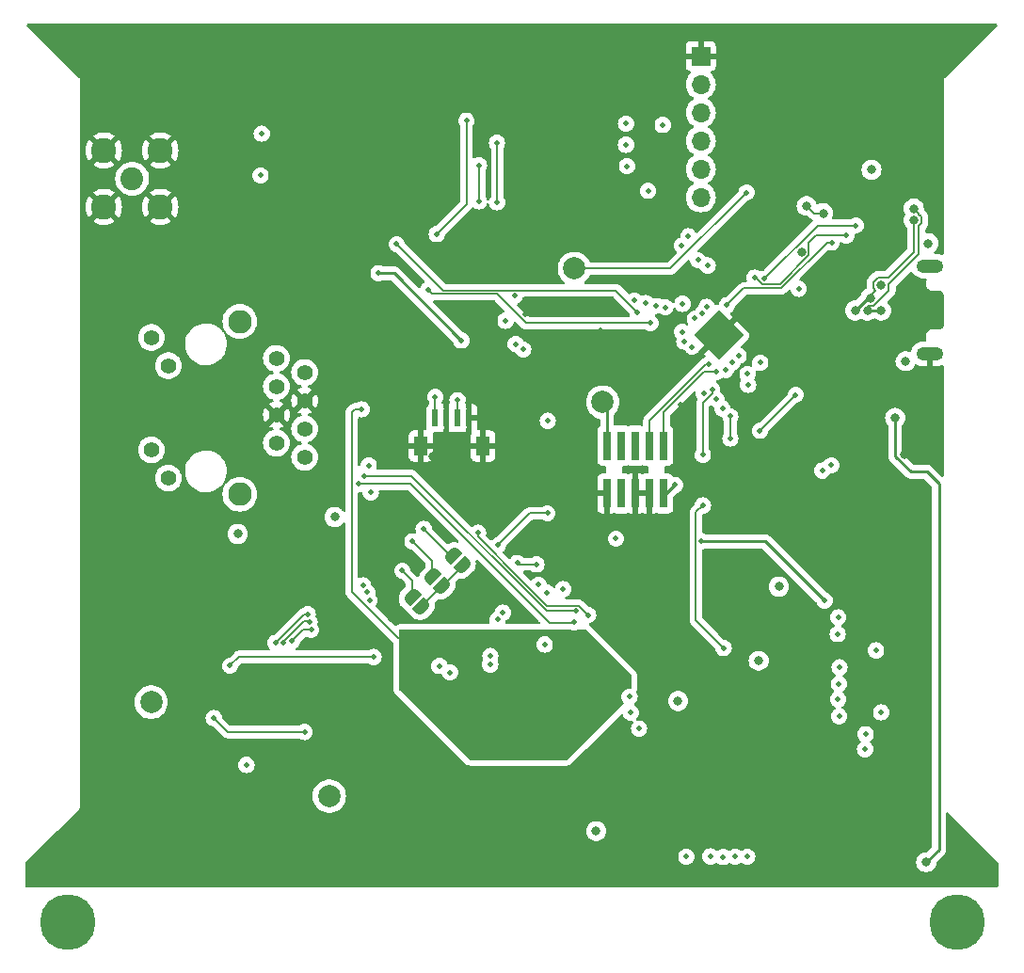
<source format=gbr>
%TF.GenerationSoftware,KiCad,Pcbnew,7.0.5*%
%TF.CreationDate,2023-08-02T13:43:56-07:00*%
%TF.ProjectId,flight_computer_dev_board_rfm98pw,666c6967-6874-45f6-936f-6d7075746572,rev?*%
%TF.SameCoordinates,Original*%
%TF.FileFunction,Copper,L4,Bot*%
%TF.FilePolarity,Positive*%
%FSLAX46Y46*%
G04 Gerber Fmt 4.6, Leading zero omitted, Abs format (unit mm)*
G04 Created by KiCad (PCBNEW 7.0.5) date 2023-08-02 13:43:56*
%MOMM*%
%LPD*%
G01*
G04 APERTURE LIST*
G04 Aperture macros list*
%AMRotRect*
0 Rectangle, with rotation*
0 The origin of the aperture is its center*
0 $1 length*
0 $2 width*
0 $3 Rotation angle, in degrees counterclockwise*
0 Add horizontal line*
21,1,$1,$2,0,0,$3*%
%AMFreePoly0*
4,1,19,0.499999,-0.750000,0.000000,-0.750000,0.000000,-0.744912,-0.071157,-0.744911,-0.207708,-0.704816,-0.327430,-0.627875,-0.420627,-0.520320,-0.479746,-0.390866,-0.500000,-0.250000,-0.500000,0.250000,-0.479746,0.390866,-0.420627,0.520320,-0.327430,0.627875,-0.207708,0.704816,-0.071157,0.744911,0.000000,0.744912,0.000000,0.750000,0.499999,0.750000,0.499999,-0.750000,0.499999,-0.750000,
$1*%
%AMFreePoly1*
4,1,19,0.000000,0.744912,0.071157,0.744911,0.207708,0.704816,0.327430,0.627875,0.420627,0.520320,0.479746,0.390866,0.500000,0.250000,0.500000,-0.250000,0.479746,-0.390866,0.420627,-0.520320,0.327430,-0.627875,0.207708,-0.704816,0.071157,-0.744911,0.000000,-0.744912,0.000000,-0.750000,-0.499999,-0.750000,-0.499999,0.750000,0.000000,0.750000,0.000000,0.744912,0.000000,0.744912,
$1*%
G04 Aperture macros list end*
%TA.AperFunction,ComponentPad*%
%ADD10C,2.000000*%
%TD*%
%TA.AperFunction,SMDPad,CuDef*%
%ADD11R,1.200000X1.800000*%
%TD*%
%TA.AperFunction,SMDPad,CuDef*%
%ADD12R,0.600000X1.550000*%
%TD*%
%TA.AperFunction,ComponentPad*%
%ADD13C,2.050000*%
%TD*%
%TA.AperFunction,ComponentPad*%
%ADD14C,2.250000*%
%TD*%
%TA.AperFunction,ComponentPad*%
%ADD15C,5.000000*%
%TD*%
%TA.AperFunction,ComponentPad*%
%ADD16C,0.500000*%
%TD*%
%TA.AperFunction,SMDPad,CuDef*%
%ADD17RotRect,3.200000X3.200000X315.000000*%
%TD*%
%TA.AperFunction,ComponentPad*%
%ADD18O,2.416000X1.208000*%
%TD*%
%TA.AperFunction,ComponentPad*%
%ADD19R,1.700000X1.700000*%
%TD*%
%TA.AperFunction,ComponentPad*%
%ADD20O,1.700000X1.700000*%
%TD*%
%TA.AperFunction,SMDPad,CuDef*%
%ADD21R,0.760000X2.600000*%
%TD*%
%TA.AperFunction,SMDPad,CuDef*%
%ADD22FreePoly0,135.000000*%
%TD*%
%TA.AperFunction,SMDPad,CuDef*%
%ADD23FreePoly1,135.000000*%
%TD*%
%TA.AperFunction,ComponentPad*%
%ADD24C,2.108200*%
%TD*%
%TA.AperFunction,ComponentPad*%
%ADD25C,1.397000*%
%TD*%
%TA.AperFunction,ViaPad*%
%ADD26C,0.460000*%
%TD*%
%TA.AperFunction,ViaPad*%
%ADD27C,0.600000*%
%TD*%
%TA.AperFunction,ViaPad*%
%ADD28C,0.800000*%
%TD*%
%TA.AperFunction,Conductor*%
%ADD29C,0.127000*%
%TD*%
%TA.AperFunction,Conductor*%
%ADD30C,0.250000*%
%TD*%
%TA.AperFunction,Conductor*%
%ADD31C,0.200000*%
%TD*%
G04 APERTURE END LIST*
D10*
%TO.P,TP4,1,1*%
%TO.N,Net-(U9-STBY)*%
X170910000Y-126760000D03*
%TD*%
%TO.P,TP3,1,1*%
%TO.N,Net-(U9-RESET)*%
X154880000Y-118320000D03*
%TD*%
D11*
%TO.P,J12,S2,SHIELD*%
%TO.N,GND*%
X184740000Y-95272500D03*
%TO.P,J12,S1,SHIELD*%
X179140000Y-95272500D03*
D12*
%TO.P,J12,4,4*%
X183440000Y-92747500D03*
%TO.P,J12,3,3*%
%TO.N,VCC_RF1*%
X182440000Y-92747500D03*
%TO.P,J12,2,2*%
%TO.N,GND*%
X181440000Y-92747500D03*
%TO.P,J12,1,1*%
%TO.N,3.3V*%
X180440000Y-92747500D03*
%TD*%
D13*
%TO.P,J6,1,In*%
%TO.N,Net-(J6-In)*%
X153170000Y-71210000D03*
D14*
%TO.P,J6,2,Ext*%
%TO.N,GND*%
X150630000Y-68670000D03*
X150630000Y-73750000D03*
X155710000Y-68670000D03*
X155710000Y-73750000D03*
%TD*%
D15*
%TO.P,,1*%
%TO.N,N/C*%
X227414400Y-138100000D03*
%TD*%
%TO.P,,1*%
%TO.N,N/C*%
X147381083Y-138100000D03*
%TD*%
D10*
%TO.P,TP2,1,1*%
%TO.N,/~{RESET}*%
X195510000Y-91320000D03*
%TD*%
D16*
%TO.P,IC1,57,GND*%
%TO.N,GND*%
X205930000Y-83400812D03*
X204020812Y-85310000D03*
D17*
X205930000Y-85310000D03*
D16*
X207839188Y-85310000D03*
X205930000Y-87219188D03*
%TD*%
D10*
%TO.P,TP1,1,1*%
%TO.N,/USBBOOT*%
X192960000Y-79300000D03*
%TD*%
D18*
%TO.P,J8,SH1,Shield*%
%TO.N,GND*%
X224920000Y-86970000D03*
%TO.P,J8,SH6*%
%TO.N,N/C*%
X224920000Y-79070000D03*
%TD*%
D19*
%TO.P,J3,1,Pin_1*%
%TO.N,GND*%
X204330000Y-60190000D03*
D20*
%TO.P,J3,2,Pin_2*%
%TO.N,TX*%
X204330000Y-62730000D03*
%TO.P,J3,3,Pin_3*%
%TO.N,RX*%
X204330000Y-65270000D03*
%TO.P,J3,4,Pin_4*%
%TO.N,SCL1*%
X204330000Y-67810000D03*
%TO.P,J3,5,Pin_5*%
%TO.N,SDA1*%
X204330000Y-70350000D03*
%TO.P,J3,6,Pin_6*%
%TO.N,3.3V*%
X204330000Y-72890000D03*
%TD*%
D21*
%TO.P,J1,1,VTref*%
%TO.N,3.3V*%
X200980000Y-99530000D03*
%TO.P,J1,2,SWDIO/TMS*%
%TO.N,SWDIO*%
X200980000Y-95230000D03*
%TO.P,J1,3,GND*%
%TO.N,GND*%
X199710000Y-99530000D03*
%TO.P,J1,4,SWDCLK/TCK*%
%TO.N,SWCLK*%
X199710000Y-95230000D03*
%TO.P,J1,5,GND*%
%TO.N,GND*%
X198440000Y-99530000D03*
%TO.P,J1,6,SWO/TDO*%
%TO.N,unconnected-(J1-SWO{slash}TDO-Pad6)*%
X198440000Y-95230000D03*
%TO.P,J1,7,KEY*%
%TO.N,unconnected-(J1-KEY-Pad7)*%
X197170000Y-99530000D03*
%TO.P,J1,8,NC/TDI*%
%TO.N,unconnected-(J1-NC{slash}TDI-Pad8)*%
X197170000Y-95230000D03*
%TO.P,J1,9,GNDDetect*%
%TO.N,GND*%
X195900000Y-99530000D03*
%TO.P,J1,10,~{RESET}*%
%TO.N,/~{RESET}*%
X195900000Y-95230000D03*
%TD*%
D22*
%TO.P,JP5,1,A*%
%TO.N,Net-(JP3-A)*%
X179249619Y-109739619D03*
D23*
%TO.P,JP5,2,B*%
%TO.N,Net-(JP5-B)*%
X178330381Y-108820381D03*
%TD*%
D24*
%TO.P,J5,16*%
%TO.N,N/C*%
X162858999Y-99605000D03*
%TO.P,J5,15*%
X162858999Y-84055000D03*
D25*
%TO.P,J5,12*%
%TO.N,3.3V*%
X154909000Y-85505001D03*
%TO.P,J5,11*%
%TO.N,GREENLED*%
X156428999Y-88045001D03*
%TO.P,J5,10*%
%TO.N,3.3V*%
X156428999Y-98155108D03*
%TO.P,J5,9*%
%TO.N,YELLOWLED*%
X154909000Y-95615108D03*
%TO.P,J5,8*%
%TO.N,Net-(C19-Pad1)*%
X168689000Y-96275000D03*
%TO.P,J5,7*%
%TO.N,Net-(C18-Pad1)*%
X166149000Y-95005000D03*
%TO.P,J5,6*%
%TO.N,RCT*%
X168689000Y-93735000D03*
%TO.P,J5,5*%
%TO.N,GND*%
X166149000Y-92465000D03*
%TO.P,J5,4*%
X168689000Y-91195000D03*
%TO.P,J5,3*%
%TO.N,TCT*%
X166149000Y-89925000D03*
%TO.P,J5,2*%
%TO.N,TX-*%
X168689000Y-88655000D03*
%TO.P,J5,1*%
%TO.N,TX+*%
X166149000Y-87385000D03*
%TD*%
D22*
%TO.P,JP4,1,A*%
%TO.N,Net-(JP3-A)*%
X181080000Y-107900000D03*
D23*
%TO.P,JP4,2,B*%
%TO.N,Net-(JP4-B)*%
X180160762Y-106980762D03*
%TD*%
D22*
%TO.P,JP3,1,A*%
%TO.N,Net-(JP3-A)*%
X182909619Y-106039619D03*
D23*
%TO.P,JP3,2,B*%
%TO.N,Net-(JP3-B)*%
X181990381Y-105120381D03*
%TD*%
D26*
%TO.N,GNDA*%
X173820000Y-91970000D03*
%TO.N,RX+*%
X174640000Y-99450000D03*
%TO.N,RX-*%
X174460000Y-97030000D03*
%TO.N,GREENLED*%
X173570000Y-98670000D03*
%TO.N,YELLOWLED*%
X193120000Y-110130000D03*
%TO.N,GREENLED*%
X192900000Y-111130000D03*
%TO.N,YELLOWLED*%
X174020500Y-97940000D03*
%TO.N,TX+*%
X181770000Y-115640000D03*
%TO.N,TX-*%
X180820000Y-115064124D03*
%TO.N,SPI1_SCK*%
X169270000Y-111820000D03*
X174527000Y-109180000D03*
%TO.N,SPI1_MOSI*%
X169130000Y-111100000D03*
X174330000Y-108430000D03*
%TO.N,SPI1_SCK*%
X186040000Y-110890000D03*
%TO.N,SPI1_MOSI*%
X186520000Y-110270000D03*
%TO.N,SPI1_MISO*%
X168970000Y-110410000D03*
X173950000Y-107800000D03*
X186070000Y-104200000D03*
%TO.N,GND*%
X165920000Y-120130000D03*
X163480000Y-120130000D03*
X165960000Y-118530000D03*
X163510000Y-118550000D03*
X169040000Y-125260000D03*
%TO.N,TXCAN*%
X160520000Y-119740000D03*
X168690000Y-121000000D03*
%TO.N,SPI1_SCK*%
X167560000Y-112810000D03*
%TO.N,SPI1_MOSI*%
X166790000Y-112980000D03*
%TO.N,SPI1_MISO*%
X166070000Y-112990000D03*
%TO.N,SPI1_CS2*%
X161980000Y-115040000D03*
X174890000Y-114250000D03*
X191943000Y-108150000D03*
X209650000Y-93900000D03*
X212870000Y-90660000D03*
%TO.N,GND*%
X162340000Y-128210000D03*
X170120000Y-130510000D03*
X165720000Y-128040000D03*
%TO.N,3.3V*%
X163460000Y-123970000D03*
%TO.N,GND*%
X177270000Y-120100000D03*
X173850000Y-115970000D03*
X172870000Y-124160000D03*
X180070000Y-127000000D03*
%TO.N,SPI0_SCK*%
X185990000Y-68001499D03*
X186010000Y-73340000D03*
%TO.N,SPI0_MOSI*%
X184370000Y-70001499D03*
X184370000Y-73260000D03*
%TO.N,VCC_RF1*%
X182440000Y-91140000D03*
%TO.N,GND*%
X181440000Y-91020000D03*
%TO.N,3.3V*%
X180430000Y-90840000D03*
%TO.N,3v3_prime*%
X184290000Y-103070000D03*
X194205000Y-110475000D03*
D27*
%TO.N,GND*%
X153230000Y-62770000D03*
D28*
X180230000Y-96170000D03*
X215270000Y-86050000D03*
D27*
X159110000Y-58990000D03*
D28*
X168380000Y-108430000D03*
D26*
X216640000Y-124190000D03*
D27*
X152860000Y-64860000D03*
X154870000Y-65870000D03*
X151810000Y-60210000D03*
X164430000Y-59240000D03*
D26*
X176410000Y-110830000D03*
X184610000Y-84030000D03*
X210400000Y-91930000D03*
D28*
X218140000Y-68160000D03*
D26*
X208679998Y-97590002D03*
X200300000Y-81610000D03*
D27*
X155270000Y-61360000D03*
D28*
X221430000Y-75570000D03*
D27*
X153930000Y-65870000D03*
X155250000Y-62360000D03*
X153120000Y-58960000D03*
X164550000Y-61340000D03*
X158020000Y-58980000D03*
D28*
X213390000Y-77840000D03*
D27*
X164510000Y-60360000D03*
X154380000Y-58940000D03*
D28*
X222660000Y-96000000D03*
D26*
X189950000Y-85580000D03*
D27*
X153120000Y-63830000D03*
D26*
X190290000Y-113130000D03*
D27*
X153940000Y-66910000D03*
D26*
X198530000Y-90070000D03*
X190150000Y-104470000D03*
D27*
X155580000Y-58990000D03*
D28*
X196160000Y-78060000D03*
X220400000Y-84690000D03*
D26*
X205900000Y-77570000D03*
X204120000Y-132130000D03*
D27*
X162580000Y-58200000D03*
D26*
X224550000Y-101060000D03*
D28*
X211180000Y-71770000D03*
D27*
X151800000Y-61520000D03*
X151920000Y-58970000D03*
X161280000Y-58230000D03*
D26*
X195320000Y-84860000D03*
D27*
X156770000Y-58980000D03*
X163890000Y-58230000D03*
D26*
X198680000Y-111010000D03*
X194250000Y-93350000D03*
D27*
X155990000Y-65870000D03*
D28*
X201550000Y-106360000D03*
D26*
X202520000Y-91510000D03*
D28*
X208290000Y-76340000D03*
D27*
X159190000Y-60740000D03*
D28*
X189070000Y-95910000D03*
D27*
X160210000Y-58640000D03*
D26*
X188490000Y-83380000D03*
D27*
X152330000Y-66910000D03*
D26*
X190080000Y-90960000D03*
X216600000Y-107680000D03*
D27*
X152370000Y-65680000D03*
D26*
%TO.N,3.3V*%
X216690000Y-110680000D03*
D28*
X211350000Y-107920000D03*
X194910000Y-129920000D03*
X202280000Y-118210000D03*
D26*
X216750000Y-116660000D03*
D28*
X171390000Y-101650000D03*
X209540000Y-114590000D03*
D26*
X206340000Y-132250000D03*
X213130000Y-81120000D03*
X188360000Y-86580000D03*
X202010000Y-98770000D03*
D28*
X162670000Y-103180000D03*
X219690000Y-70410000D03*
%TO.N,VBUS*%
X221810000Y-92740000D03*
X220550000Y-80800000D03*
X222750000Y-87640000D03*
X224800000Y-77030000D03*
X224610000Y-132720000D03*
D26*
%TO.N,VCC_RF1*%
X182790000Y-85770000D03*
X215460000Y-109170000D03*
X204390000Y-103840000D03*
X175340000Y-79710000D03*
X190560000Y-93000000D03*
%TO.N,RX+*%
X185390000Y-114930000D03*
%TO.N,RX-*%
X185400000Y-114150000D03*
%TO.N,TX*%
X204950000Y-79020000D03*
%TO.N,RX*%
X204070000Y-78550000D03*
%TO.N,/USBBOOT*%
X208450000Y-72460000D03*
%TO.N,SDA1*%
X203210000Y-76390000D03*
X186770000Y-84000000D03*
%TO.N,SCL1*%
X187678042Y-86101958D03*
X187600000Y-81760000D03*
X202620000Y-77230000D03*
%TO.N,SDA0*%
X220093000Y-113660000D03*
X204850522Y-82754243D03*
%TO.N,SCL0*%
X204462067Y-83351099D03*
X216810000Y-115170000D03*
%TO.N,ENABLE_BURN*%
X203796738Y-83787000D03*
X216640000Y-112190000D03*
%TO.N,I2C_RESET*%
X202679075Y-82473441D03*
X216770000Y-119590000D03*
X220550000Y-119230000D03*
%TO.N,SPI0_MISO*%
X201127420Y-82797802D03*
X199590000Y-72310000D03*
%TO.N,SPI0_CS0*%
X200340891Y-82659109D03*
X197600000Y-66270000D03*
X183240000Y-66001499D03*
X180570000Y-76200000D03*
%TO.N,SPI0_SCK*%
X197600000Y-68170000D03*
X199392286Y-82407714D03*
%TO.N,SPI0_MOSI*%
X197690000Y-70090000D03*
X198371758Y-82190609D03*
%TO.N,ENAB_RF*%
X202660000Y-85010000D03*
X216670000Y-118060000D03*
%TO.N,VBUS_RESET*%
X219160000Y-121200000D03*
X202849500Y-85860738D03*
%TO.N,BURN_RELAY_A*%
X219110000Y-122540000D03*
X203550000Y-86350000D03*
%TO.N,SWCLK*%
X205044501Y-87897613D03*
%TO.N,SWDIO*%
X205760000Y-88610000D03*
%TO.N,SPI1_MISO*%
X190530000Y-101320000D03*
X196700000Y-103600000D03*
X203030000Y-132220000D03*
X204589411Y-90550000D03*
X197920000Y-117830000D03*
%TO.N,SPI1_CS0*%
X204510000Y-96070000D03*
X204517000Y-100610000D03*
X208510000Y-132220000D03*
X205337798Y-90170000D03*
X206380000Y-113450000D03*
%TO.N,SPI1_SCK*%
X190471573Y-108461573D03*
X205200000Y-132190000D03*
X198038604Y-119261396D03*
X205753603Y-91075929D03*
%TO.N,SPI1_MOSI*%
X189737000Y-107749415D03*
X206276956Y-91906956D03*
X207420000Y-132220000D03*
X198775000Y-120695000D03*
%TO.N,RF1_RST*%
X200910000Y-66380000D03*
X206570000Y-88420000D03*
%TO.N,WDT_WDI*%
X206990000Y-92600000D03*
X206990000Y-94590000D03*
%TO.N,RF1_IO4*%
X198640000Y-83210000D03*
X176960000Y-77100000D03*
X164830000Y-67160000D03*
X207168321Y-87727200D03*
%TO.N,RF1_IO0*%
X207730000Y-87140000D03*
X199794371Y-84205629D03*
X164720000Y-70930000D03*
X179790000Y-81240000D03*
%TO.N,NEOPIX*%
X208534359Y-88793124D03*
X216070000Y-97000000D03*
%TO.N,NEO_PWR*%
X215260000Y-97480000D03*
X208583633Y-89766425D03*
%TO.N,/QSPI_DATA[3]*%
X218280000Y-75430000D03*
X210049974Y-80209974D03*
%TO.N,/QSPI_SCK*%
X217420000Y-76340000D03*
X209174194Y-80114194D03*
%TO.N,/QSPI_DATA[0]*%
X206690000Y-82590000D03*
X216096396Y-76966396D03*
D28*
%TO.N,/QSPI_DATA[2]*%
X213850000Y-73670000D03*
X215330000Y-74330000D03*
D26*
%TO.N,Net-(JP3-B)*%
X179400000Y-102730000D03*
%TO.N,Net-(JP4-B)*%
X178390000Y-103840000D03*
%TO.N,Net-(JP5-B)*%
X177470000Y-106490000D03*
D28*
%TO.N,USB_D-*%
X223489169Y-74945000D03*
X218210000Y-83080000D03*
X219580000Y-81940000D03*
%TO.N,USB_D+*%
X219320000Y-83080000D03*
X220550000Y-83090000D03*
X223489169Y-73895000D03*
D26*
%TO.N,SPI1_CS1*%
X209677000Y-87778655D03*
X187828006Y-105790561D03*
X189538604Y-105921396D03*
%TO.N,GNDA*%
X178050000Y-112540000D03*
X186830000Y-116670000D03*
X188620000Y-116320000D03*
X190860000Y-121510000D03*
X189770000Y-115360000D03*
%TD*%
D29*
%TO.N,GNDA*%
X173819500Y-91970500D02*
X173820000Y-91970000D01*
X173199500Y-91970500D02*
X173819500Y-91970500D01*
%TO.N,GREENLED*%
X173590000Y-98650000D02*
X178200000Y-98650000D01*
X192836500Y-111193500D02*
X192900000Y-111130000D01*
X173570000Y-98670000D02*
X173590000Y-98650000D01*
X190743500Y-111193500D02*
X192836500Y-111193500D01*
X178200000Y-98650000D02*
X190743500Y-111193500D01*
%TO.N,GNDA*%
X172920000Y-92250000D02*
X173199500Y-91970500D01*
X177080000Y-112540000D02*
X172920000Y-108380000D01*
X178050000Y-112540000D02*
X177080000Y-112540000D01*
X172920000Y-108380000D02*
X172920000Y-92250000D01*
%TO.N,YELLOWLED*%
X178270000Y-97940000D02*
X190460000Y-110130000D01*
X174020500Y-97940000D02*
X178270000Y-97940000D01*
X190460000Y-110130000D02*
X193120000Y-110130000D01*
%TO.N,SPI1_SCK*%
X168550000Y-111820000D02*
X167560000Y-112810000D01*
X169270000Y-111820000D02*
X168550000Y-111820000D01*
%TO.N,SPI1_MOSI*%
X168622085Y-111050000D02*
X166790000Y-112882085D01*
X169130000Y-111050000D02*
X168622085Y-111050000D01*
X166790000Y-112882085D02*
X166790000Y-112980000D01*
%TO.N,SPI1_MISO*%
X168650000Y-110410000D02*
X166070000Y-112990000D01*
X168970000Y-110410000D02*
X168650000Y-110410000D01*
X188950000Y-101320000D02*
X186070000Y-104200000D01*
X190530000Y-101320000D02*
X188950000Y-101320000D01*
%TO.N,TXCAN*%
X161780000Y-121000000D02*
X160520000Y-119740000D01*
X168690000Y-121000000D02*
X161780000Y-121000000D01*
%TO.N,SPI1_CS2*%
X162770000Y-114250000D02*
X161980000Y-115040000D01*
X174890000Y-114250000D02*
X162770000Y-114250000D01*
X209650000Y-93880000D02*
X209650000Y-93900000D01*
X212870000Y-90660000D02*
X209650000Y-93880000D01*
%TO.N,SPI0_SCK*%
X186010000Y-68021499D02*
X185990000Y-68001499D01*
X186010000Y-73340000D02*
X186010000Y-68021499D01*
%TO.N,SPI0_MOSI*%
X184370000Y-73260000D02*
X184370000Y-70001499D01*
%TO.N,SPI0_CS0*%
X183240000Y-73530000D02*
X183240000Y-66001499D01*
X180570000Y-76200000D02*
X183240000Y-73530000D01*
%TO.N,VCC_RF1*%
X182440000Y-92747500D02*
X182440000Y-91140000D01*
%TO.N,3.3V*%
X180440000Y-90850000D02*
X180430000Y-90840000D01*
X180440000Y-92747500D02*
X180440000Y-90850000D01*
%TO.N,3v3_prime*%
X184290000Y-103430000D02*
X184290000Y-103070000D01*
X188290000Y-107430000D02*
X184290000Y-103430000D01*
X191800000Y-109650000D02*
X190510000Y-109650000D01*
X191813500Y-109636500D02*
X191800000Y-109650000D01*
X193366500Y-109636500D02*
X191813500Y-109636500D01*
X194205000Y-110475000D02*
X193366500Y-109636500D01*
X190510000Y-109650000D02*
X188290000Y-107430000D01*
%TO.N,RF1_IO4*%
X176960000Y-77100000D02*
X181126500Y-81266500D01*
X181126500Y-81266500D02*
X196696500Y-81266500D01*
X196696500Y-81266500D02*
X198640000Y-83210000D01*
%TO.N,RF1_IO0*%
X188612129Y-84205629D02*
X199794371Y-84205629D01*
X180143500Y-81593500D02*
X186000000Y-81593500D01*
X186000000Y-81593500D02*
X188612129Y-84205629D01*
X179790000Y-81240000D02*
X180143500Y-81593500D01*
D30*
%TO.N,3.3V*%
X200980000Y-99530000D02*
X201250000Y-99530000D01*
X201250000Y-99530000D02*
X202010000Y-98770000D01*
%TO.N,VBUS*%
X225670000Y-98590000D02*
X225745000Y-98665000D01*
X224130000Y-97570000D02*
X224650000Y-97570000D01*
X221810000Y-96175305D02*
X223204695Y-97570000D01*
X223204695Y-97570000D02*
X224130000Y-97570000D01*
X224650000Y-97570000D02*
X225670000Y-98590000D01*
X225745000Y-131585000D02*
X224610000Y-132720000D01*
X225745000Y-98665000D02*
X225745000Y-131585000D01*
X221810000Y-92740000D02*
X221810000Y-96175305D01*
%TO.N,VCC_RF1*%
X210130000Y-103840000D02*
X215460000Y-109170000D01*
X176730000Y-79710000D02*
X182790000Y-85770000D01*
X175340000Y-79710000D02*
X176730000Y-79710000D01*
X204390000Y-103840000D02*
X210130000Y-103840000D01*
D29*
%TO.N,/USBBOOT*%
X192960000Y-79300000D02*
X201610000Y-79300000D01*
X201610000Y-79300000D02*
X208450000Y-72460000D01*
%TO.N,SWCLK*%
X205044501Y-87897613D02*
X204756601Y-87897613D01*
X199710000Y-92944214D02*
X199710000Y-95230000D01*
X204756601Y-87897613D02*
X199710000Y-92944214D01*
%TO.N,SWDIO*%
X205760000Y-88610000D02*
X204630000Y-88610000D01*
X200980000Y-92260000D02*
X200980000Y-95230000D01*
X204630000Y-88610000D02*
X200980000Y-92260000D01*
D30*
%TO.N,/~{RESET}*%
X195900000Y-91710000D02*
X195510000Y-91320000D01*
X195900000Y-95230000D02*
X195900000Y-91710000D01*
D29*
%TO.N,SPI1_CS0*%
X205337798Y-90572202D02*
X204510000Y-91400000D01*
X203896500Y-101230500D02*
X204517000Y-100610000D01*
X203896500Y-110966500D02*
X203896500Y-101230500D01*
X205337798Y-90170000D02*
X205337798Y-90572202D01*
X204510000Y-91400000D02*
X204510000Y-96070000D01*
X206380000Y-113450000D02*
X203896500Y-110966500D01*
%TO.N,WDT_WDI*%
X206990000Y-92600000D02*
X206990000Y-94590000D01*
%TO.N,/QSPI_DATA[3]*%
X218280000Y-75430000D02*
X214829948Y-75430000D01*
X214829948Y-75430000D02*
X210049974Y-80209974D01*
%TO.N,/QSPI_SCK*%
X209845559Y-80703474D02*
X211464857Y-80703474D01*
X214680000Y-76340000D02*
X217420000Y-76340000D01*
X209174194Y-80114194D02*
X209256279Y-80114194D01*
X214053500Y-78114831D02*
X214053500Y-76966500D01*
X211464857Y-80703474D02*
X214053500Y-78114831D01*
X214053500Y-76966500D02*
X214680000Y-76340000D01*
X209256279Y-80114194D02*
X209845559Y-80703474D01*
%TO.N,/QSPI_DATA[0]*%
X208200000Y-81080000D02*
X206690000Y-82590000D01*
X215673604Y-76966396D02*
X211560000Y-81080000D01*
X216096396Y-76966396D02*
X215673604Y-76966396D01*
X211560000Y-81080000D02*
X208200000Y-81080000D01*
%TO.N,/QSPI_DATA[2]*%
X214510000Y-74330000D02*
X215330000Y-74330000D01*
X213850000Y-73670000D02*
X214510000Y-74330000D01*
%TO.N,Net-(JP3-A)*%
X179249619Y-109739619D02*
X179249619Y-109699619D01*
X179249619Y-109699619D02*
X182909619Y-106039619D01*
%TO.N,Net-(JP3-B)*%
X181990381Y-105120381D02*
X181790381Y-105120381D01*
X181790381Y-105120381D02*
X179400000Y-102730000D01*
%TO.N,Net-(JP4-B)*%
X180160762Y-105610762D02*
X178390000Y-103840000D01*
X180160762Y-106980762D02*
X180160762Y-105610762D01*
%TO.N,Net-(JP5-B)*%
X178330381Y-108820381D02*
X178330381Y-107350381D01*
X178330381Y-107350381D02*
X177470000Y-106490000D01*
D31*
%TO.N,USB_D-*%
X223489169Y-74945000D02*
X223489169Y-77800831D01*
X220025025Y-81264975D02*
X218210000Y-83080000D01*
X220260050Y-80100000D02*
X219850000Y-80510050D01*
X219850000Y-81089950D02*
X220025025Y-81264975D01*
X221190000Y-80100000D02*
X220260050Y-80100000D01*
D30*
X219350000Y-81940000D02*
X218210000Y-83080000D01*
D31*
X223489169Y-77800831D02*
X221190000Y-80100000D01*
X219850000Y-80510050D02*
X219850000Y-81089950D01*
D30*
X219580000Y-81940000D02*
X219350000Y-81940000D01*
D31*
%TO.N,USB_D+*%
X221250000Y-80676397D02*
X221250000Y-81259950D01*
X224189169Y-74655050D02*
X224189169Y-75234950D01*
X219869950Y-82640000D02*
X219320000Y-82640000D01*
X223489169Y-73895000D02*
X223939169Y-74345000D01*
X223939169Y-77987228D02*
X221250000Y-80676397D01*
D30*
X220540000Y-83080000D02*
X220550000Y-83090000D01*
D31*
X223939169Y-74405050D02*
X224189169Y-74655050D01*
X219320000Y-82640000D02*
X219320000Y-83080000D01*
X223939169Y-75484950D02*
X223939169Y-77987228D01*
X223939169Y-74345000D02*
X223939169Y-74405050D01*
X221250000Y-81259950D02*
X219869950Y-82640000D01*
D30*
X219320000Y-83080000D02*
X220540000Y-83080000D01*
D31*
X224189169Y-75234950D02*
X223939169Y-75484950D01*
D29*
%TO.N,SPI1_CS1*%
X187958841Y-105921396D02*
X187828006Y-105790561D01*
X189538604Y-105921396D02*
X187958841Y-105921396D01*
%TD*%
%TA.AperFunction,Conductor*%
%TO.N,GNDA*%
G36*
X192622869Y-111806958D02*
G01*
X192659242Y-111819685D01*
X192736420Y-111846691D01*
X192736426Y-111846691D01*
X192736428Y-111846692D01*
X192899996Y-111865122D01*
X192900000Y-111865122D01*
X192900004Y-111865122D01*
X193063571Y-111846692D01*
X193063570Y-111846692D01*
X193063580Y-111846691D01*
X193146601Y-111817640D01*
X193177131Y-111806958D01*
X193218085Y-111800000D01*
X193968638Y-111800000D01*
X194035677Y-111819685D01*
X194056319Y-111836319D01*
X198073681Y-115853681D01*
X198107166Y-115915004D01*
X198110000Y-115941362D01*
X198110000Y-116977529D01*
X198090315Y-117044568D01*
X198037511Y-117090323D01*
X197972118Y-117100749D01*
X197920005Y-117094878D01*
X197919996Y-117094878D01*
X197756425Y-117113307D01*
X197601046Y-117167676D01*
X197601044Y-117167677D01*
X197461658Y-117255258D01*
X197345258Y-117371658D01*
X197257677Y-117511044D01*
X197257676Y-117511046D01*
X197203307Y-117666425D01*
X197184878Y-117829996D01*
X197184878Y-117830003D01*
X197203307Y-117993574D01*
X197257676Y-118148953D01*
X197257677Y-118148955D01*
X197345258Y-118288341D01*
X197355777Y-118298860D01*
X197389262Y-118360183D01*
X197384278Y-118429875D01*
X197355777Y-118474222D01*
X192389999Y-123440000D01*
X192384428Y-123453452D01*
X192340587Y-123507856D01*
X192274293Y-123529921D01*
X192269867Y-123530000D01*
X183581362Y-123530000D01*
X183514323Y-123510315D01*
X183493681Y-123493681D01*
X177186319Y-117186318D01*
X177152834Y-117124995D01*
X177150000Y-117098637D01*
X177150000Y-115064127D01*
X180084878Y-115064127D01*
X180103307Y-115227698D01*
X180157676Y-115383077D01*
X180157677Y-115383079D01*
X180157678Y-115383081D01*
X180245258Y-115522465D01*
X180361659Y-115638866D01*
X180501043Y-115726446D01*
X180656420Y-115780815D01*
X180656423Y-115780815D01*
X180656425Y-115780816D01*
X180819996Y-115799246D01*
X180820000Y-115799246D01*
X180820003Y-115799246D01*
X180944735Y-115785192D01*
X181013557Y-115797246D01*
X181064937Y-115844595D01*
X181075661Y-115867458D01*
X181107676Y-115958953D01*
X181107677Y-115958955D01*
X181107678Y-115958957D01*
X181195258Y-116098341D01*
X181311659Y-116214742D01*
X181451043Y-116302322D01*
X181606420Y-116356691D01*
X181606423Y-116356691D01*
X181606425Y-116356692D01*
X181769996Y-116375122D01*
X181770000Y-116375122D01*
X181770004Y-116375122D01*
X181933574Y-116356692D01*
X181933575Y-116356691D01*
X181933580Y-116356691D01*
X182088957Y-116302322D01*
X182228341Y-116214742D01*
X182344742Y-116098341D01*
X182432322Y-115958957D01*
X182486691Y-115803580D01*
X182486692Y-115803574D01*
X182505122Y-115640003D01*
X182505122Y-115639996D01*
X182486692Y-115476425D01*
X182486691Y-115476423D01*
X182486691Y-115476420D01*
X182432322Y-115321043D01*
X182344742Y-115181659D01*
X182228341Y-115065258D01*
X182088957Y-114977678D01*
X182088956Y-114977677D01*
X182088955Y-114977677D01*
X182088953Y-114977676D01*
X181952710Y-114930003D01*
X184654878Y-114930003D01*
X184673307Y-115093574D01*
X184727676Y-115248953D01*
X184727677Y-115248955D01*
X184727678Y-115248957D01*
X184815258Y-115388341D01*
X184931659Y-115504742D01*
X185071043Y-115592322D01*
X185226420Y-115646691D01*
X185226423Y-115646691D01*
X185226425Y-115646692D01*
X185389996Y-115665122D01*
X185390000Y-115665122D01*
X185390004Y-115665122D01*
X185553574Y-115646692D01*
X185553575Y-115646691D01*
X185553580Y-115646691D01*
X185708957Y-115592322D01*
X185848341Y-115504742D01*
X185964742Y-115388341D01*
X186052322Y-115248957D01*
X186106691Y-115093580D01*
X186110010Y-115064124D01*
X186125122Y-114930003D01*
X186125122Y-114929996D01*
X186106692Y-114766425D01*
X186106691Y-114766423D01*
X186106691Y-114766420D01*
X186052322Y-114611043D01*
X186052321Y-114611042D01*
X186052320Y-114611038D01*
X186049302Y-114604771D01*
X186051278Y-114603819D01*
X186035135Y-114546694D01*
X186054137Y-114481983D01*
X186062322Y-114468957D01*
X186116691Y-114313580D01*
X186135122Y-114150000D01*
X186116691Y-113986420D01*
X186062322Y-113831043D01*
X185974742Y-113691659D01*
X185858341Y-113575258D01*
X185718957Y-113487678D01*
X185718956Y-113487677D01*
X185718955Y-113487677D01*
X185718953Y-113487676D01*
X185563574Y-113433307D01*
X185400004Y-113414878D01*
X185399996Y-113414878D01*
X185236425Y-113433307D01*
X185081046Y-113487676D01*
X185081044Y-113487677D01*
X184941658Y-113575258D01*
X184825258Y-113691658D01*
X184737677Y-113831044D01*
X184737676Y-113831046D01*
X184683307Y-113986425D01*
X184664878Y-114149996D01*
X184664878Y-114150003D01*
X184683307Y-114313574D01*
X184737679Y-114468961D01*
X184740698Y-114475229D01*
X184738722Y-114476180D01*
X184754863Y-114533316D01*
X184735868Y-114598008D01*
X184727678Y-114611043D01*
X184727676Y-114611047D01*
X184673307Y-114766425D01*
X184654878Y-114929996D01*
X184654878Y-114930003D01*
X181952710Y-114930003D01*
X181933574Y-114923307D01*
X181770004Y-114904878D01*
X181769996Y-114904878D01*
X181645264Y-114918931D01*
X181576442Y-114906876D01*
X181525063Y-114859527D01*
X181514340Y-114836666D01*
X181482326Y-114745175D01*
X181482322Y-114745168D01*
X181482322Y-114745167D01*
X181394742Y-114605783D01*
X181278341Y-114489382D01*
X181138957Y-114401802D01*
X181138956Y-114401801D01*
X181138955Y-114401801D01*
X181138953Y-114401800D01*
X180983574Y-114347431D01*
X180820004Y-114329002D01*
X180819996Y-114329002D01*
X180656425Y-114347431D01*
X180501046Y-114401800D01*
X180501044Y-114401801D01*
X180361658Y-114489382D01*
X180245258Y-114605782D01*
X180157677Y-114745168D01*
X180157676Y-114745170D01*
X180103307Y-114900549D01*
X180084878Y-115064120D01*
X180084878Y-115064127D01*
X177150000Y-115064127D01*
X177150000Y-113130003D01*
X189554878Y-113130003D01*
X189573307Y-113293574D01*
X189627676Y-113448953D01*
X189627677Y-113448955D01*
X189627678Y-113448957D01*
X189715258Y-113588341D01*
X189831659Y-113704742D01*
X189971043Y-113792322D01*
X190126420Y-113846691D01*
X190126423Y-113846691D01*
X190126425Y-113846692D01*
X190289996Y-113865122D01*
X190290000Y-113865122D01*
X190290004Y-113865122D01*
X190453574Y-113846692D01*
X190453575Y-113846691D01*
X190453580Y-113846691D01*
X190608957Y-113792322D01*
X190748341Y-113704742D01*
X190864742Y-113588341D01*
X190952322Y-113448957D01*
X191006691Y-113293580D01*
X191025122Y-113130000D01*
X191006691Y-112966420D01*
X190952322Y-112811043D01*
X190864742Y-112671659D01*
X190748341Y-112555258D01*
X190608957Y-112467678D01*
X190608956Y-112467677D01*
X190608955Y-112467677D01*
X190608953Y-112467676D01*
X190453574Y-112413307D01*
X190290004Y-112394878D01*
X190289996Y-112394878D01*
X190126425Y-112413307D01*
X189971046Y-112467676D01*
X189971044Y-112467677D01*
X189831658Y-112555258D01*
X189715258Y-112671658D01*
X189627677Y-112811044D01*
X189627676Y-112811046D01*
X189573307Y-112966425D01*
X189554878Y-113129996D01*
X189554878Y-113130003D01*
X177150000Y-113130003D01*
X177150000Y-111924000D01*
X177169685Y-111856961D01*
X177222489Y-111811206D01*
X177274000Y-111800000D01*
X192581915Y-111800000D01*
X192622869Y-111806958D01*
G37*
%TD.AperFunction*%
%TD*%
%TA.AperFunction,Conductor*%
%TO.N,GND*%
G36*
X190326501Y-112907689D02*
G01*
X190353567Y-112913866D01*
X190366113Y-112918255D01*
X190375046Y-112921381D01*
X190400069Y-112933431D01*
X190419349Y-112945546D01*
X190441056Y-112962857D01*
X190457140Y-112978941D01*
X190474453Y-113000651D01*
X190486566Y-113019929D01*
X190498612Y-113044941D01*
X190506129Y-113066421D01*
X190512310Y-113093499D01*
X190514858Y-113116118D01*
X190514858Y-113143880D01*
X190512310Y-113166499D01*
X190506129Y-113193577D01*
X190498612Y-113215057D01*
X190486566Y-113240069D01*
X190474453Y-113259347D01*
X190457140Y-113281057D01*
X190441057Y-113297140D01*
X190419347Y-113314454D01*
X190400072Y-113326565D01*
X190375055Y-113338612D01*
X190353561Y-113346133D01*
X190326493Y-113352311D01*
X190303891Y-113354858D01*
X190276121Y-113354858D01*
X190253499Y-113352309D01*
X190226431Y-113346132D01*
X190204940Y-113338611D01*
X190179927Y-113326566D01*
X190160651Y-113314454D01*
X190138942Y-113297141D01*
X190122857Y-113281056D01*
X190105547Y-113259352D01*
X190093428Y-113240065D01*
X190081387Y-113215060D01*
X190073861Y-113193553D01*
X190067688Y-113166499D01*
X190065139Y-113143872D01*
X190065140Y-113116118D01*
X190067689Y-113093495D01*
X190073866Y-113066430D01*
X190075286Y-113062368D01*
X190081382Y-113044947D01*
X190093431Y-113019929D01*
X190105546Y-113000647D01*
X190122853Y-112978945D01*
X190138945Y-112962853D01*
X190160644Y-112945548D01*
X190179934Y-112933428D01*
X190204944Y-112921385D01*
X190226432Y-112913866D01*
X190253499Y-112907688D01*
X190276116Y-112905140D01*
X190303877Y-112905140D01*
X190326501Y-112907689D01*
G37*
%TD.AperFunction*%
%TA.AperFunction,Conductor*%
G36*
X177982060Y-99233685D02*
G01*
X178002702Y-99250319D01*
X182507119Y-103754736D01*
X182540604Y-103816059D01*
X182535620Y-103885751D01*
X182493748Y-103941684D01*
X182428284Y-103966101D01*
X182393080Y-103963583D01*
X182310675Y-103945657D01*
X182310678Y-103945657D01*
X182310664Y-103945655D01*
X182167120Y-103935391D01*
X182167117Y-103935391D01*
X182023704Y-103945649D01*
X182023697Y-103945650D01*
X181883084Y-103976239D01*
X181883079Y-103976240D01*
X181883078Y-103976241D01*
X181840126Y-103992260D01*
X181748369Y-104026484D01*
X181748364Y-104026486D01*
X181665374Y-104071802D01*
X181597101Y-104086653D01*
X181531637Y-104062235D01*
X181518267Y-104050650D01*
X180157867Y-102690250D01*
X180124382Y-102628927D01*
X180122329Y-102616469D01*
X180116691Y-102566420D01*
X180116690Y-102566416D01*
X180116689Y-102566412D01*
X180062326Y-102411051D01*
X180062322Y-102411044D01*
X180062322Y-102411043D01*
X179974742Y-102271659D01*
X179858341Y-102155258D01*
X179718957Y-102067678D01*
X179718956Y-102067677D01*
X179718955Y-102067677D01*
X179718953Y-102067676D01*
X179563574Y-102013307D01*
X179400004Y-101994878D01*
X179399996Y-101994878D01*
X179236425Y-102013307D01*
X179081046Y-102067676D01*
X179081044Y-102067677D01*
X178941658Y-102155258D01*
X178825258Y-102271658D01*
X178737677Y-102411044D01*
X178737676Y-102411046D01*
X178683307Y-102566425D01*
X178664878Y-102729996D01*
X178664878Y-102730003D01*
X178683307Y-102893574D01*
X178707968Y-102964051D01*
X178711529Y-103033830D01*
X178676800Y-103094457D01*
X178614806Y-103126684D01*
X178560826Y-103122823D01*
X178560362Y-103124857D01*
X178553576Y-103123307D01*
X178390004Y-103104878D01*
X178389996Y-103104878D01*
X178226425Y-103123307D01*
X178071046Y-103177676D01*
X178071044Y-103177677D01*
X177931658Y-103265258D01*
X177815258Y-103381658D01*
X177727677Y-103521044D01*
X177727676Y-103521046D01*
X177673307Y-103676425D01*
X177654878Y-103839996D01*
X177654878Y-103840003D01*
X177673307Y-104003574D01*
X177727676Y-104158953D01*
X177727677Y-104158955D01*
X177727678Y-104158957D01*
X177815258Y-104298341D01*
X177931659Y-104414742D01*
X178071043Y-104502322D01*
X178071045Y-104502322D01*
X178071051Y-104502326D01*
X178226412Y-104556689D01*
X178226416Y-104556690D01*
X178226417Y-104556690D01*
X178226420Y-104556691D01*
X178276454Y-104562328D01*
X178340865Y-104589393D01*
X178350250Y-104597867D01*
X179560442Y-105808059D01*
X179593927Y-105869382D01*
X179596761Y-105895740D01*
X179596761Y-106071200D01*
X179577076Y-106138239D01*
X179560443Y-106158881D01*
X179261872Y-106457453D01*
X179261856Y-106457474D01*
X179222013Y-106497316D01*
X179221997Y-106497334D01*
X179135841Y-106612426D01*
X179135838Y-106612431D01*
X179066872Y-106738734D01*
X179066865Y-106738750D01*
X179016620Y-106873464D01*
X178998056Y-106958800D01*
X178964570Y-107020123D01*
X178903247Y-107053607D01*
X178833555Y-107048622D01*
X178778514Y-107007927D01*
X178732632Y-106948132D01*
X178706270Y-106927903D01*
X178700166Y-106922550D01*
X178227867Y-106450250D01*
X178194382Y-106388927D01*
X178192329Y-106376469D01*
X178186691Y-106326420D01*
X178186690Y-106326416D01*
X178186689Y-106326412D01*
X178132326Y-106171051D01*
X178132322Y-106171044D01*
X178132322Y-106171043D01*
X178044742Y-106031659D01*
X177928341Y-105915258D01*
X177788957Y-105827678D01*
X177788956Y-105827677D01*
X177788955Y-105827677D01*
X177788953Y-105827676D01*
X177633574Y-105773307D01*
X177470004Y-105754878D01*
X177469996Y-105754878D01*
X177306425Y-105773307D01*
X177151046Y-105827676D01*
X177151044Y-105827677D01*
X177011658Y-105915258D01*
X176895258Y-106031658D01*
X176807677Y-106171044D01*
X176807676Y-106171046D01*
X176753307Y-106326425D01*
X176734878Y-106489996D01*
X176734878Y-106490003D01*
X176753307Y-106653574D01*
X176807676Y-106808953D01*
X176807677Y-106808955D01*
X176807678Y-106808957D01*
X176895258Y-106948341D01*
X177011659Y-107064742D01*
X177151043Y-107152322D01*
X177151045Y-107152322D01*
X177151051Y-107152326D01*
X177306412Y-107206689D01*
X177306416Y-107206690D01*
X177306417Y-107206690D01*
X177306420Y-107206691D01*
X177356454Y-107212328D01*
X177420865Y-107239393D01*
X177430250Y-107247867D01*
X177730061Y-107547677D01*
X177763546Y-107609000D01*
X177766380Y-107635358D01*
X177766380Y-107910819D01*
X177746695Y-107977858D01*
X177730062Y-107998500D01*
X177431491Y-108297072D01*
X177431475Y-108297093D01*
X177391632Y-108336935D01*
X177391616Y-108336953D01*
X177305460Y-108452045D01*
X177305457Y-108452050D01*
X177236491Y-108578353D01*
X177236484Y-108578369D01*
X177204384Y-108664434D01*
X177190583Y-108701438D01*
X177186239Y-108713084D01*
X177155650Y-108853697D01*
X177155649Y-108853704D01*
X177145599Y-108994210D01*
X177145479Y-108995215D01*
X177145389Y-108997125D01*
X177155657Y-109140674D01*
X177155658Y-109140682D01*
X177183074Y-109266709D01*
X177186221Y-109281172D01*
X177218211Y-109366939D01*
X177236518Y-109416022D01*
X177305423Y-109542212D01*
X177391663Y-109657413D01*
X177391681Y-109657434D01*
X177606337Y-109872089D01*
X177796058Y-110061810D01*
X177850581Y-110109055D01*
X177850583Y-110109056D01*
X177850585Y-110109058D01*
X177872935Y-110121261D01*
X177884708Y-110127690D01*
X177924546Y-110162208D01*
X178008190Y-110273942D01*
X178008194Y-110273946D01*
X178008199Y-110273952D01*
X178398365Y-110664117D01*
X178403966Y-110671884D01*
X178527788Y-110764576D01*
X178527796Y-110764581D01*
X178653977Y-110833481D01*
X178653976Y-110833481D01*
X178653980Y-110833482D01*
X178653983Y-110833484D01*
X178788828Y-110883779D01*
X178929320Y-110914342D01*
X178929326Y-110914343D01*
X178929330Y-110914343D01*
X178929335Y-110914344D01*
X179072880Y-110924609D01*
X179072882Y-110924609D01*
X179072883Y-110924609D01*
X179083140Y-110923875D01*
X179216294Y-110914351D01*
X179356922Y-110883759D01*
X179491635Y-110833514D01*
X179617953Y-110764540D01*
X179733054Y-110678377D01*
X179772905Y-110638526D01*
X179772918Y-110638518D01*
X179809230Y-110602205D01*
X179809231Y-110602206D01*
X180112206Y-110299231D01*
X180112205Y-110299230D01*
X180148501Y-110262935D01*
X180148526Y-110262905D01*
X180165011Y-110246420D01*
X180188377Y-110223054D01*
X180274540Y-110107953D01*
X180343514Y-109981635D01*
X180393759Y-109846922D01*
X180424351Y-109706294D01*
X180434403Y-109565753D01*
X180434521Y-109564763D01*
X180434610Y-109562874D01*
X180429323Y-109488955D01*
X180424342Y-109419320D01*
X180421438Y-109405971D01*
X180426420Y-109336282D01*
X180454920Y-109291933D01*
X180639901Y-109106952D01*
X180701222Y-109073469D01*
X180753946Y-109073471D01*
X180759701Y-109074723D01*
X180759707Y-109074724D01*
X180759711Y-109074724D01*
X180759716Y-109074725D01*
X180903261Y-109084990D01*
X180903263Y-109084990D01*
X180903264Y-109084990D01*
X180918012Y-109083935D01*
X181046675Y-109074732D01*
X181187303Y-109044140D01*
X181322016Y-108993895D01*
X181448334Y-108924921D01*
X181563435Y-108838758D01*
X181603286Y-108798907D01*
X181603299Y-108798899D01*
X181639611Y-108762586D01*
X181639612Y-108762587D01*
X181942587Y-108459612D01*
X181942586Y-108459611D01*
X181978882Y-108423316D01*
X181978907Y-108423286D01*
X181987476Y-108414717D01*
X182018758Y-108383435D01*
X182104921Y-108268334D01*
X182173895Y-108142016D01*
X182224140Y-108007303D01*
X182254732Y-107866675D01*
X182264784Y-107726134D01*
X182264902Y-107725144D01*
X182264991Y-107723255D01*
X182258174Y-107627950D01*
X182254723Y-107579701D01*
X182253469Y-107573937D01*
X182258452Y-107504249D01*
X182286952Y-107459901D01*
X182496262Y-107250591D01*
X182557583Y-107217108D01*
X182592782Y-107214590D01*
X182698039Y-107222117D01*
X182732880Y-107224609D01*
X182732882Y-107224609D01*
X182732883Y-107224609D01*
X182743140Y-107223875D01*
X182876294Y-107214351D01*
X183016922Y-107183759D01*
X183151635Y-107133514D01*
X183277953Y-107064540D01*
X183393054Y-106978377D01*
X183432905Y-106938526D01*
X183432918Y-106938518D01*
X183469230Y-106902205D01*
X183469231Y-106902206D01*
X183772206Y-106599231D01*
X183772205Y-106599230D01*
X183808501Y-106562935D01*
X183808526Y-106562905D01*
X183809777Y-106561654D01*
X183848377Y-106523054D01*
X183934540Y-106407953D01*
X184003514Y-106281635D01*
X184053759Y-106146922D01*
X184084351Y-106006294D01*
X184094403Y-105865753D01*
X184094521Y-105864763D01*
X184094610Y-105862874D01*
X184090689Y-105808059D01*
X184084342Y-105719320D01*
X184066416Y-105636918D01*
X184071400Y-105567228D01*
X184113271Y-105511294D01*
X184178735Y-105486877D01*
X184247008Y-105501728D01*
X184275263Y-105522880D01*
X189835202Y-111082819D01*
X189868687Y-111144142D01*
X189863703Y-111213834D01*
X189821831Y-111269767D01*
X189756367Y-111294184D01*
X189747521Y-111294500D01*
X186847152Y-111294500D01*
X186780113Y-111274815D01*
X186734358Y-111222011D01*
X186724414Y-111152853D01*
X186730110Y-111129546D01*
X186756690Y-111053582D01*
X186756691Y-111053580D01*
X186758813Y-111034738D01*
X186785878Y-110970325D01*
X186833451Y-110936938D01*
X186832683Y-110935343D01*
X186838945Y-110932325D01*
X186838957Y-110932322D01*
X186978341Y-110844742D01*
X187094742Y-110728341D01*
X187182322Y-110588957D01*
X187236691Y-110433580D01*
X187236692Y-110433574D01*
X187255122Y-110270003D01*
X187255122Y-110269996D01*
X187236692Y-110106425D01*
X187236691Y-110106423D01*
X187236691Y-110106420D01*
X187182322Y-109951043D01*
X187094742Y-109811659D01*
X186978341Y-109695258D01*
X186838957Y-109607678D01*
X186838956Y-109607677D01*
X186838955Y-109607677D01*
X186838953Y-109607676D01*
X186683574Y-109553307D01*
X186520004Y-109534878D01*
X186519996Y-109534878D01*
X186356425Y-109553307D01*
X186201046Y-109607676D01*
X186201044Y-109607677D01*
X186061658Y-109695258D01*
X185945258Y-109811658D01*
X185857677Y-109951044D01*
X185857676Y-109951046D01*
X185803307Y-110106425D01*
X185801185Y-110125264D01*
X185774118Y-110189677D01*
X185726549Y-110223070D01*
X185727314Y-110224658D01*
X185721046Y-110227676D01*
X185581658Y-110315258D01*
X185465258Y-110431658D01*
X185377677Y-110571044D01*
X185377676Y-110571046D01*
X185323307Y-110726425D01*
X185304878Y-110889996D01*
X185304878Y-110890003D01*
X185323307Y-111053574D01*
X185349891Y-111129546D01*
X185353452Y-111199325D01*
X185318723Y-111259952D01*
X185256730Y-111292179D01*
X185232849Y-111294500D01*
X177274000Y-111294500D01*
X177273991Y-111294500D01*
X177273990Y-111294501D01*
X177166549Y-111306052D01*
X177166537Y-111306054D01*
X177115027Y-111317260D01*
X177012502Y-111351383D01*
X177012498Y-111351385D01*
X176899626Y-111423924D01*
X176832587Y-111443608D01*
X176765547Y-111423923D01*
X176744906Y-111407289D01*
X175123127Y-109785511D01*
X175089642Y-109724188D01*
X175094626Y-109654496D01*
X175105808Y-109631869D01*
X175189322Y-109498957D01*
X175243691Y-109343580D01*
X175244116Y-109339809D01*
X175262122Y-109180003D01*
X175262122Y-109179996D01*
X175243692Y-109016425D01*
X175243691Y-109016423D01*
X175243691Y-109016420D01*
X175189322Y-108861043D01*
X175101742Y-108721659D01*
X175081521Y-108701438D01*
X175048036Y-108640115D01*
X175045982Y-108599873D01*
X175065122Y-108430002D01*
X175065122Y-108429996D01*
X175046692Y-108266425D01*
X175046691Y-108266423D01*
X175046691Y-108266420D01*
X174992322Y-108111043D01*
X174904742Y-107971659D01*
X174788341Y-107855258D01*
X174734520Y-107821440D01*
X174688229Y-107769105D01*
X174677272Y-107730329D01*
X174666692Y-107636427D01*
X174666691Y-107636422D01*
X174666691Y-107636420D01*
X174612322Y-107481043D01*
X174524742Y-107341659D01*
X174408341Y-107225258D01*
X174268957Y-107137678D01*
X174268956Y-107137677D01*
X174268955Y-107137677D01*
X174268953Y-107137676D01*
X174113574Y-107083307D01*
X173950004Y-107064878D01*
X173949996Y-107064878D01*
X173786425Y-107083307D01*
X173648954Y-107131410D01*
X173579175Y-107134971D01*
X173518548Y-107100242D01*
X173486321Y-107038248D01*
X173484000Y-107014368D01*
X173484000Y-99525625D01*
X173503685Y-99458586D01*
X173556489Y-99412831D01*
X173594117Y-99402405D01*
X173733574Y-99386692D01*
X173733575Y-99386691D01*
X173733580Y-99386691D01*
X173744748Y-99382782D01*
X173814524Y-99379217D01*
X173875153Y-99413943D01*
X173907383Y-99475934D01*
X173908926Y-99485938D01*
X173923307Y-99613574D01*
X173977676Y-99768953D01*
X173977677Y-99768955D01*
X173977678Y-99768957D01*
X174065258Y-99908341D01*
X174181659Y-100024742D01*
X174321043Y-100112322D01*
X174476420Y-100166691D01*
X174476423Y-100166691D01*
X174476425Y-100166692D01*
X174639996Y-100185122D01*
X174640000Y-100185122D01*
X174640004Y-100185122D01*
X174803574Y-100166692D01*
X174803575Y-100166691D01*
X174803580Y-100166691D01*
X174958957Y-100112322D01*
X175098341Y-100024742D01*
X175214742Y-99908341D01*
X175302322Y-99768957D01*
X175356691Y-99613580D01*
X175372200Y-99475934D01*
X175375122Y-99450003D01*
X175375122Y-99449995D01*
X175364068Y-99351883D01*
X175376123Y-99283061D01*
X175423472Y-99231682D01*
X175487288Y-99214000D01*
X177915021Y-99214000D01*
X177982060Y-99233685D01*
G37*
%TD.AperFunction*%
%TA.AperFunction,Conductor*%
G36*
X196478560Y-81850185D02*
G01*
X196499202Y-81866819D01*
X197882131Y-83249748D01*
X197915616Y-83311071D01*
X197917670Y-83323544D01*
X197923307Y-83373574D01*
X197923308Y-83373579D01*
X197923309Y-83373580D01*
X197957225Y-83470507D01*
X197959384Y-83476675D01*
X197962945Y-83546453D01*
X197928216Y-83607081D01*
X197866223Y-83639308D01*
X197842342Y-83641629D01*
X188897107Y-83641629D01*
X188830068Y-83621944D01*
X188809426Y-83605310D01*
X187841807Y-82637690D01*
X187808322Y-82576367D01*
X187813306Y-82506675D01*
X187855178Y-82450742D01*
X187888536Y-82432967D01*
X187918949Y-82422325D01*
X187918950Y-82422324D01*
X187918957Y-82422322D01*
X188058341Y-82334742D01*
X188174742Y-82218341D01*
X188262322Y-82078957D01*
X188316691Y-81923580D01*
X188316691Y-81923577D01*
X188318990Y-81917008D01*
X188321063Y-81917733D01*
X188350035Y-81865933D01*
X188411695Y-81833072D01*
X188436822Y-81830500D01*
X196411521Y-81830500D01*
X196478560Y-81850185D01*
G37*
%TD.AperFunction*%
%TA.AperFunction,Conductor*%
G36*
X230937327Y-57289685D02*
G01*
X230983082Y-57342489D01*
X230993026Y-57411647D01*
X230964001Y-57475203D01*
X230957969Y-57481681D01*
X226267208Y-62172441D01*
X226252204Y-62183088D01*
X226252696Y-62183704D01*
X226241773Y-62192414D01*
X226222432Y-62216665D01*
X226217806Y-62221842D01*
X226212255Y-62227394D01*
X226212251Y-62227400D01*
X226208071Y-62234050D01*
X226204053Y-62239711D01*
X226184710Y-62263967D01*
X226179698Y-62274373D01*
X226175883Y-62285278D01*
X226172411Y-62316095D01*
X226171248Y-62322943D01*
X226169500Y-62330607D01*
X226169500Y-62338455D01*
X226169110Y-62345401D01*
X226165637Y-62376226D01*
X226167202Y-62390108D01*
X226166418Y-62390196D01*
X226169500Y-62408332D01*
X226169499Y-77955487D01*
X226149814Y-78022526D01*
X226097010Y-78068281D01*
X226027852Y-78078225D01*
X225999413Y-78070605D01*
X225993608Y-78068281D01*
X225836589Y-78005420D01*
X225629467Y-77965500D01*
X225426049Y-77965500D01*
X225359010Y-77945815D01*
X225313255Y-77893011D01*
X225303311Y-77823853D01*
X225332336Y-77760297D01*
X225353164Y-77741182D01*
X225367735Y-77730595D01*
X225405871Y-77702888D01*
X225532533Y-77562216D01*
X225627179Y-77398284D01*
X225685674Y-77218256D01*
X225705460Y-77030000D01*
X225685674Y-76841744D01*
X225627179Y-76661716D01*
X225532533Y-76497784D01*
X225405871Y-76357112D01*
X225405870Y-76357111D01*
X225252734Y-76245851D01*
X225252729Y-76245848D01*
X225079807Y-76168857D01*
X225079802Y-76168855D01*
X224910552Y-76132881D01*
X224894646Y-76129500D01*
X224705354Y-76129500D01*
X224705352Y-76129500D01*
X224689444Y-76132881D01*
X224619777Y-76127562D01*
X224564045Y-76085423D01*
X224539943Y-76019842D01*
X224539668Y-76011609D01*
X224539668Y-75785045D01*
X224559353Y-75718007D01*
X224575982Y-75697370D01*
X224583091Y-75690261D01*
X224589168Y-75684933D01*
X224617451Y-75663232D01*
X224713705Y-75537791D01*
X224774213Y-75391712D01*
X224789669Y-75274311D01*
X224794851Y-75234951D01*
X224790199Y-75199619D01*
X224789668Y-75191517D01*
X224789668Y-74698481D01*
X224790199Y-74690378D01*
X224794851Y-74655049D01*
X224794851Y-74655048D01*
X224774213Y-74498289D01*
X224774211Y-74498284D01*
X224755929Y-74454148D01*
X224713705Y-74352209D01*
X224696502Y-74329790D01*
X224617451Y-74226768D01*
X224615226Y-74225061D01*
X224589176Y-74205072D01*
X224583073Y-74199719D01*
X224508151Y-74124797D01*
X224481271Y-74084569D01*
X224463705Y-74042159D01*
X224460732Y-74038284D01*
X224419463Y-73984501D01*
X224394269Y-73919332D01*
X224394518Y-73896053D01*
X224394629Y-73895000D01*
X224374843Y-73706744D01*
X224316348Y-73526716D01*
X224221702Y-73362784D01*
X224095040Y-73222112D01*
X224095039Y-73222111D01*
X223941903Y-73110851D01*
X223941898Y-73110848D01*
X223768976Y-73033857D01*
X223768971Y-73033855D01*
X223623169Y-73002865D01*
X223583815Y-72994500D01*
X223394523Y-72994500D01*
X223362066Y-73001398D01*
X223209366Y-73033855D01*
X223209361Y-73033857D01*
X223036439Y-73110848D01*
X223036434Y-73110851D01*
X222883298Y-73222111D01*
X222756635Y-73362785D01*
X222661990Y-73526715D01*
X222661987Y-73526722D01*
X222604480Y-73703711D01*
X222603495Y-73706744D01*
X222583709Y-73895000D01*
X222603495Y-74083256D01*
X222603496Y-74083259D01*
X222661990Y-74263286D01*
X222661991Y-74263288D01*
X222716673Y-74358001D01*
X222733146Y-74425901D01*
X222716673Y-74481999D01*
X222661991Y-74576711D01*
X222661990Y-74576713D01*
X222604078Y-74754949D01*
X222603495Y-74756744D01*
X222583709Y-74945000D01*
X222603495Y-75133256D01*
X222603496Y-75133259D01*
X222661987Y-75313277D01*
X222661990Y-75313284D01*
X222756636Y-75477216D01*
X222811179Y-75537792D01*
X222856819Y-75588480D01*
X222887049Y-75651471D01*
X222888669Y-75671452D01*
X222888669Y-77500734D01*
X222868984Y-77567773D01*
X222852350Y-77588415D01*
X220977584Y-79463181D01*
X220916261Y-79496666D01*
X220889903Y-79499500D01*
X220303478Y-79499500D01*
X220295379Y-79498969D01*
X220260050Y-79494318D01*
X220220689Y-79499500D01*
X220103289Y-79514955D01*
X220103287Y-79514956D01*
X219957210Y-79575463D01*
X219831764Y-79671721D01*
X219810074Y-79699990D01*
X219804721Y-79706094D01*
X219456096Y-80054718D01*
X219449994Y-80060069D01*
X219421720Y-80081765D01*
X219421717Y-80081768D01*
X219421718Y-80081768D01*
X219346883Y-80179295D01*
X219344718Y-80182117D01*
X219325463Y-80207210D01*
X219264956Y-80353287D01*
X219264955Y-80353289D01*
X219248189Y-80480646D01*
X219244318Y-80510050D01*
X219247453Y-80533866D01*
X219248969Y-80545376D01*
X219249500Y-80553478D01*
X219249500Y-81020901D01*
X219229815Y-81087940D01*
X219177011Y-81133695D01*
X219175937Y-81134180D01*
X219127268Y-81155849D01*
X218974129Y-81267111D01*
X218847466Y-81407785D01*
X218752821Y-81571715D01*
X218752817Y-81571725D01*
X218723093Y-81663202D01*
X218692844Y-81712563D01*
X218262228Y-82143181D01*
X218200905Y-82176666D01*
X218174547Y-82179500D01*
X218115354Y-82179500D01*
X218082897Y-82186398D01*
X217930197Y-82218855D01*
X217930192Y-82218857D01*
X217757270Y-82295848D01*
X217757265Y-82295851D01*
X217604129Y-82407111D01*
X217477466Y-82547785D01*
X217382821Y-82711715D01*
X217382818Y-82711722D01*
X217326463Y-82885167D01*
X217324326Y-82891744D01*
X217304540Y-83080000D01*
X217324326Y-83268256D01*
X217324327Y-83268259D01*
X217382818Y-83448277D01*
X217382821Y-83448284D01*
X217477467Y-83612216D01*
X217539442Y-83681046D01*
X217604129Y-83752888D01*
X217757265Y-83864148D01*
X217757270Y-83864151D01*
X217930192Y-83941142D01*
X217930197Y-83941144D01*
X218115354Y-83980500D01*
X218115355Y-83980500D01*
X218304644Y-83980500D01*
X218304646Y-83980500D01*
X218489803Y-83941144D01*
X218662730Y-83864151D01*
X218692113Y-83842801D01*
X218757916Y-83819321D01*
X218825971Y-83835145D01*
X218837877Y-83842796D01*
X218867266Y-83864148D01*
X218867270Y-83864151D01*
X219040192Y-83941142D01*
X219040197Y-83941144D01*
X219225354Y-83980500D01*
X219225355Y-83980500D01*
X219414644Y-83980500D01*
X219414646Y-83980500D01*
X219599803Y-83941144D01*
X219772730Y-83864151D01*
X219855234Y-83804208D01*
X219921038Y-83780729D01*
X219989092Y-83796554D01*
X220000992Y-83804201D01*
X220083502Y-83864148D01*
X220097270Y-83874151D01*
X220270192Y-83951142D01*
X220270197Y-83951144D01*
X220455354Y-83990500D01*
X220455355Y-83990500D01*
X220644644Y-83990500D01*
X220644646Y-83990500D01*
X220829803Y-83951144D01*
X221002730Y-83874151D01*
X221155871Y-83762888D01*
X221282533Y-83622216D01*
X221377179Y-83458284D01*
X221435674Y-83278256D01*
X221455460Y-83090000D01*
X221435674Y-82901744D01*
X221377179Y-82721716D01*
X221282533Y-82557784D01*
X221155871Y-82417112D01*
X221155870Y-82417111D01*
X221155868Y-82417109D01*
X221149494Y-82412478D01*
X221106830Y-82357146D01*
X221100854Y-82287533D01*
X221133461Y-82225739D01*
X221134628Y-82224554D01*
X221643922Y-81715261D01*
X221649999Y-81709933D01*
X221678282Y-81688232D01*
X221774536Y-81562791D01*
X221835044Y-81416712D01*
X221850500Y-81299311D01*
X221855682Y-81259950D01*
X221851028Y-81224603D01*
X221850499Y-81216536D01*
X221850499Y-80976492D01*
X221870184Y-80909454D01*
X221886813Y-80888817D01*
X223166515Y-79609115D01*
X223227836Y-79575632D01*
X223297528Y-79580616D01*
X223353461Y-79622488D01*
X223355201Y-79624871D01*
X223477473Y-79796579D01*
X223477478Y-79796584D01*
X223630138Y-79942145D01*
X223807587Y-80056184D01*
X224003411Y-80134580D01*
X224210533Y-80174500D01*
X224527235Y-80174500D01*
X224594274Y-80194185D01*
X224640029Y-80246989D01*
X224649973Y-80316147D01*
X224638955Y-80352302D01*
X224602120Y-80428790D01*
X224569500Y-80571702D01*
X224569500Y-80718297D01*
X224602120Y-80861209D01*
X224665720Y-80993276D01*
X224665722Y-80993279D01*
X224693085Y-81027590D01*
X224757117Y-81107883D01*
X224839420Y-81173518D01*
X224869582Y-81197572D01*
X224871723Y-81199279D01*
X225003794Y-81262881D01*
X225146706Y-81295500D01*
X225197410Y-81295500D01*
X225835989Y-81295500D01*
X225865067Y-81298958D01*
X225921388Y-81312544D01*
X225951611Y-81324185D01*
X225974334Y-81336559D01*
X226007277Y-81354498D01*
X226033453Y-81373569D01*
X226055373Y-81394428D01*
X226079368Y-81417263D01*
X226099714Y-81442466D01*
X226132744Y-81496557D01*
X226145869Y-81526167D01*
X226163764Y-81586964D01*
X226168773Y-81618966D01*
X226170363Y-81684416D01*
X226170018Y-81692630D01*
X226169415Y-81698170D01*
X226169446Y-81706244D01*
X226169094Y-81713079D01*
X226166393Y-81738301D01*
X226167487Y-81750466D01*
X226167288Y-81750483D01*
X226169676Y-81766855D01*
X226173930Y-82885167D01*
X226174376Y-83002454D01*
X226174443Y-83019919D01*
X226174443Y-84272751D01*
X226172107Y-84288978D01*
X226172428Y-84289007D01*
X226171335Y-84301174D01*
X226171335Y-84301175D01*
X226173240Y-84318957D01*
X226174090Y-84326882D01*
X226174443Y-84333492D01*
X226174443Y-84342064D01*
X226174882Y-84345964D01*
X226175253Y-84354411D01*
X226173651Y-84420512D01*
X226168644Y-84452512D01*
X226150755Y-84513304D01*
X226137630Y-84542917D01*
X226104608Y-84597001D01*
X226084263Y-84622204D01*
X226038358Y-84665894D01*
X226012181Y-84684969D01*
X225956531Y-84715279D01*
X225926309Y-84726923D01*
X225892332Y-84735122D01*
X225867805Y-84741040D01*
X225838720Y-84744500D01*
X225146702Y-84744500D01*
X225003790Y-84777120D01*
X224871723Y-84840720D01*
X224871720Y-84840722D01*
X224757117Y-84932117D01*
X224665722Y-85046720D01*
X224665720Y-85046723D01*
X224602120Y-85178790D01*
X224569500Y-85321702D01*
X224569500Y-85468297D01*
X224585429Y-85538084D01*
X224598467Y-85595207D01*
X224602120Y-85611209D01*
X224639196Y-85688198D01*
X224650548Y-85757139D01*
X224622826Y-85821274D01*
X224564831Y-85860240D01*
X224527476Y-85866000D01*
X224263413Y-85866000D01*
X224106113Y-85881019D01*
X223903821Y-85940418D01*
X223716412Y-86037033D01*
X223550689Y-86167360D01*
X223550686Y-86167363D01*
X223412621Y-86326699D01*
X223412612Y-86326710D01*
X223307198Y-86509294D01*
X223238237Y-86708545D01*
X223237586Y-86711229D01*
X223236893Y-86712427D01*
X223236308Y-86714120D01*
X223235981Y-86714007D01*
X223202644Y-86771734D01*
X223140538Y-86803743D01*
X223070985Y-86797093D01*
X223066650Y-86795261D01*
X223029802Y-86778855D01*
X222863841Y-86743580D01*
X222844646Y-86739500D01*
X222655354Y-86739500D01*
X222636159Y-86743580D01*
X222470197Y-86778855D01*
X222470192Y-86778857D01*
X222297270Y-86855848D01*
X222297265Y-86855851D01*
X222144129Y-86967111D01*
X222017466Y-87107785D01*
X221922821Y-87271715D01*
X221922818Y-87271722D01*
X221877530Y-87411105D01*
X221864326Y-87451744D01*
X221844540Y-87640000D01*
X221864326Y-87828256D01*
X221864327Y-87828259D01*
X221922818Y-88008277D01*
X221922821Y-88008284D01*
X222017467Y-88172216D01*
X222102145Y-88266260D01*
X222144129Y-88312888D01*
X222297265Y-88424148D01*
X222297270Y-88424151D01*
X222470192Y-88501142D01*
X222470197Y-88501144D01*
X222655354Y-88540500D01*
X222655355Y-88540500D01*
X222844644Y-88540500D01*
X222844646Y-88540500D01*
X223029803Y-88501144D01*
X223202730Y-88424151D01*
X223355871Y-88312888D01*
X223482533Y-88172216D01*
X223577179Y-88008284D01*
X223581451Y-87995135D01*
X223620886Y-87937459D01*
X223685244Y-87910259D01*
X223754091Y-87922171D01*
X223766424Y-87929135D01*
X223807820Y-87955739D01*
X224003542Y-88034095D01*
X224003555Y-88034099D01*
X224210580Y-88074000D01*
X224670000Y-88074000D01*
X224670000Y-87320000D01*
X225170000Y-87320000D01*
X225170000Y-88074000D01*
X225576587Y-88074000D01*
X225733886Y-88058980D01*
X225936178Y-87999581D01*
X225988680Y-87972515D01*
X226057287Y-87959293D01*
X226122152Y-87985261D01*
X226162680Y-88042175D01*
X226169500Y-88082731D01*
X226169500Y-97905547D01*
X226149815Y-97972586D01*
X226097011Y-98018341D01*
X226027853Y-98028285D01*
X225964297Y-97999260D01*
X225957819Y-97993228D01*
X225150803Y-97186212D01*
X225140980Y-97173950D01*
X225140759Y-97174134D01*
X225135786Y-97168122D01*
X225086066Y-97121432D01*
X225084666Y-97120075D01*
X225064476Y-97099884D01*
X225058986Y-97095625D01*
X225054561Y-97091847D01*
X225020582Y-97059938D01*
X225020580Y-97059936D01*
X225020577Y-97059935D01*
X225003029Y-97050288D01*
X224986763Y-97039604D01*
X224970936Y-97027327D01*
X224970935Y-97027326D01*
X224970933Y-97027325D01*
X224928168Y-97008818D01*
X224922922Y-97006248D01*
X224882093Y-96983803D01*
X224882092Y-96983802D01*
X224862693Y-96978822D01*
X224844281Y-96972518D01*
X224825898Y-96964562D01*
X224825892Y-96964560D01*
X224779874Y-96957272D01*
X224774152Y-96956087D01*
X224729021Y-96944500D01*
X224729019Y-96944500D01*
X224708984Y-96944500D01*
X224689586Y-96942973D01*
X224682162Y-96941797D01*
X224669805Y-96939840D01*
X224669804Y-96939840D01*
X224623416Y-96944225D01*
X224617578Y-96944500D01*
X223515147Y-96944500D01*
X223448108Y-96924815D01*
X223427466Y-96908181D01*
X222471819Y-95952533D01*
X222438334Y-95891210D01*
X222435500Y-95864852D01*
X222435500Y-93438687D01*
X222455185Y-93371648D01*
X222467350Y-93355715D01*
X222485891Y-93335122D01*
X222542533Y-93272216D01*
X222637179Y-93108284D01*
X222695674Y-92928256D01*
X222715460Y-92740000D01*
X222695674Y-92551744D01*
X222637179Y-92371716D01*
X222542533Y-92207784D01*
X222415871Y-92067112D01*
X222406077Y-92059996D01*
X222262734Y-91955851D01*
X222262729Y-91955848D01*
X222089807Y-91878857D01*
X222089802Y-91878855D01*
X221943460Y-91847750D01*
X221904646Y-91839500D01*
X221715354Y-91839500D01*
X221682897Y-91846398D01*
X221530197Y-91878855D01*
X221530192Y-91878857D01*
X221357270Y-91955848D01*
X221357265Y-91955851D01*
X221204129Y-92067111D01*
X221077466Y-92207785D01*
X220982821Y-92371715D01*
X220982818Y-92371722D01*
X220926601Y-92544741D01*
X220924326Y-92551744D01*
X220904540Y-92740000D01*
X220924326Y-92928256D01*
X220924327Y-92928259D01*
X220982818Y-93108277D01*
X220982821Y-93108284D01*
X221077467Y-93272216D01*
X221127101Y-93327340D01*
X221152649Y-93355714D01*
X221182879Y-93418705D01*
X221184499Y-93438686D01*
X221184499Y-96092560D01*
X221182776Y-96108177D01*
X221183061Y-96108204D01*
X221182326Y-96115971D01*
X221184469Y-96184151D01*
X221184500Y-96186098D01*
X221184500Y-96214648D01*
X221184501Y-96214665D01*
X221185368Y-96221536D01*
X221185826Y-96227355D01*
X221187290Y-96273929D01*
X221187291Y-96273932D01*
X221192880Y-96293172D01*
X221196824Y-96312216D01*
X221199336Y-96332097D01*
X221202122Y-96339134D01*
X221216490Y-96375424D01*
X221218382Y-96380952D01*
X221231381Y-96425693D01*
X221241580Y-96442939D01*
X221250138Y-96460408D01*
X221257514Y-96479037D01*
X221284898Y-96516728D01*
X221288106Y-96521612D01*
X221311827Y-96561721D01*
X221311833Y-96561729D01*
X221325990Y-96575885D01*
X221338627Y-96590680D01*
X221350406Y-96606892D01*
X221361234Y-96615850D01*
X221386309Y-96636593D01*
X221390620Y-96640515D01*
X222053616Y-97303511D01*
X222703889Y-97953784D01*
X222713714Y-97966048D01*
X222713935Y-97965866D01*
X222718905Y-97971874D01*
X222768644Y-98018582D01*
X222770011Y-98019906D01*
X222790225Y-98040120D01*
X222795699Y-98044366D01*
X222800137Y-98048156D01*
X222834113Y-98080062D01*
X222834117Y-98080064D01*
X222851668Y-98089713D01*
X222867926Y-98100392D01*
X222883759Y-98112674D01*
X222900403Y-98119876D01*
X222926532Y-98131183D01*
X222931776Y-98133752D01*
X222972603Y-98156197D01*
X222992007Y-98161179D01*
X223010405Y-98167478D01*
X223028800Y-98175438D01*
X223074824Y-98182726D01*
X223080527Y-98183907D01*
X223125676Y-98195500D01*
X223145711Y-98195500D01*
X223165108Y-98197026D01*
X223184891Y-98200160D01*
X223231278Y-98195775D01*
X223237117Y-98195500D01*
X224050981Y-98195500D01*
X224339548Y-98195500D01*
X224406587Y-98215185D01*
X224427229Y-98231819D01*
X225083180Y-98887770D01*
X225116665Y-98949093D01*
X225119499Y-98975451D01*
X225119500Y-131274547D01*
X225099815Y-131341586D01*
X225083181Y-131362228D01*
X224662228Y-131783181D01*
X224600905Y-131816666D01*
X224574547Y-131819500D01*
X224515354Y-131819500D01*
X224482897Y-131826398D01*
X224330197Y-131858855D01*
X224330192Y-131858857D01*
X224157270Y-131935848D01*
X224157265Y-131935851D01*
X224004129Y-132047111D01*
X223877466Y-132187785D01*
X223782821Y-132351715D01*
X223782818Y-132351722D01*
X223731730Y-132508957D01*
X223724326Y-132531744D01*
X223704540Y-132720000D01*
X223724326Y-132908256D01*
X223724327Y-132908259D01*
X223782818Y-133088277D01*
X223782821Y-133088284D01*
X223877467Y-133252216D01*
X224004128Y-133392888D01*
X224004129Y-133392888D01*
X224157265Y-133504148D01*
X224157270Y-133504151D01*
X224330192Y-133581142D01*
X224330197Y-133581144D01*
X224515354Y-133620500D01*
X224515355Y-133620500D01*
X224704644Y-133620500D01*
X224704646Y-133620500D01*
X224889803Y-133581144D01*
X225062730Y-133504151D01*
X225215871Y-133392888D01*
X225342533Y-133252216D01*
X225437179Y-133088284D01*
X225495674Y-132908256D01*
X225513321Y-132740344D01*
X225539904Y-132675734D01*
X225548951Y-132665638D01*
X226128788Y-132085801D01*
X226141042Y-132075986D01*
X226140859Y-132075764D01*
X226146868Y-132070791D01*
X226146877Y-132070786D01*
X226193607Y-132021022D01*
X226194846Y-132019743D01*
X226215120Y-131999471D01*
X226219379Y-131993978D01*
X226223152Y-131989561D01*
X226255062Y-131955582D01*
X226264713Y-131938024D01*
X226275396Y-131921761D01*
X226287673Y-131905936D01*
X226306185Y-131863153D01*
X226308738Y-131857941D01*
X226331197Y-131817092D01*
X226336180Y-131797680D01*
X226342481Y-131779280D01*
X226350437Y-131760896D01*
X226357725Y-131714877D01*
X226358906Y-131709171D01*
X226370500Y-131664019D01*
X226370499Y-131643986D01*
X226372027Y-131624583D01*
X226375159Y-131604808D01*
X226375160Y-131604806D01*
X226370775Y-131558415D01*
X226370500Y-131552577D01*
X226370500Y-128320211D01*
X226390185Y-128253172D01*
X226442989Y-128207417D01*
X226512147Y-128197473D01*
X226575703Y-128226498D01*
X226582181Y-128232530D01*
X231106382Y-132756731D01*
X231139866Y-132818052D01*
X231142700Y-132844410D01*
X231142700Y-134816000D01*
X231123015Y-134883039D01*
X231070211Y-134928794D01*
X231018700Y-134940000D01*
X143667700Y-134940000D01*
X143600661Y-134920315D01*
X143554906Y-134867511D01*
X143543700Y-134816000D01*
X143543700Y-132844410D01*
X143563385Y-132777371D01*
X143580014Y-132756734D01*
X144116745Y-132220003D01*
X202294878Y-132220003D01*
X202313307Y-132383574D01*
X202367676Y-132538953D01*
X202367677Y-132538955D01*
X202367678Y-132538957D01*
X202455258Y-132678341D01*
X202571659Y-132794742D01*
X202711043Y-132882322D01*
X202866420Y-132936691D01*
X202866423Y-132936691D01*
X202866425Y-132936692D01*
X203029996Y-132955122D01*
X203030000Y-132955122D01*
X203030004Y-132955122D01*
X203193574Y-132936692D01*
X203193575Y-132936691D01*
X203193580Y-132936691D01*
X203348957Y-132882322D01*
X203488341Y-132794742D01*
X203604742Y-132678341D01*
X203692322Y-132538957D01*
X203746691Y-132383580D01*
X203746692Y-132383574D01*
X203765122Y-132220003D01*
X203765122Y-132219996D01*
X203761743Y-132190003D01*
X204464878Y-132190003D01*
X204483307Y-132353574D01*
X204537676Y-132508953D01*
X204537677Y-132508955D01*
X204537678Y-132508957D01*
X204625258Y-132648341D01*
X204741659Y-132764742D01*
X204881043Y-132852322D01*
X205036420Y-132906691D01*
X205036423Y-132906691D01*
X205036425Y-132906692D01*
X205199996Y-132925122D01*
X205200000Y-132925122D01*
X205200004Y-132925122D01*
X205363574Y-132906692D01*
X205363575Y-132906691D01*
X205363580Y-132906691D01*
X205518957Y-132852322D01*
X205658341Y-132764742D01*
X205658347Y-132764735D01*
X205662558Y-132761378D01*
X205727244Y-132734966D01*
X205795940Y-132747719D01*
X205827556Y-132770639D01*
X205881659Y-132824742D01*
X206021043Y-132912322D01*
X206176420Y-132966691D01*
X206176423Y-132966691D01*
X206176425Y-132966692D01*
X206339996Y-132985122D01*
X206340000Y-132985122D01*
X206340004Y-132985122D01*
X206503574Y-132966692D01*
X206503575Y-132966691D01*
X206503580Y-132966691D01*
X206658957Y-132912322D01*
X206798341Y-132824742D01*
X206809863Y-132813219D01*
X206871181Y-132779736D01*
X206940873Y-132784718D01*
X206963506Y-132795902D01*
X207101043Y-132882322D01*
X207256420Y-132936691D01*
X207256423Y-132936691D01*
X207256425Y-132936692D01*
X207419996Y-132955122D01*
X207420000Y-132955122D01*
X207420004Y-132955122D01*
X207583574Y-132936692D01*
X207583575Y-132936691D01*
X207583580Y-132936691D01*
X207738957Y-132882322D01*
X207878341Y-132794742D01*
X207878345Y-132794737D01*
X207883784Y-132790401D01*
X207884802Y-132791677D01*
X207938642Y-132762279D01*
X208008334Y-132767263D01*
X208045579Y-132791199D01*
X208046216Y-132790401D01*
X208051658Y-132794741D01*
X208051659Y-132794742D01*
X208191043Y-132882322D01*
X208346420Y-132936691D01*
X208346423Y-132936691D01*
X208346425Y-132936692D01*
X208509996Y-132955122D01*
X208510000Y-132955122D01*
X208510004Y-132955122D01*
X208673574Y-132936692D01*
X208673575Y-132936691D01*
X208673580Y-132936691D01*
X208828957Y-132882322D01*
X208968341Y-132794742D01*
X209084742Y-132678341D01*
X209172322Y-132538957D01*
X209226691Y-132383580D01*
X209226692Y-132383574D01*
X209245122Y-132220003D01*
X209245122Y-132219996D01*
X209226692Y-132056425D01*
X209226691Y-132056423D01*
X209226691Y-132056420D01*
X209172322Y-131901043D01*
X209084742Y-131761659D01*
X208968341Y-131645258D01*
X208828957Y-131557678D01*
X208828956Y-131557677D01*
X208828955Y-131557677D01*
X208828953Y-131557676D01*
X208673574Y-131503307D01*
X208510004Y-131484878D01*
X208509996Y-131484878D01*
X208346425Y-131503307D01*
X208191046Y-131557676D01*
X208191044Y-131557677D01*
X208051655Y-131645260D01*
X208046211Y-131649602D01*
X208045193Y-131648326D01*
X207991343Y-131677723D01*
X207921652Y-131672729D01*
X207884424Y-131648804D01*
X207883789Y-131649602D01*
X207878344Y-131645260D01*
X207878339Y-131645257D01*
X207738957Y-131557678D01*
X207738956Y-131557677D01*
X207738955Y-131557677D01*
X207738953Y-131557676D01*
X207583574Y-131503307D01*
X207420004Y-131484878D01*
X207419996Y-131484878D01*
X207256425Y-131503307D01*
X207101046Y-131557676D01*
X207101044Y-131557677D01*
X206961660Y-131645257D01*
X206950135Y-131656782D01*
X206888810Y-131690265D01*
X206819119Y-131685278D01*
X206796490Y-131674095D01*
X206658957Y-131587678D01*
X206658956Y-131587677D01*
X206658955Y-131587677D01*
X206658953Y-131587676D01*
X206503574Y-131533307D01*
X206340004Y-131514878D01*
X206339996Y-131514878D01*
X206176425Y-131533307D01*
X206021046Y-131587676D01*
X206021044Y-131587677D01*
X205881654Y-131675261D01*
X205877424Y-131678634D01*
X205812734Y-131705034D01*
X205744040Y-131692269D01*
X205712443Y-131669359D01*
X205658342Y-131615259D01*
X205658341Y-131615258D01*
X205566702Y-131557678D01*
X205518957Y-131527678D01*
X205518956Y-131527677D01*
X205518955Y-131527677D01*
X205518953Y-131527676D01*
X205363574Y-131473307D01*
X205200004Y-131454878D01*
X205199996Y-131454878D01*
X205036425Y-131473307D01*
X204881046Y-131527676D01*
X204881044Y-131527677D01*
X204741658Y-131615258D01*
X204625258Y-131731658D01*
X204537677Y-131871044D01*
X204537676Y-131871046D01*
X204483307Y-132026425D01*
X204464878Y-132189996D01*
X204464878Y-132190003D01*
X203761743Y-132190003D01*
X203746692Y-132056425D01*
X203746691Y-132056423D01*
X203746691Y-132056420D01*
X203692322Y-131901043D01*
X203604742Y-131761659D01*
X203488341Y-131645258D01*
X203348957Y-131557678D01*
X203348956Y-131557677D01*
X203348955Y-131557677D01*
X203348953Y-131557676D01*
X203193574Y-131503307D01*
X203030004Y-131484878D01*
X203029996Y-131484878D01*
X202866425Y-131503307D01*
X202711046Y-131557676D01*
X202711044Y-131557677D01*
X202571658Y-131645258D01*
X202455258Y-131761658D01*
X202367677Y-131901044D01*
X202367676Y-131901046D01*
X202313307Y-132056425D01*
X202294878Y-132219996D01*
X202294878Y-132220003D01*
X144116745Y-132220003D01*
X146416747Y-129920000D01*
X194004540Y-129920000D01*
X194024326Y-130108256D01*
X194024327Y-130108259D01*
X194082818Y-130288277D01*
X194082821Y-130288284D01*
X194177467Y-130452216D01*
X194304128Y-130592888D01*
X194304129Y-130592888D01*
X194457265Y-130704148D01*
X194457270Y-130704151D01*
X194630192Y-130781142D01*
X194630197Y-130781144D01*
X194815354Y-130820500D01*
X194815355Y-130820500D01*
X195004644Y-130820500D01*
X195004646Y-130820500D01*
X195189803Y-130781144D01*
X195362730Y-130704151D01*
X195515871Y-130592888D01*
X195642533Y-130452216D01*
X195737179Y-130288284D01*
X195795674Y-130108256D01*
X195815460Y-129920000D01*
X195795674Y-129731744D01*
X195737179Y-129551716D01*
X195642533Y-129387784D01*
X195515871Y-129247112D01*
X195515870Y-129247111D01*
X195362734Y-129135851D01*
X195362729Y-129135848D01*
X195189807Y-129058857D01*
X195189802Y-129058855D01*
X195044000Y-129027865D01*
X195004646Y-129019500D01*
X194815354Y-129019500D01*
X194782897Y-129026398D01*
X194630197Y-129058855D01*
X194630192Y-129058857D01*
X194457270Y-129135848D01*
X194457265Y-129135851D01*
X194304129Y-129247111D01*
X194177466Y-129387785D01*
X194082821Y-129551715D01*
X194082818Y-129551722D01*
X194024327Y-129731740D01*
X194024326Y-129731744D01*
X194004540Y-129920000D01*
X146416747Y-129920000D01*
X148422788Y-127913959D01*
X148437790Y-127903317D01*
X148437298Y-127902700D01*
X148448219Y-127893990D01*
X148448224Y-127893988D01*
X148467564Y-127869735D01*
X148472203Y-127864546D01*
X148474470Y-127862277D01*
X148477748Y-127859001D01*
X148481926Y-127852350D01*
X148485942Y-127846690D01*
X148505290Y-127822431D01*
X148505290Y-127822427D01*
X148505292Y-127822426D01*
X148510302Y-127812021D01*
X148514116Y-127801125D01*
X148514665Y-127796243D01*
X148517588Y-127770292D01*
X148518750Y-127763452D01*
X148520500Y-127755790D01*
X148520500Y-127747942D01*
X148520890Y-127740997D01*
X148521794Y-127732968D01*
X148524362Y-127710174D01*
X148524360Y-127710170D01*
X148522798Y-127696291D01*
X148523580Y-127696202D01*
X148520500Y-127678070D01*
X148520500Y-126760005D01*
X169404357Y-126760005D01*
X169424890Y-127007812D01*
X169424892Y-127007824D01*
X169485936Y-127248881D01*
X169585826Y-127476606D01*
X169721833Y-127684782D01*
X169721836Y-127684785D01*
X169890256Y-127867738D01*
X170086491Y-128020474D01*
X170305190Y-128138828D01*
X170540386Y-128219571D01*
X170785665Y-128260500D01*
X171034335Y-128260500D01*
X171279614Y-128219571D01*
X171514810Y-128138828D01*
X171733509Y-128020474D01*
X171929744Y-127867738D01*
X172098164Y-127684785D01*
X172234173Y-127476607D01*
X172334063Y-127248881D01*
X172395108Y-127007821D01*
X172415643Y-126760000D01*
X172395108Y-126512179D01*
X172334063Y-126271119D01*
X172234173Y-126043393D01*
X172234172Y-126043393D01*
X172098166Y-125835217D01*
X172076557Y-125811744D01*
X171929744Y-125652262D01*
X171733509Y-125499526D01*
X171733507Y-125499525D01*
X171733506Y-125499524D01*
X171514811Y-125381172D01*
X171514802Y-125381169D01*
X171279616Y-125300429D01*
X171034335Y-125259500D01*
X170785665Y-125259500D01*
X170540383Y-125300429D01*
X170305197Y-125381169D01*
X170305188Y-125381172D01*
X170086493Y-125499524D01*
X169890257Y-125652261D01*
X169721833Y-125835217D01*
X169585826Y-126043393D01*
X169485936Y-126271118D01*
X169424892Y-126512175D01*
X169424890Y-126512187D01*
X169404357Y-126759994D01*
X169404357Y-126760005D01*
X148520500Y-126760005D01*
X148520500Y-123970003D01*
X162724878Y-123970003D01*
X162743307Y-124133574D01*
X162797676Y-124288953D01*
X162797677Y-124288955D01*
X162797678Y-124288957D01*
X162885258Y-124428341D01*
X163001659Y-124544742D01*
X163141043Y-124632322D01*
X163296420Y-124686691D01*
X163296423Y-124686691D01*
X163296425Y-124686692D01*
X163459996Y-124705122D01*
X163460000Y-124705122D01*
X163460004Y-124705122D01*
X163623574Y-124686692D01*
X163623575Y-124686691D01*
X163623580Y-124686691D01*
X163778957Y-124632322D01*
X163918341Y-124544742D01*
X164034742Y-124428341D01*
X164122322Y-124288957D01*
X164176691Y-124133580D01*
X164187787Y-124035099D01*
X164195122Y-123970003D01*
X164195122Y-123969996D01*
X164176692Y-123806425D01*
X164176691Y-123806423D01*
X164176691Y-123806420D01*
X164122322Y-123651043D01*
X164034742Y-123511659D01*
X163918341Y-123395258D01*
X163778957Y-123307678D01*
X163778956Y-123307677D01*
X163778955Y-123307677D01*
X163778953Y-123307676D01*
X163623574Y-123253307D01*
X163460004Y-123234878D01*
X163459996Y-123234878D01*
X163296425Y-123253307D01*
X163141046Y-123307676D01*
X163141044Y-123307677D01*
X163001658Y-123395258D01*
X162885258Y-123511658D01*
X162797677Y-123651044D01*
X162797676Y-123651046D01*
X162743307Y-123806425D01*
X162724878Y-123969996D01*
X162724878Y-123970003D01*
X148520500Y-123970003D01*
X148520500Y-118320005D01*
X153374357Y-118320005D01*
X153394890Y-118567812D01*
X153394892Y-118567824D01*
X153455936Y-118808881D01*
X153555826Y-119036606D01*
X153691833Y-119244782D01*
X153691836Y-119244785D01*
X153860256Y-119427738D01*
X154056491Y-119580474D01*
X154275190Y-119698828D01*
X154510386Y-119779571D01*
X154755665Y-119820500D01*
X155004335Y-119820500D01*
X155249614Y-119779571D01*
X155364871Y-119740003D01*
X159784878Y-119740003D01*
X159803307Y-119903574D01*
X159857676Y-120058953D01*
X159857677Y-120058955D01*
X159857678Y-120058957D01*
X159945258Y-120198341D01*
X160061659Y-120314742D01*
X160201043Y-120402322D01*
X160201045Y-120402322D01*
X160201051Y-120402326D01*
X160356412Y-120456689D01*
X160356416Y-120456690D01*
X160356417Y-120456690D01*
X160356420Y-120456691D01*
X160406454Y-120462328D01*
X160470865Y-120489393D01*
X160480250Y-120497867D01*
X161352169Y-121369785D01*
X161357522Y-121375889D01*
X161372196Y-121395012D01*
X161377750Y-121402250D01*
X161377751Y-121402251D01*
X161377750Y-121402251D01*
X161495565Y-121492652D01*
X161495566Y-121492652D01*
X161495567Y-121492653D01*
X161632766Y-121549483D01*
X161762870Y-121566611D01*
X161779999Y-121568867D01*
X161780000Y-121568867D01*
X161812936Y-121564530D01*
X161821034Y-121564000D01*
X168178840Y-121564000D01*
X168244810Y-121583005D01*
X168371043Y-121662322D01*
X168526420Y-121716691D01*
X168526423Y-121716691D01*
X168526425Y-121716692D01*
X168689996Y-121735122D01*
X168690000Y-121735122D01*
X168690004Y-121735122D01*
X168853574Y-121716692D01*
X168853575Y-121716691D01*
X168853580Y-121716691D01*
X169008957Y-121662322D01*
X169148341Y-121574742D01*
X169264742Y-121458341D01*
X169352322Y-121318957D01*
X169406691Y-121163580D01*
X169421018Y-121036425D01*
X169425122Y-121000003D01*
X169425122Y-120999996D01*
X169406692Y-120836425D01*
X169406691Y-120836423D01*
X169406691Y-120836420D01*
X169352322Y-120681043D01*
X169264742Y-120541659D01*
X169148341Y-120425258D01*
X169008957Y-120337678D01*
X169008956Y-120337677D01*
X169008955Y-120337677D01*
X169008953Y-120337676D01*
X168853574Y-120283307D01*
X168690004Y-120264878D01*
X168689996Y-120264878D01*
X168526425Y-120283307D01*
X168371046Y-120337676D01*
X168371044Y-120337677D01*
X168317516Y-120371310D01*
X168244810Y-120416994D01*
X168178840Y-120436000D01*
X162064978Y-120436000D01*
X161997939Y-120416315D01*
X161977297Y-120399681D01*
X161277867Y-119700250D01*
X161244382Y-119638927D01*
X161242329Y-119626469D01*
X161236691Y-119576420D01*
X161236690Y-119576416D01*
X161236689Y-119576412D01*
X161182326Y-119421051D01*
X161182322Y-119421044D01*
X161182322Y-119421043D01*
X161094742Y-119281659D01*
X160978341Y-119165258D01*
X160838957Y-119077678D01*
X160838956Y-119077677D01*
X160838955Y-119077677D01*
X160838953Y-119077676D01*
X160683574Y-119023307D01*
X160520004Y-119004878D01*
X160519996Y-119004878D01*
X160356425Y-119023307D01*
X160201046Y-119077676D01*
X160201044Y-119077677D01*
X160061658Y-119165258D01*
X159945258Y-119281658D01*
X159857677Y-119421044D01*
X159857676Y-119421046D01*
X159803307Y-119576425D01*
X159784878Y-119739996D01*
X159784878Y-119740003D01*
X155364871Y-119740003D01*
X155484810Y-119698828D01*
X155703509Y-119580474D01*
X155899744Y-119427738D01*
X156068164Y-119244785D01*
X156204173Y-119036607D01*
X156304063Y-118808881D01*
X156365108Y-118567821D01*
X156365120Y-118567676D01*
X156385643Y-118320005D01*
X156385643Y-118319994D01*
X156365109Y-118072187D01*
X156365107Y-118072175D01*
X156304063Y-117831118D01*
X156204173Y-117603393D01*
X156068166Y-117395217D01*
X156033547Y-117357611D01*
X155899744Y-117212262D01*
X155703509Y-117059526D01*
X155703507Y-117059525D01*
X155703506Y-117059524D01*
X155484811Y-116941172D01*
X155484802Y-116941169D01*
X155249616Y-116860429D01*
X155004335Y-116819500D01*
X154755665Y-116819500D01*
X154510383Y-116860429D01*
X154275197Y-116941169D01*
X154275188Y-116941172D01*
X154056493Y-117059524D01*
X153860257Y-117212261D01*
X153691833Y-117395217D01*
X153555826Y-117603393D01*
X153455936Y-117831118D01*
X153394892Y-118072175D01*
X153394890Y-118072187D01*
X153374357Y-118319994D01*
X153374357Y-118320005D01*
X148520500Y-118320005D01*
X148520500Y-115040003D01*
X161244878Y-115040003D01*
X161263307Y-115203574D01*
X161263308Y-115203579D01*
X161263309Y-115203580D01*
X161271036Y-115225665D01*
X161317676Y-115358953D01*
X161317677Y-115358955D01*
X161317678Y-115358957D01*
X161405258Y-115498341D01*
X161521659Y-115614742D01*
X161661043Y-115702322D01*
X161816420Y-115756691D01*
X161816423Y-115756691D01*
X161816425Y-115756692D01*
X161979996Y-115775122D01*
X161980000Y-115775122D01*
X161980004Y-115775122D01*
X162143574Y-115756692D01*
X162143575Y-115756691D01*
X162143580Y-115756691D01*
X162298957Y-115702322D01*
X162438341Y-115614742D01*
X162554742Y-115498341D01*
X162642322Y-115358957D01*
X162642323Y-115358951D01*
X162642326Y-115358948D01*
X162696689Y-115203587D01*
X162696690Y-115203582D01*
X162696691Y-115203580D01*
X162702328Y-115153544D01*
X162729393Y-115089133D01*
X162737847Y-115079768D01*
X162967299Y-114850316D01*
X163028621Y-114816834D01*
X163054979Y-114814000D01*
X174378840Y-114814000D01*
X174444810Y-114833005D01*
X174571043Y-114912322D01*
X174726420Y-114966691D01*
X174726423Y-114966691D01*
X174726425Y-114966692D01*
X174889996Y-114985122D01*
X174890000Y-114985122D01*
X174890004Y-114985122D01*
X175053574Y-114966692D01*
X175053575Y-114966691D01*
X175053580Y-114966691D01*
X175208957Y-114912322D01*
X175348341Y-114824742D01*
X175464742Y-114708341D01*
X175552322Y-114568957D01*
X175606691Y-114413580D01*
X175608771Y-114395122D01*
X175625122Y-114250003D01*
X175625122Y-114249996D01*
X175606692Y-114086425D01*
X175606691Y-114086423D01*
X175606691Y-114086420D01*
X175552322Y-113931043D01*
X175464742Y-113791659D01*
X175348341Y-113675258D01*
X175208957Y-113587678D01*
X175208956Y-113587677D01*
X175208955Y-113587677D01*
X175208953Y-113587676D01*
X175053574Y-113533307D01*
X174890004Y-113514878D01*
X174889996Y-113514878D01*
X174726425Y-113533307D01*
X174571046Y-113587676D01*
X174571044Y-113587677D01*
X174542943Y-113605334D01*
X174444810Y-113666994D01*
X174378840Y-113686000D01*
X167969304Y-113686000D01*
X167902265Y-113666315D01*
X167856510Y-113613511D01*
X167846566Y-113544353D01*
X167875591Y-113480797D01*
X167903332Y-113457006D01*
X168018341Y-113384742D01*
X168134742Y-113268341D01*
X168222322Y-113128957D01*
X168222323Y-113128951D01*
X168222326Y-113128948D01*
X168276689Y-112973587D01*
X168276690Y-112973582D01*
X168276691Y-112973580D01*
X168282328Y-112923544D01*
X168309393Y-112859133D01*
X168317857Y-112849758D01*
X168717919Y-112449696D01*
X168779240Y-112416213D01*
X168848932Y-112421197D01*
X168871560Y-112432380D01*
X168951043Y-112482322D01*
X169106420Y-112536691D01*
X169106423Y-112536691D01*
X169106425Y-112536692D01*
X169269996Y-112555122D01*
X169270000Y-112555122D01*
X169270004Y-112555122D01*
X169433574Y-112536692D01*
X169433575Y-112536691D01*
X169433580Y-112536691D01*
X169588957Y-112482322D01*
X169728341Y-112394742D01*
X169844742Y-112278341D01*
X169932322Y-112138957D01*
X169986691Y-111983580D01*
X170005122Y-111820000D01*
X169995168Y-111731659D01*
X169986692Y-111656425D01*
X169986691Y-111656423D01*
X169986691Y-111656420D01*
X169932322Y-111501043D01*
X169855719Y-111379130D01*
X169836720Y-111311894D01*
X169843672Y-111272207D01*
X169846691Y-111263580D01*
X169848116Y-111250933D01*
X169865122Y-111100003D01*
X169865122Y-111099996D01*
X169846692Y-110936425D01*
X169846691Y-110936423D01*
X169846691Y-110936420D01*
X169792322Y-110781043D01*
X169706015Y-110643686D01*
X169687016Y-110576450D01*
X169687790Y-110563832D01*
X169705122Y-110410003D01*
X169705122Y-110409996D01*
X169686692Y-110246425D01*
X169686691Y-110246423D01*
X169686691Y-110246420D01*
X169632322Y-110091043D01*
X169544742Y-109951659D01*
X169428341Y-109835258D01*
X169288957Y-109747678D01*
X169288956Y-109747677D01*
X169288955Y-109747677D01*
X169288953Y-109747676D01*
X169133574Y-109693307D01*
X168970004Y-109674878D01*
X168969996Y-109674878D01*
X168806425Y-109693307D01*
X168651046Y-109747676D01*
X168651044Y-109747677D01*
X168511659Y-109835257D01*
X168492266Y-109854650D01*
X168452043Y-109881525D01*
X168365571Y-109917344D01*
X168365567Y-109917346D01*
X168322407Y-109950464D01*
X168247748Y-110007751D01*
X168227523Y-110034108D01*
X168222171Y-110040211D01*
X166030250Y-112232131D01*
X165968927Y-112265616D01*
X165956455Y-112267670D01*
X165906425Y-112273307D01*
X165751046Y-112327676D01*
X165751044Y-112327677D01*
X165611658Y-112415258D01*
X165495258Y-112531658D01*
X165407677Y-112671044D01*
X165407676Y-112671046D01*
X165353307Y-112826425D01*
X165334878Y-112989996D01*
X165334878Y-112990003D01*
X165353307Y-113153574D01*
X165407676Y-113308953D01*
X165407677Y-113308955D01*
X165407678Y-113308957D01*
X165495258Y-113448340D01*
X165495258Y-113448341D01*
X165521236Y-113474319D01*
X165554721Y-113535642D01*
X165549737Y-113605334D01*
X165507865Y-113661267D01*
X165442401Y-113685684D01*
X165433555Y-113686000D01*
X162811041Y-113686000D01*
X162802942Y-113685469D01*
X162770000Y-113681132D01*
X162769999Y-113681132D01*
X162622765Y-113700517D01*
X162485568Y-113757344D01*
X162485566Y-113757346D01*
X162401675Y-113821718D01*
X162367751Y-113847748D01*
X162347522Y-113874110D01*
X162342171Y-113880211D01*
X161940250Y-114282131D01*
X161878927Y-114315616D01*
X161866455Y-114317670D01*
X161816425Y-114323307D01*
X161661046Y-114377676D01*
X161661044Y-114377677D01*
X161521658Y-114465258D01*
X161405258Y-114581658D01*
X161317677Y-114721044D01*
X161317676Y-114721046D01*
X161263307Y-114876425D01*
X161244878Y-115039996D01*
X161244878Y-115040003D01*
X148520500Y-115040003D01*
X148520500Y-103180000D01*
X161764540Y-103180000D01*
X161784326Y-103368256D01*
X161784327Y-103368259D01*
X161842818Y-103548277D01*
X161842821Y-103548284D01*
X161937467Y-103712216D01*
X162030968Y-103816059D01*
X162064129Y-103852888D01*
X162217265Y-103964148D01*
X162217270Y-103964151D01*
X162390192Y-104041142D01*
X162390197Y-104041144D01*
X162575354Y-104080500D01*
X162575355Y-104080500D01*
X162764644Y-104080500D01*
X162764646Y-104080500D01*
X162949803Y-104041144D01*
X163122730Y-103964151D01*
X163275871Y-103852888D01*
X163402533Y-103712216D01*
X163497179Y-103548284D01*
X163555674Y-103368256D01*
X163575460Y-103180000D01*
X163555674Y-102991744D01*
X163497179Y-102811716D01*
X163402533Y-102647784D01*
X163275871Y-102507112D01*
X163259561Y-102495262D01*
X163122734Y-102395851D01*
X163122729Y-102395848D01*
X162949807Y-102318857D01*
X162949802Y-102318855D01*
X162804000Y-102287865D01*
X162764646Y-102279500D01*
X162575354Y-102279500D01*
X162542897Y-102286398D01*
X162390197Y-102318855D01*
X162390192Y-102318857D01*
X162217270Y-102395848D01*
X162217265Y-102395851D01*
X162064129Y-102507111D01*
X161937466Y-102647785D01*
X161842821Y-102811715D01*
X161842818Y-102811722D01*
X161801893Y-102937678D01*
X161784326Y-102991744D01*
X161764540Y-103180000D01*
X148520500Y-103180000D01*
X148520500Y-101650000D01*
X170484540Y-101650000D01*
X170504326Y-101838256D01*
X170504327Y-101838259D01*
X170562818Y-102018277D01*
X170562821Y-102018284D01*
X170657467Y-102182216D01*
X170738001Y-102271658D01*
X170784129Y-102322888D01*
X170937265Y-102434148D01*
X170937270Y-102434151D01*
X171110192Y-102511142D01*
X171110197Y-102511144D01*
X171295354Y-102550500D01*
X171295355Y-102550500D01*
X171484644Y-102550500D01*
X171484646Y-102550500D01*
X171669803Y-102511144D01*
X171842730Y-102434151D01*
X171995871Y-102322888D01*
X172122533Y-102182216D01*
X172124610Y-102178617D01*
X172175175Y-102130400D01*
X172243782Y-102117174D01*
X172308648Y-102143139D01*
X172349178Y-102200052D01*
X172356000Y-102240613D01*
X172356000Y-108338963D01*
X172355468Y-108347064D01*
X172351133Y-108380000D01*
X172361872Y-108461573D01*
X172370517Y-108527233D01*
X172370517Y-108527234D01*
X172427347Y-108664434D01*
X172492203Y-108748957D01*
X172517749Y-108782249D01*
X172544103Y-108802471D01*
X172550208Y-108807825D01*
X174587125Y-110844742D01*
X176608181Y-112865797D01*
X176641666Y-112927120D01*
X176644500Y-112953478D01*
X176644500Y-117112177D01*
X176645949Y-117139216D01*
X176645950Y-117139233D01*
X176650230Y-117179037D01*
X176658885Y-117232443D01*
X176658885Y-117232446D01*
X176705657Y-117357842D01*
X176709168Y-117367256D01*
X176724435Y-117395215D01*
X176742653Y-117428579D01*
X176742654Y-117428581D01*
X176828869Y-117543752D01*
X176828885Y-117543770D01*
X180026773Y-120741658D01*
X183145812Y-123860697D01*
X183161102Y-123874431D01*
X183165969Y-123878803D01*
X183197135Y-123903917D01*
X183197142Y-123903922D01*
X183241026Y-123935567D01*
X183371903Y-123995338D01*
X183438942Y-124015023D01*
X183438946Y-124015024D01*
X183581362Y-124035500D01*
X183581365Y-124035500D01*
X192274379Y-124035500D01*
X192274750Y-124035493D01*
X192283314Y-124035340D01*
X192292337Y-124035099D01*
X192433931Y-124009552D01*
X192497619Y-123988354D01*
X192499639Y-123987780D01*
X192500223Y-123987487D01*
X192500225Y-123987487D01*
X192500226Y-123987487D01*
X192628887Y-123923083D01*
X192734192Y-123825039D01*
X192778033Y-123770635D01*
X192778051Y-123770613D01*
X192778059Y-123770598D01*
X192780632Y-123766923D01*
X192794546Y-123750335D01*
X194004878Y-122540003D01*
X218374878Y-122540003D01*
X218393307Y-122703574D01*
X218447676Y-122858953D01*
X218447677Y-122858955D01*
X218447678Y-122858957D01*
X218535258Y-122998341D01*
X218651659Y-123114742D01*
X218791043Y-123202322D01*
X218946420Y-123256691D01*
X218946423Y-123256691D01*
X218946425Y-123256692D01*
X219109996Y-123275122D01*
X219110000Y-123275122D01*
X219110004Y-123275122D01*
X219273574Y-123256692D01*
X219273575Y-123256691D01*
X219273580Y-123256691D01*
X219428957Y-123202322D01*
X219568341Y-123114742D01*
X219684742Y-122998341D01*
X219772322Y-122858957D01*
X219826691Y-122703580D01*
X219845122Y-122540000D01*
X219826691Y-122376420D01*
X219772322Y-122221043D01*
X219684742Y-122081659D01*
X219580583Y-121977500D01*
X219547098Y-121916177D01*
X219552082Y-121846485D01*
X219593954Y-121790552D01*
X219602273Y-121784838D01*
X219618341Y-121774742D01*
X219734742Y-121658341D01*
X219822322Y-121518957D01*
X219876691Y-121363580D01*
X219881719Y-121318955D01*
X219895122Y-121200003D01*
X219895122Y-121199996D01*
X219876692Y-121036425D01*
X219876691Y-121036423D01*
X219876691Y-121036420D01*
X219822322Y-120881043D01*
X219734742Y-120741659D01*
X219618341Y-120625258D01*
X219478957Y-120537678D01*
X219478956Y-120537677D01*
X219478955Y-120537677D01*
X219478953Y-120537676D01*
X219323574Y-120483307D01*
X219160004Y-120464878D01*
X219159996Y-120464878D01*
X218996425Y-120483307D01*
X218841046Y-120537676D01*
X218841044Y-120537677D01*
X218701658Y-120625258D01*
X218585258Y-120741658D01*
X218497677Y-120881044D01*
X218497676Y-120881046D01*
X218443307Y-121036425D01*
X218424878Y-121199996D01*
X218424878Y-121200003D01*
X218443307Y-121363574D01*
X218497676Y-121518953D01*
X218497677Y-121518955D01*
X218585258Y-121658341D01*
X218689416Y-121762499D01*
X218722901Y-121823822D01*
X218717917Y-121893514D01*
X218676045Y-121949447D01*
X218667709Y-121955172D01*
X218651663Y-121965254D01*
X218651658Y-121965258D01*
X218535258Y-122081658D01*
X218447677Y-122221044D01*
X218447676Y-122221046D01*
X218393307Y-122376425D01*
X218374878Y-122539996D01*
X218374878Y-122540003D01*
X194004878Y-122540003D01*
X197130008Y-119414872D01*
X197191329Y-119381389D01*
X197261021Y-119386373D01*
X197316954Y-119428245D01*
X197334729Y-119461601D01*
X197376280Y-119580349D01*
X197376281Y-119580351D01*
X197376282Y-119580353D01*
X197463862Y-119719737D01*
X197580263Y-119836138D01*
X197719647Y-119923718D01*
X197875024Y-119978087D01*
X197875027Y-119978087D01*
X197875029Y-119978088D01*
X198038600Y-119996518D01*
X198038604Y-119996518D01*
X198038606Y-119996518D01*
X198103029Y-119989258D01*
X198139275Y-119985175D01*
X198208097Y-119997229D01*
X198259476Y-120044578D01*
X198277101Y-120112188D01*
X198255375Y-120178594D01*
X198240841Y-120196075D01*
X198200258Y-120236658D01*
X198112677Y-120376044D01*
X198112676Y-120376046D01*
X198058307Y-120531425D01*
X198039878Y-120694996D01*
X198039878Y-120695003D01*
X198058307Y-120858574D01*
X198112676Y-121013953D01*
X198112677Y-121013955D01*
X198112678Y-121013957D01*
X198200258Y-121153341D01*
X198316659Y-121269742D01*
X198456043Y-121357322D01*
X198611420Y-121411691D01*
X198611423Y-121411691D01*
X198611425Y-121411692D01*
X198774996Y-121430122D01*
X198775000Y-121430122D01*
X198775004Y-121430122D01*
X198938574Y-121411692D01*
X198938575Y-121411691D01*
X198938580Y-121411691D01*
X199093957Y-121357322D01*
X199233341Y-121269742D01*
X199349742Y-121153341D01*
X199437322Y-121013957D01*
X199491691Y-120858580D01*
X199491692Y-120858574D01*
X199510122Y-120695003D01*
X199510122Y-120694996D01*
X199491692Y-120531425D01*
X199491691Y-120531423D01*
X199491691Y-120531420D01*
X199437322Y-120376043D01*
X199349742Y-120236659D01*
X199233341Y-120120258D01*
X199093957Y-120032678D01*
X199093956Y-120032677D01*
X199093955Y-120032677D01*
X199093953Y-120032676D01*
X198938574Y-119978307D01*
X198775004Y-119959878D01*
X198774996Y-119959878D01*
X198674327Y-119971220D01*
X198605505Y-119959165D01*
X198554126Y-119911816D01*
X198536502Y-119844205D01*
X198558229Y-119777800D01*
X198572759Y-119760323D01*
X198613346Y-119719737D01*
X198700926Y-119580353D01*
X198755295Y-119424976D01*
X198755296Y-119424970D01*
X198773726Y-119261399D01*
X198773726Y-119261392D01*
X198755296Y-119097821D01*
X198755295Y-119097819D01*
X198755295Y-119097816D01*
X198700926Y-118942439D01*
X198613346Y-118803055D01*
X198496945Y-118686654D01*
X198380407Y-118613429D01*
X198334117Y-118561096D01*
X198323468Y-118492042D01*
X198351843Y-118428194D01*
X198373305Y-118409599D01*
X198372895Y-118409085D01*
X198378335Y-118404745D01*
X198378341Y-118404742D01*
X198494742Y-118288341D01*
X198543966Y-118210000D01*
X201374540Y-118210000D01*
X201394326Y-118398256D01*
X201394327Y-118398259D01*
X201452818Y-118578277D01*
X201452821Y-118578284D01*
X201547467Y-118742216D01*
X201634506Y-118838882D01*
X201674129Y-118882888D01*
X201827265Y-118994148D01*
X201827270Y-118994151D01*
X202000192Y-119071142D01*
X202000197Y-119071144D01*
X202185354Y-119110500D01*
X202185355Y-119110500D01*
X202374644Y-119110500D01*
X202374646Y-119110500D01*
X202559803Y-119071144D01*
X202732730Y-118994151D01*
X202885871Y-118882888D01*
X203012533Y-118742216D01*
X203107179Y-118578284D01*
X203165674Y-118398256D01*
X203185460Y-118210000D01*
X203169695Y-118060003D01*
X215934878Y-118060003D01*
X215953307Y-118223574D01*
X216007676Y-118378953D01*
X216007677Y-118378955D01*
X216007678Y-118378957D01*
X216095258Y-118518341D01*
X216211659Y-118634742D01*
X216351043Y-118722322D01*
X216351046Y-118722323D01*
X216382153Y-118733208D01*
X216438929Y-118773930D01*
X216464677Y-118838882D01*
X216451221Y-118907444D01*
X216407171Y-118955244D01*
X216311658Y-119015258D01*
X216195258Y-119131658D01*
X216107677Y-119271044D01*
X216107676Y-119271046D01*
X216053307Y-119426425D01*
X216034878Y-119589996D01*
X216034878Y-119590003D01*
X216053307Y-119753574D01*
X216107676Y-119908953D01*
X216107677Y-119908955D01*
X216107678Y-119908957D01*
X216195258Y-120048341D01*
X216311659Y-120164742D01*
X216451043Y-120252322D01*
X216606420Y-120306691D01*
X216606423Y-120306691D01*
X216606425Y-120306692D01*
X216769996Y-120325122D01*
X216770000Y-120325122D01*
X216770004Y-120325122D01*
X216933574Y-120306692D01*
X216933575Y-120306691D01*
X216933580Y-120306691D01*
X217088957Y-120252322D01*
X217228341Y-120164742D01*
X217344742Y-120048341D01*
X217432322Y-119908957D01*
X217486691Y-119753580D01*
X217488222Y-119739996D01*
X217505122Y-119590003D01*
X217505122Y-119589996D01*
X217486692Y-119426425D01*
X217486691Y-119426423D01*
X217486691Y-119426420D01*
X217432322Y-119271043D01*
X217406535Y-119230003D01*
X219814878Y-119230003D01*
X219833307Y-119393574D01*
X219887676Y-119548953D01*
X219887677Y-119548955D01*
X219887678Y-119548957D01*
X219975258Y-119688341D01*
X220091659Y-119804742D01*
X220231043Y-119892322D01*
X220386420Y-119946691D01*
X220386423Y-119946691D01*
X220386425Y-119946692D01*
X220549996Y-119965122D01*
X220550000Y-119965122D01*
X220550004Y-119965122D01*
X220713574Y-119946692D01*
X220713575Y-119946691D01*
X220713580Y-119946691D01*
X220868957Y-119892322D01*
X221008341Y-119804742D01*
X221124742Y-119688341D01*
X221212322Y-119548957D01*
X221266691Y-119393580D01*
X221268065Y-119381389D01*
X221285122Y-119230003D01*
X221285122Y-119229996D01*
X221266692Y-119066425D01*
X221266691Y-119066423D01*
X221266691Y-119066420D01*
X221212322Y-118911043D01*
X221124742Y-118771659D01*
X221008341Y-118655258D01*
X220868957Y-118567678D01*
X220868956Y-118567677D01*
X220868955Y-118567677D01*
X220868953Y-118567676D01*
X220735665Y-118521036D01*
X220713580Y-118513309D01*
X220713579Y-118513308D01*
X220713574Y-118513307D01*
X220550004Y-118494878D01*
X220549996Y-118494878D01*
X220386425Y-118513307D01*
X220231046Y-118567676D01*
X220231044Y-118567677D01*
X220091658Y-118655258D01*
X219975258Y-118771658D01*
X219887677Y-118911044D01*
X219887676Y-118911046D01*
X219833307Y-119066425D01*
X219814878Y-119229996D01*
X219814878Y-119230003D01*
X217406535Y-119230003D01*
X217344742Y-119131659D01*
X217228341Y-119015258D01*
X217088957Y-118927678D01*
X217088956Y-118927677D01*
X217088955Y-118927677D01*
X217088950Y-118927674D01*
X217057844Y-118916790D01*
X217001069Y-118876068D01*
X216975322Y-118811115D01*
X216988779Y-118742553D01*
X217032827Y-118694756D01*
X217128341Y-118634742D01*
X217244742Y-118518341D01*
X217332322Y-118378957D01*
X217386691Y-118223580D01*
X217395099Y-118148957D01*
X217405122Y-118060003D01*
X217405122Y-118059996D01*
X217386692Y-117896425D01*
X217386691Y-117896423D01*
X217386691Y-117896420D01*
X217332322Y-117741043D01*
X217244742Y-117601659D01*
X217128341Y-117485258D01*
X217128341Y-117485257D01*
X217128339Y-117485256D01*
X217124526Y-117482215D01*
X217084387Y-117425025D01*
X217081540Y-117355213D01*
X217116888Y-117294945D01*
X217135860Y-117280284D01*
X217208341Y-117234742D01*
X217324742Y-117118341D01*
X217412322Y-116978957D01*
X217466691Y-116823580D01*
X217485122Y-116660000D01*
X217466691Y-116496420D01*
X217412322Y-116341043D01*
X217324742Y-116201659D01*
X217208341Y-116085258D01*
X217208338Y-116085255D01*
X217134473Y-116038844D01*
X217088181Y-115986510D01*
X217077532Y-115917457D01*
X217105907Y-115853608D01*
X217134473Y-115828856D01*
X217268338Y-115744744D01*
X217268338Y-115744743D01*
X217268341Y-115744742D01*
X217384742Y-115628341D01*
X217472322Y-115488957D01*
X217526691Y-115333580D01*
X217541338Y-115203587D01*
X217545122Y-115170003D01*
X217545122Y-115169996D01*
X217526692Y-115006425D01*
X217526691Y-115006423D01*
X217526691Y-115006420D01*
X217472322Y-114851043D01*
X217384742Y-114711659D01*
X217268341Y-114595258D01*
X217128957Y-114507678D01*
X217128956Y-114507677D01*
X217128955Y-114507677D01*
X217128953Y-114507676D01*
X216973574Y-114453307D01*
X216810004Y-114434878D01*
X216809996Y-114434878D01*
X216646425Y-114453307D01*
X216491046Y-114507676D01*
X216491044Y-114507677D01*
X216351658Y-114595258D01*
X216235258Y-114711658D01*
X216147677Y-114851044D01*
X216147676Y-114851046D01*
X216093307Y-115006425D01*
X216074878Y-115169996D01*
X216074878Y-115170003D01*
X216093307Y-115333574D01*
X216147676Y-115488953D01*
X216147677Y-115488955D01*
X216147678Y-115488957D01*
X216235258Y-115628341D01*
X216351659Y-115744742D01*
X216370677Y-115756692D01*
X216425526Y-115791155D01*
X216471818Y-115843489D01*
X216482467Y-115912542D01*
X216454092Y-115976391D01*
X216425527Y-116001143D01*
X216291658Y-116085258D01*
X216175258Y-116201658D01*
X216087677Y-116341044D01*
X216087676Y-116341046D01*
X216033307Y-116496425D01*
X216014878Y-116659996D01*
X216014878Y-116660003D01*
X216033307Y-116823574D01*
X216087676Y-116978953D01*
X216087677Y-116978955D01*
X216087678Y-116978957D01*
X216171384Y-117112176D01*
X216175258Y-117118341D01*
X216291659Y-117234742D01*
X216295472Y-117237783D01*
X216335611Y-117294972D01*
X216338459Y-117364784D01*
X216303112Y-117425053D01*
X216284129Y-117439722D01*
X216211658Y-117485258D01*
X216095258Y-117601658D01*
X216007677Y-117741044D01*
X216007676Y-117741046D01*
X215953307Y-117896425D01*
X215934878Y-118059996D01*
X215934878Y-118060003D01*
X203169695Y-118060003D01*
X203165674Y-118021744D01*
X203107179Y-117841716D01*
X203012533Y-117677784D01*
X202885871Y-117537112D01*
X202885870Y-117537111D01*
X202732734Y-117425851D01*
X202732729Y-117425848D01*
X202559807Y-117348857D01*
X202559802Y-117348855D01*
X202414001Y-117317865D01*
X202374646Y-117309500D01*
X202185354Y-117309500D01*
X202152897Y-117316398D01*
X202000197Y-117348855D01*
X202000192Y-117348857D01*
X201827270Y-117425848D01*
X201827265Y-117425851D01*
X201674129Y-117537111D01*
X201547466Y-117677785D01*
X201452821Y-117841715D01*
X201452818Y-117841722D01*
X201403479Y-117993574D01*
X201394326Y-118021744D01*
X201374540Y-118210000D01*
X198543966Y-118210000D01*
X198582322Y-118148957D01*
X198636691Y-117993580D01*
X198647638Y-117896425D01*
X198655122Y-117830003D01*
X198655122Y-117829996D01*
X198636692Y-117666425D01*
X198636691Y-117666423D01*
X198636691Y-117666420D01*
X198582322Y-117511043D01*
X198528161Y-117424846D01*
X198509162Y-117357611D01*
X198520363Y-117307363D01*
X198575335Y-117186995D01*
X198575335Y-117186993D01*
X198575338Y-117186988D01*
X198595023Y-117119949D01*
X198595024Y-117119945D01*
X198615500Y-116977529D01*
X198615500Y-115927823D01*
X198614051Y-115900784D01*
X198609769Y-115860964D01*
X198601114Y-115807552D01*
X198550832Y-115672743D01*
X198517347Y-115611420D01*
X198431123Y-115496239D01*
X198431117Y-115496233D01*
X198431113Y-115496228D01*
X197524885Y-114590000D01*
X208634540Y-114590000D01*
X208654326Y-114778256D01*
X208654327Y-114778259D01*
X208712818Y-114958277D01*
X208712821Y-114958284D01*
X208807467Y-115122216D01*
X208880734Y-115203587D01*
X208934129Y-115262888D01*
X209087265Y-115374148D01*
X209087270Y-115374151D01*
X209260192Y-115451142D01*
X209260197Y-115451144D01*
X209445354Y-115490500D01*
X209445355Y-115490500D01*
X209634644Y-115490500D01*
X209634646Y-115490500D01*
X209819803Y-115451144D01*
X209992730Y-115374151D01*
X210145871Y-115262888D01*
X210272533Y-115122216D01*
X210367179Y-114958284D01*
X210425674Y-114778256D01*
X210445460Y-114590000D01*
X210425674Y-114401744D01*
X210367179Y-114221716D01*
X210272533Y-114057784D01*
X210145871Y-113917112D01*
X210133799Y-113908341D01*
X209992734Y-113805851D01*
X209992729Y-113805848D01*
X209819807Y-113728857D01*
X209819802Y-113728855D01*
X209674001Y-113697865D01*
X209634646Y-113689500D01*
X209445354Y-113689500D01*
X209412897Y-113696398D01*
X209260197Y-113728855D01*
X209260192Y-113728857D01*
X209087270Y-113805848D01*
X209087265Y-113805851D01*
X208934129Y-113917111D01*
X208807466Y-114057785D01*
X208712821Y-114221715D01*
X208712818Y-114221722D01*
X208654327Y-114401740D01*
X208654326Y-114401744D01*
X208634540Y-114590000D01*
X197524885Y-114590000D01*
X194404201Y-111469316D01*
X194404200Y-111469315D01*
X194404188Y-111469303D01*
X194384043Y-111451208D01*
X194384030Y-111451196D01*
X194352867Y-111426085D01*
X194352864Y-111426082D01*
X194352858Y-111426078D01*
X194332023Y-111411053D01*
X194289160Y-111355878D01*
X194282931Y-111286287D01*
X194315315Y-111224375D01*
X194363595Y-111193434D01*
X194368574Y-111191691D01*
X194368580Y-111191691D01*
X194523957Y-111137322D01*
X194663341Y-111049742D01*
X194746583Y-110966500D01*
X203327633Y-110966500D01*
X203339097Y-111053580D01*
X203347017Y-111113733D01*
X203347017Y-111113734D01*
X203403847Y-111250934D01*
X203454740Y-111317260D01*
X203468093Y-111334662D01*
X203494250Y-111368750D01*
X203507779Y-111379131D01*
X203520603Y-111388971D01*
X203526708Y-111394325D01*
X204582081Y-112449698D01*
X205622131Y-113489747D01*
X205655616Y-113551070D01*
X205657670Y-113563543D01*
X205663307Y-113613574D01*
X205717676Y-113768953D01*
X205717677Y-113768955D01*
X205717678Y-113768957D01*
X205805258Y-113908341D01*
X205921659Y-114024742D01*
X206061043Y-114112322D01*
X206216420Y-114166691D01*
X206216423Y-114166691D01*
X206216425Y-114166692D01*
X206379996Y-114185122D01*
X206380000Y-114185122D01*
X206380004Y-114185122D01*
X206543574Y-114166692D01*
X206543575Y-114166691D01*
X206543580Y-114166691D01*
X206698957Y-114112322D01*
X206838341Y-114024742D01*
X206954742Y-113908341D01*
X207042322Y-113768957D01*
X207080447Y-113660003D01*
X219357878Y-113660003D01*
X219376307Y-113823574D01*
X219430676Y-113978953D01*
X219430677Y-113978955D01*
X219430678Y-113978957D01*
X219518258Y-114118341D01*
X219634659Y-114234742D01*
X219774043Y-114322322D01*
X219929420Y-114376691D01*
X219929423Y-114376691D01*
X219929425Y-114376692D01*
X220092996Y-114395122D01*
X220093000Y-114395122D01*
X220093004Y-114395122D01*
X220256574Y-114376692D01*
X220256575Y-114376691D01*
X220256580Y-114376691D01*
X220411957Y-114322322D01*
X220551341Y-114234742D01*
X220667742Y-114118341D01*
X220755322Y-113978957D01*
X220809691Y-113823580D01*
X220825228Y-113685684D01*
X220828122Y-113660003D01*
X220828122Y-113659996D01*
X220809692Y-113496425D01*
X220809691Y-113496423D01*
X220809691Y-113496420D01*
X220755322Y-113341043D01*
X220667742Y-113201659D01*
X220551341Y-113085258D01*
X220411957Y-112997678D01*
X220411956Y-112997677D01*
X220411955Y-112997677D01*
X220411953Y-112997676D01*
X220256574Y-112943307D01*
X220093004Y-112924878D01*
X220092996Y-112924878D01*
X219929425Y-112943307D01*
X219774046Y-112997676D01*
X219774044Y-112997677D01*
X219634658Y-113085258D01*
X219518258Y-113201658D01*
X219430677Y-113341044D01*
X219430676Y-113341046D01*
X219376307Y-113496425D01*
X219357878Y-113659996D01*
X219357878Y-113660003D01*
X207080447Y-113660003D01*
X207096691Y-113613580D01*
X207097620Y-113605334D01*
X207115122Y-113450003D01*
X207115122Y-113449996D01*
X207096692Y-113286425D01*
X207096691Y-113286423D01*
X207096691Y-113286420D01*
X207042322Y-113131043D01*
X206954742Y-112991659D01*
X206838341Y-112875258D01*
X206698957Y-112787678D01*
X206698956Y-112787677D01*
X206698955Y-112787677D01*
X206698953Y-112787676D01*
X206543574Y-112733307D01*
X206493543Y-112727670D01*
X206429129Y-112700603D01*
X206419747Y-112692131D01*
X205917619Y-112190003D01*
X215904878Y-112190003D01*
X215923307Y-112353574D01*
X215977676Y-112508953D01*
X215977677Y-112508955D01*
X215977678Y-112508957D01*
X216065258Y-112648341D01*
X216181659Y-112764742D01*
X216321043Y-112852322D01*
X216476420Y-112906691D01*
X216476423Y-112906691D01*
X216476425Y-112906692D01*
X216639996Y-112925122D01*
X216640000Y-112925122D01*
X216640004Y-112925122D01*
X216803574Y-112906692D01*
X216803575Y-112906691D01*
X216803580Y-112906691D01*
X216958957Y-112852322D01*
X217098341Y-112764742D01*
X217214742Y-112648341D01*
X217302322Y-112508957D01*
X217356691Y-112353580D01*
X217356692Y-112353574D01*
X217375122Y-112190003D01*
X217375122Y-112189996D01*
X217356692Y-112026425D01*
X217356691Y-112026423D01*
X217356691Y-112026420D01*
X217302322Y-111871043D01*
X217214742Y-111731659D01*
X217098341Y-111615258D01*
X217003556Y-111555701D01*
X216957266Y-111503368D01*
X216946617Y-111434314D01*
X216974992Y-111370466D01*
X217003558Y-111345714D01*
X217008955Y-111342322D01*
X217008957Y-111342322D01*
X217134275Y-111263580D01*
X217148338Y-111254744D01*
X217148338Y-111254743D01*
X217148341Y-111254742D01*
X217264742Y-111138341D01*
X217352322Y-110998957D01*
X217406691Y-110843580D01*
X217412282Y-110793957D01*
X217425122Y-110680003D01*
X217425122Y-110679996D01*
X217406692Y-110516425D01*
X217406691Y-110516423D01*
X217406691Y-110516420D01*
X217352322Y-110361043D01*
X217264742Y-110221659D01*
X217148341Y-110105258D01*
X217008957Y-110017678D01*
X217008956Y-110017677D01*
X217008955Y-110017677D01*
X217008953Y-110017676D01*
X216853574Y-109963307D01*
X216690004Y-109944878D01*
X216689996Y-109944878D01*
X216526425Y-109963307D01*
X216371046Y-110017676D01*
X216371044Y-110017677D01*
X216231658Y-110105258D01*
X216115258Y-110221658D01*
X216027677Y-110361044D01*
X216027676Y-110361046D01*
X215973307Y-110516425D01*
X215954878Y-110679996D01*
X215954878Y-110680003D01*
X215973307Y-110843574D01*
X216027676Y-110998953D01*
X216027677Y-110998955D01*
X216027678Y-110998957D01*
X216091167Y-111100000D01*
X216115258Y-111138341D01*
X216231661Y-111254744D01*
X216326441Y-111314297D01*
X216372733Y-111366631D01*
X216383382Y-111435685D01*
X216355007Y-111499533D01*
X216326442Y-111524285D01*
X216181658Y-111615258D01*
X216065258Y-111731658D01*
X215977677Y-111871044D01*
X215977676Y-111871046D01*
X215923307Y-112026425D01*
X215904878Y-112189996D01*
X215904878Y-112190003D01*
X205917619Y-112190003D01*
X204496818Y-110769202D01*
X204463333Y-110707879D01*
X204460499Y-110681521D01*
X204460499Y-107920000D01*
X210444540Y-107920000D01*
X210464326Y-108108256D01*
X210464327Y-108108259D01*
X210522818Y-108288277D01*
X210522821Y-108288284D01*
X210617467Y-108452216D01*
X210685013Y-108527233D01*
X210744129Y-108592888D01*
X210897265Y-108704148D01*
X210897270Y-108704151D01*
X211070192Y-108781142D01*
X211070197Y-108781144D01*
X211255354Y-108820500D01*
X211255355Y-108820500D01*
X211444644Y-108820500D01*
X211444646Y-108820500D01*
X211629803Y-108781144D01*
X211802730Y-108704151D01*
X211955871Y-108592888D01*
X212082533Y-108452216D01*
X212177179Y-108288284D01*
X212235674Y-108108256D01*
X212255460Y-107920000D01*
X212235674Y-107731744D01*
X212177179Y-107551716D01*
X212082533Y-107387784D01*
X211955871Y-107247112D01*
X211945247Y-107239393D01*
X211802734Y-107135851D01*
X211802729Y-107135848D01*
X211629807Y-107058857D01*
X211629802Y-107058855D01*
X211484000Y-107027865D01*
X211444646Y-107019500D01*
X211255354Y-107019500D01*
X211222897Y-107026398D01*
X211070197Y-107058855D01*
X211070192Y-107058857D01*
X210897270Y-107135848D01*
X210897265Y-107135851D01*
X210744129Y-107247111D01*
X210617466Y-107387785D01*
X210522821Y-107551715D01*
X210522818Y-107551722D01*
X210464327Y-107731740D01*
X210464326Y-107731744D01*
X210444540Y-107920000D01*
X204460499Y-107920000D01*
X204460499Y-107652627D01*
X204460499Y-104676819D01*
X204480184Y-104609784D01*
X204532988Y-104564029D01*
X204547098Y-104559253D01*
X204547007Y-104558992D01*
X204708955Y-104502323D01*
X204709758Y-104501819D01*
X204721289Y-104494572D01*
X204737310Y-104484507D01*
X204803283Y-104465500D01*
X209819548Y-104465500D01*
X209886587Y-104485185D01*
X209907229Y-104501819D01*
X214725621Y-109320212D01*
X214754982Y-109366939D01*
X214797676Y-109488953D01*
X214797677Y-109488955D01*
X214797678Y-109488957D01*
X214885258Y-109628341D01*
X215001659Y-109744742D01*
X215141043Y-109832322D01*
X215296420Y-109886691D01*
X215296423Y-109886691D01*
X215296425Y-109886692D01*
X215459996Y-109905122D01*
X215460000Y-109905122D01*
X215460004Y-109905122D01*
X215623574Y-109886692D01*
X215623575Y-109886691D01*
X215623580Y-109886691D01*
X215778957Y-109832322D01*
X215918341Y-109744742D01*
X216034742Y-109628341D01*
X216122322Y-109488957D01*
X216176691Y-109333580D01*
X216176692Y-109333574D01*
X216195122Y-109170003D01*
X216195122Y-109169996D01*
X216176692Y-109006425D01*
X216176691Y-109006423D01*
X216176691Y-109006420D01*
X216122322Y-108851043D01*
X216034742Y-108711659D01*
X215918341Y-108595258D01*
X215778957Y-108507678D01*
X215778956Y-108507677D01*
X215778955Y-108507677D01*
X215778953Y-108507676D01*
X215696798Y-108478929D01*
X215656937Y-108464981D01*
X215610212Y-108435621D01*
X210630803Y-103456212D01*
X210620980Y-103443950D01*
X210620759Y-103444134D01*
X210615786Y-103438122D01*
X210566066Y-103391432D01*
X210564666Y-103390075D01*
X210544476Y-103369884D01*
X210542377Y-103368256D01*
X210538984Y-103365624D01*
X210534561Y-103361847D01*
X210500582Y-103329938D01*
X210500580Y-103329936D01*
X210500577Y-103329935D01*
X210483029Y-103320288D01*
X210466763Y-103309604D01*
X210450933Y-103297325D01*
X210408168Y-103278818D01*
X210402922Y-103276248D01*
X210362093Y-103253803D01*
X210362092Y-103253802D01*
X210342693Y-103248822D01*
X210324281Y-103242518D01*
X210305898Y-103234562D01*
X210305892Y-103234560D01*
X210259874Y-103227272D01*
X210254152Y-103226087D01*
X210209021Y-103214500D01*
X210209019Y-103214500D01*
X210188984Y-103214500D01*
X210169586Y-103212973D01*
X210162162Y-103211797D01*
X210149805Y-103209840D01*
X210149804Y-103209840D01*
X210103416Y-103214225D01*
X210097578Y-103214500D01*
X204803283Y-103214500D01*
X204737310Y-103195493D01*
X204708958Y-103177678D01*
X204652411Y-103157891D01*
X204553580Y-103123309D01*
X204553577Y-103123308D01*
X204547008Y-103121010D01*
X204547731Y-103118942D01*
X204495909Y-103089939D01*
X204463066Y-103028270D01*
X204460500Y-103003177D01*
X204460500Y-102271658D01*
X204460500Y-101515474D01*
X204480184Y-101448439D01*
X204496813Y-101427802D01*
X204556750Y-101367865D01*
X204618071Y-101334382D01*
X204630528Y-101332330D01*
X204680580Y-101326691D01*
X204680584Y-101326689D01*
X204680587Y-101326689D01*
X204835948Y-101272326D01*
X204835951Y-101272323D01*
X204835957Y-101272322D01*
X204975341Y-101184742D01*
X205091742Y-101068341D01*
X205179322Y-100928957D01*
X205233691Y-100773580D01*
X205236882Y-100745258D01*
X205252122Y-100610003D01*
X205252122Y-100609996D01*
X205233692Y-100446425D01*
X205233691Y-100446423D01*
X205233691Y-100446420D01*
X205179322Y-100291043D01*
X205091742Y-100151659D01*
X204975341Y-100035258D01*
X204835957Y-99947678D01*
X204835956Y-99947677D01*
X204835955Y-99947677D01*
X204835953Y-99947676D01*
X204680574Y-99893307D01*
X204517004Y-99874878D01*
X204516996Y-99874878D01*
X204353425Y-99893307D01*
X204198046Y-99947676D01*
X204198044Y-99947677D01*
X204058658Y-100035258D01*
X203942258Y-100151658D01*
X203854677Y-100291044D01*
X203854676Y-100291046D01*
X203800307Y-100446425D01*
X203794670Y-100496455D01*
X203767602Y-100560868D01*
X203759131Y-100570250D01*
X203526711Y-100802671D01*
X203520608Y-100808023D01*
X203494248Y-100828250D01*
X203460359Y-100872415D01*
X203460343Y-100872438D01*
X203403847Y-100946066D01*
X203347017Y-101083265D01*
X203347017Y-101083266D01*
X203327633Y-101230500D01*
X203331969Y-101263433D01*
X203332500Y-101271534D01*
X203332500Y-110925463D01*
X203331969Y-110933564D01*
X203327644Y-110966420D01*
X203327633Y-110966500D01*
X194746583Y-110966500D01*
X194779742Y-110933341D01*
X194867322Y-110793957D01*
X194921691Y-110638580D01*
X194924839Y-110610640D01*
X194940122Y-110475003D01*
X194940122Y-110474996D01*
X194921692Y-110311425D01*
X194921691Y-110311423D01*
X194921691Y-110311420D01*
X194867322Y-110156043D01*
X194779742Y-110016659D01*
X194663341Y-109900258D01*
X194523957Y-109812678D01*
X194523956Y-109812677D01*
X194523955Y-109812677D01*
X194523953Y-109812676D01*
X194368574Y-109758307D01*
X194318543Y-109752670D01*
X194254129Y-109725603D01*
X194244747Y-109717131D01*
X194062494Y-109534878D01*
X193794317Y-109266700D01*
X193788977Y-109260610D01*
X193768750Y-109234250D01*
X193768748Y-109234249D01*
X193768748Y-109234248D01*
X193733192Y-109206966D01*
X193650932Y-109143846D01*
X193561866Y-109106954D01*
X193513734Y-109087017D01*
X193440116Y-109077325D01*
X193366501Y-109067633D01*
X193366500Y-109067633D01*
X193333563Y-109071969D01*
X193325466Y-109072500D01*
X192248224Y-109072500D01*
X192181185Y-109052815D01*
X192135430Y-109000011D01*
X192125486Y-108930853D01*
X192154511Y-108867297D01*
X192207270Y-108831458D01*
X192218896Y-108827389D01*
X192261957Y-108812322D01*
X192401341Y-108724742D01*
X192517742Y-108608341D01*
X192605322Y-108468957D01*
X192659691Y-108313580D01*
X192660583Y-108305663D01*
X192678122Y-108150003D01*
X192678122Y-108149996D01*
X192659692Y-107986425D01*
X192659691Y-107986423D01*
X192659691Y-107986420D01*
X192605322Y-107831043D01*
X192517742Y-107691659D01*
X192401341Y-107575258D01*
X192261957Y-107487678D01*
X192261956Y-107487677D01*
X192261955Y-107487677D01*
X192261953Y-107487676D01*
X192106574Y-107433307D01*
X191943004Y-107414878D01*
X191942996Y-107414878D01*
X191779425Y-107433307D01*
X191624046Y-107487676D01*
X191624044Y-107487677D01*
X191484658Y-107575258D01*
X191368258Y-107691658D01*
X191280677Y-107831044D01*
X191280673Y-107831051D01*
X191240472Y-107945941D01*
X191199751Y-108002717D01*
X191134798Y-108028464D01*
X191066236Y-108015008D01*
X191035750Y-107992667D01*
X190929914Y-107886831D01*
X190841132Y-107831046D01*
X190790530Y-107799251D01*
X190790529Y-107799250D01*
X190790528Y-107799250D01*
X190790526Y-107799249D01*
X190635147Y-107744880D01*
X190567772Y-107737289D01*
X190503358Y-107710222D01*
X190463803Y-107652627D01*
X190458437Y-107627961D01*
X190453691Y-107585835D01*
X190399322Y-107430458D01*
X190311742Y-107291074D01*
X190195341Y-107174673D01*
X190055957Y-107087093D01*
X190055956Y-107087092D01*
X190055955Y-107087092D01*
X190055953Y-107087091D01*
X189900574Y-107032722D01*
X189737004Y-107014293D01*
X189736996Y-107014293D01*
X189573425Y-107032722D01*
X189418046Y-107087091D01*
X189418044Y-107087092D01*
X189278658Y-107174673D01*
X189162258Y-107291073D01*
X189157915Y-107296520D01*
X189156829Y-107295654D01*
X189110227Y-107336868D01*
X189041173Y-107347510D01*
X188977327Y-107319129D01*
X188969898Y-107312281D01*
X188661432Y-107003814D01*
X188661393Y-107003777D01*
X188354692Y-106697076D01*
X188321208Y-106635754D01*
X188326192Y-106566062D01*
X188368064Y-106510129D01*
X188433528Y-106485712D01*
X188442374Y-106485396D01*
X189027444Y-106485396D01*
X189093414Y-106504401D01*
X189219647Y-106583718D01*
X189375024Y-106638087D01*
X189375027Y-106638087D01*
X189375029Y-106638088D01*
X189538600Y-106656518D01*
X189538604Y-106656518D01*
X189538608Y-106656518D01*
X189702178Y-106638088D01*
X189702179Y-106638087D01*
X189702184Y-106638087D01*
X189857561Y-106583718D01*
X189996945Y-106496138D01*
X190113346Y-106379737D01*
X190200926Y-106240353D01*
X190255295Y-106084976D01*
X190255296Y-106084970D01*
X190273726Y-105921399D01*
X190273726Y-105921392D01*
X190255296Y-105757821D01*
X190255295Y-105757819D01*
X190255295Y-105757816D01*
X190200926Y-105602439D01*
X190113346Y-105463055D01*
X189996945Y-105346654D01*
X189857561Y-105259074D01*
X189857560Y-105259073D01*
X189857559Y-105259073D01*
X189857557Y-105259072D01*
X189702178Y-105204703D01*
X189538608Y-105186274D01*
X189538600Y-105186274D01*
X189375029Y-105204703D01*
X189219650Y-105259072D01*
X189219648Y-105259073D01*
X189167801Y-105291651D01*
X189093414Y-105338390D01*
X189027444Y-105357396D01*
X188479286Y-105357396D01*
X188412247Y-105337711D01*
X188391605Y-105321077D01*
X188286347Y-105215819D01*
X188187494Y-105153706D01*
X188146963Y-105128239D01*
X188146962Y-105128238D01*
X188146961Y-105128238D01*
X188146959Y-105128237D01*
X187991580Y-105073868D01*
X187828010Y-105055439D01*
X187828002Y-105055439D01*
X187664431Y-105073868D01*
X187509052Y-105128237D01*
X187509050Y-105128238D01*
X187369664Y-105215819D01*
X187253265Y-105332218D01*
X187234338Y-105362340D01*
X187182002Y-105408630D01*
X187112949Y-105419277D01*
X187049101Y-105390901D01*
X187041664Y-105384047D01*
X186568030Y-104910414D01*
X186534545Y-104849091D01*
X186539529Y-104779400D01*
X186568026Y-104735056D01*
X186644742Y-104658341D01*
X186732322Y-104518957D01*
X186732323Y-104518951D01*
X186732326Y-104518948D01*
X186786689Y-104363587D01*
X186786690Y-104363582D01*
X186786691Y-104363580D01*
X186792328Y-104313544D01*
X186819393Y-104249133D01*
X186827857Y-104239758D01*
X187467612Y-103600003D01*
X195964878Y-103600003D01*
X195983307Y-103763574D01*
X196037676Y-103918953D01*
X196037677Y-103918955D01*
X196037678Y-103918957D01*
X196125258Y-104058341D01*
X196241659Y-104174742D01*
X196381043Y-104262322D01*
X196536420Y-104316691D01*
X196536423Y-104316691D01*
X196536425Y-104316692D01*
X196699996Y-104335122D01*
X196700000Y-104335122D01*
X196700004Y-104335122D01*
X196863574Y-104316692D01*
X196863575Y-104316691D01*
X196863580Y-104316691D01*
X197018957Y-104262322D01*
X197158341Y-104174742D01*
X197274742Y-104058341D01*
X197362322Y-103918957D01*
X197416691Y-103763580D01*
X197416692Y-103763574D01*
X197435122Y-103600003D01*
X197435122Y-103599996D01*
X197416692Y-103436425D01*
X197416691Y-103436423D01*
X197416691Y-103436420D01*
X197362322Y-103281043D01*
X197274742Y-103141659D01*
X197158341Y-103025258D01*
X197018957Y-102937678D01*
X197018956Y-102937677D01*
X197018955Y-102937677D01*
X197018953Y-102937676D01*
X196863574Y-102883307D01*
X196700004Y-102864878D01*
X196699996Y-102864878D01*
X196536425Y-102883307D01*
X196381046Y-102937676D01*
X196381044Y-102937677D01*
X196241658Y-103025258D01*
X196125258Y-103141658D01*
X196037677Y-103281044D01*
X196037676Y-103281046D01*
X195983307Y-103436425D01*
X195964878Y-103599996D01*
X195964878Y-103600003D01*
X187467612Y-103600003D01*
X189147297Y-101920319D01*
X189208621Y-101886834D01*
X189234979Y-101884000D01*
X190018840Y-101884000D01*
X190084810Y-101903005D01*
X190211043Y-101982322D01*
X190366420Y-102036691D01*
X190366423Y-102036691D01*
X190366425Y-102036692D01*
X190529996Y-102055122D01*
X190530000Y-102055122D01*
X190530004Y-102055122D01*
X190693574Y-102036692D01*
X190693575Y-102036691D01*
X190693580Y-102036691D01*
X190848957Y-101982322D01*
X190988341Y-101894742D01*
X191104742Y-101778341D01*
X191192322Y-101638957D01*
X191246691Y-101483580D01*
X191248884Y-101464116D01*
X191265122Y-101320003D01*
X191265122Y-101319996D01*
X191246692Y-101156425D01*
X191246691Y-101156423D01*
X191246691Y-101156420D01*
X191192322Y-101001043D01*
X191104742Y-100861659D01*
X190988341Y-100745258D01*
X190848957Y-100657678D01*
X190848956Y-100657677D01*
X190848955Y-100657677D01*
X190848953Y-100657676D01*
X190693574Y-100603307D01*
X190530004Y-100584878D01*
X190529996Y-100584878D01*
X190366425Y-100603307D01*
X190211046Y-100657676D01*
X190211044Y-100657677D01*
X190157516Y-100691310D01*
X190084810Y-100736994D01*
X190018840Y-100756000D01*
X188991034Y-100756000D01*
X188982936Y-100755469D01*
X188950000Y-100751133D01*
X188949999Y-100751133D01*
X188802766Y-100770517D01*
X188802765Y-100770517D01*
X188665566Y-100827346D01*
X188578139Y-100894432D01*
X188547748Y-100917751D01*
X188527523Y-100944108D01*
X188522171Y-100950211D01*
X186030250Y-103442131D01*
X185968927Y-103475616D01*
X185956455Y-103477670D01*
X185906425Y-103483307D01*
X185751046Y-103537676D01*
X185751044Y-103537677D01*
X185611658Y-103625258D01*
X185534948Y-103701969D01*
X185473625Y-103735454D01*
X185403933Y-103730470D01*
X185359586Y-103701969D01*
X185031846Y-103374229D01*
X184998361Y-103312906D01*
X185002487Y-103245592D01*
X185006691Y-103233580D01*
X185019116Y-103123307D01*
X185025122Y-103070003D01*
X185025122Y-103069996D01*
X185006692Y-102906425D01*
X185006691Y-102906423D01*
X185006691Y-102906420D01*
X184952322Y-102751043D01*
X184864742Y-102611659D01*
X184748341Y-102495258D01*
X184608957Y-102407678D01*
X184608956Y-102407677D01*
X184608955Y-102407677D01*
X184608953Y-102407676D01*
X184453574Y-102353307D01*
X184290004Y-102334878D01*
X184289996Y-102334878D01*
X184126425Y-102353307D01*
X183971046Y-102407676D01*
X183971044Y-102407677D01*
X183831655Y-102495260D01*
X183831653Y-102495262D01*
X183814942Y-102511972D01*
X183753617Y-102545454D01*
X183683926Y-102540467D01*
X183639584Y-102511968D01*
X181214499Y-100086883D01*
X180907616Y-99780000D01*
X195020000Y-99780000D01*
X195020000Y-100877844D01*
X195026401Y-100937372D01*
X195026403Y-100937379D01*
X195076645Y-101072086D01*
X195076649Y-101072093D01*
X195162809Y-101187187D01*
X195162812Y-101187190D01*
X195277906Y-101273350D01*
X195277913Y-101273354D01*
X195412620Y-101323596D01*
X195412627Y-101323598D01*
X195472155Y-101329999D01*
X195472172Y-101330000D01*
X195650000Y-101330000D01*
X195650000Y-99780000D01*
X195020000Y-99780000D01*
X180907616Y-99780000D01*
X178697817Y-97570200D01*
X178692477Y-97564110D01*
X178672250Y-97537750D01*
X178672248Y-97537749D01*
X178672248Y-97537748D01*
X178636954Y-97510667D01*
X178554432Y-97447346D01*
X178474062Y-97414056D01*
X178417234Y-97390517D01*
X178343616Y-97380825D01*
X178270001Y-97371133D01*
X178270000Y-97371133D01*
X178237063Y-97375469D01*
X178228966Y-97376000D01*
X175287621Y-97376000D01*
X175220582Y-97356315D01*
X175174827Y-97303511D01*
X175164883Y-97234353D01*
X175170579Y-97211047D01*
X175176691Y-97193580D01*
X175177088Y-97190061D01*
X175195122Y-97030003D01*
X175195122Y-97029996D01*
X175176692Y-96866425D01*
X175176691Y-96866423D01*
X175176691Y-96866420D01*
X175122322Y-96711043D01*
X175034742Y-96571659D01*
X174918341Y-96455258D01*
X174778957Y-96367678D01*
X174778956Y-96367677D01*
X174778955Y-96367677D01*
X174778953Y-96367676D01*
X174623574Y-96313307D01*
X174460004Y-96294878D01*
X174459996Y-96294878D01*
X174296425Y-96313307D01*
X174141046Y-96367676D01*
X174141044Y-96367677D01*
X174001658Y-96455258D01*
X173885258Y-96571658D01*
X173797677Y-96711044D01*
X173797676Y-96711046D01*
X173743307Y-96866425D01*
X173731220Y-96973708D01*
X173704154Y-97038122D01*
X173646559Y-97077678D01*
X173576722Y-97079815D01*
X173516816Y-97043857D01*
X173485860Y-96981219D01*
X173484000Y-96959825D01*
X173484000Y-95522500D01*
X178040000Y-95522500D01*
X178040000Y-96220344D01*
X178046401Y-96279872D01*
X178046403Y-96279879D01*
X178096645Y-96414586D01*
X178096649Y-96414593D01*
X178182809Y-96529687D01*
X178182812Y-96529690D01*
X178297906Y-96615850D01*
X178297913Y-96615854D01*
X178432620Y-96666096D01*
X178432627Y-96666098D01*
X178492155Y-96672499D01*
X178492172Y-96672500D01*
X178890000Y-96672500D01*
X178890000Y-95522500D01*
X179390000Y-95522500D01*
X179390000Y-96672500D01*
X179787828Y-96672500D01*
X179787844Y-96672499D01*
X179847372Y-96666098D01*
X179847379Y-96666096D01*
X179982086Y-96615854D01*
X179982093Y-96615850D01*
X180097187Y-96529690D01*
X180097190Y-96529687D01*
X180183350Y-96414593D01*
X180183354Y-96414586D01*
X180233596Y-96279879D01*
X180233598Y-96279872D01*
X180239999Y-96220344D01*
X180240000Y-96220327D01*
X180240000Y-95522500D01*
X183640000Y-95522500D01*
X183640000Y-96220344D01*
X183646401Y-96279872D01*
X183646403Y-96279879D01*
X183696645Y-96414586D01*
X183696649Y-96414593D01*
X183782809Y-96529687D01*
X183782812Y-96529690D01*
X183897906Y-96615850D01*
X183897913Y-96615854D01*
X184032620Y-96666096D01*
X184032627Y-96666098D01*
X184092155Y-96672499D01*
X184092172Y-96672500D01*
X184490000Y-96672500D01*
X184490000Y-95522500D01*
X184990000Y-95522500D01*
X184990000Y-96672500D01*
X185387828Y-96672500D01*
X185387844Y-96672499D01*
X185447372Y-96666098D01*
X185447379Y-96666096D01*
X185582086Y-96615854D01*
X185582093Y-96615850D01*
X185697187Y-96529690D01*
X185697190Y-96529687D01*
X185783350Y-96414593D01*
X185783354Y-96414586D01*
X185833596Y-96279879D01*
X185833598Y-96279872D01*
X185839999Y-96220344D01*
X185840000Y-96220327D01*
X185840000Y-95522500D01*
X184990000Y-95522500D01*
X184490000Y-95522500D01*
X183640000Y-95522500D01*
X180240000Y-95522500D01*
X179390000Y-95522500D01*
X178890000Y-95522500D01*
X178040000Y-95522500D01*
X173484000Y-95522500D01*
X173484000Y-95022500D01*
X178040000Y-95022500D01*
X178890000Y-95022500D01*
X179390000Y-95022500D01*
X180240000Y-95022500D01*
X183640000Y-95022500D01*
X184490000Y-95022500D01*
X184490000Y-93872500D01*
X184990000Y-93872500D01*
X184990000Y-95022500D01*
X185840000Y-95022500D01*
X185840000Y-94324672D01*
X185839999Y-94324655D01*
X185833598Y-94265127D01*
X185833596Y-94265120D01*
X185783354Y-94130413D01*
X185783350Y-94130406D01*
X185697190Y-94015312D01*
X185697187Y-94015309D01*
X185582093Y-93929149D01*
X185582086Y-93929145D01*
X185447379Y-93878903D01*
X185447372Y-93878901D01*
X185387844Y-93872500D01*
X184990000Y-93872500D01*
X184490000Y-93872500D01*
X184321698Y-93872500D01*
X184254659Y-93852815D01*
X184208904Y-93800011D01*
X184198960Y-93730853D01*
X184205516Y-93705166D01*
X184233597Y-93629876D01*
X184233598Y-93629872D01*
X184239999Y-93570344D01*
X184240000Y-93570327D01*
X184240000Y-93000003D01*
X189824878Y-93000003D01*
X189843307Y-93163574D01*
X189897676Y-93318953D01*
X189897677Y-93318955D01*
X189897678Y-93318957D01*
X189985258Y-93458341D01*
X190101659Y-93574742D01*
X190241043Y-93662322D01*
X190396420Y-93716691D01*
X190396423Y-93716691D01*
X190396425Y-93716692D01*
X190559996Y-93735122D01*
X190560000Y-93735122D01*
X190560004Y-93735122D01*
X190723574Y-93716692D01*
X190723575Y-93716691D01*
X190723580Y-93716691D01*
X190878957Y-93662322D01*
X191018341Y-93574742D01*
X191134742Y-93458341D01*
X191222322Y-93318957D01*
X191276691Y-93163580D01*
X191278822Y-93144671D01*
X191295122Y-93000003D01*
X191295122Y-92999996D01*
X191276692Y-92836425D01*
X191276691Y-92836423D01*
X191276691Y-92836420D01*
X191222322Y-92681043D01*
X191134742Y-92541659D01*
X191018341Y-92425258D01*
X190878957Y-92337678D01*
X190878956Y-92337677D01*
X190878955Y-92337677D01*
X190878953Y-92337676D01*
X190739715Y-92288955D01*
X190723580Y-92283309D01*
X190723579Y-92283308D01*
X190723574Y-92283307D01*
X190560004Y-92264878D01*
X190559996Y-92264878D01*
X190396425Y-92283307D01*
X190241046Y-92337676D01*
X190241044Y-92337677D01*
X190101658Y-92425258D01*
X189985258Y-92541658D01*
X189897677Y-92681044D01*
X189897676Y-92681046D01*
X189843307Y-92836425D01*
X189824878Y-92999996D01*
X189824878Y-93000003D01*
X184240000Y-93000003D01*
X184240000Y-92997500D01*
X183690000Y-92997500D01*
X183690000Y-94040951D01*
X183701291Y-94061629D01*
X183696307Y-94131320D01*
X183646403Y-94265119D01*
X183646401Y-94265127D01*
X183640000Y-94324655D01*
X183640000Y-95022500D01*
X180240000Y-95022500D01*
X180240000Y-94324672D01*
X180239999Y-94324655D01*
X180233598Y-94265127D01*
X180233597Y-94265123D01*
X180205702Y-94190333D01*
X180200718Y-94120641D01*
X180234203Y-94059318D01*
X180295526Y-94025833D01*
X180321877Y-94022999D01*
X180787872Y-94022999D01*
X180847483Y-94016591D01*
X180897382Y-93997979D01*
X180967069Y-93992994D01*
X180984048Y-93997979D01*
X181032628Y-94016098D01*
X181032627Y-94016098D01*
X181092155Y-94022499D01*
X181092172Y-94022500D01*
X181190000Y-94022500D01*
X181190000Y-93770568D01*
X181197817Y-93727237D01*
X181234091Y-93629983D01*
X181240500Y-93570373D01*
X181240500Y-93570370D01*
X181639500Y-93570370D01*
X181639501Y-93570376D01*
X181645908Y-93629981D01*
X181645909Y-93629983D01*
X181682182Y-93727237D01*
X181690000Y-93770568D01*
X181690000Y-94022500D01*
X181787828Y-94022500D01*
X181787844Y-94022499D01*
X181847372Y-94016098D01*
X181847375Y-94016097D01*
X181895949Y-93997980D01*
X181965640Y-93992994D01*
X181982610Y-93997977D01*
X182032517Y-94016591D01*
X182092127Y-94023000D01*
X182787872Y-94022999D01*
X182847483Y-94016591D01*
X182897382Y-93997979D01*
X182967069Y-93992994D01*
X182984048Y-93997979D01*
X183032628Y-94016098D01*
X183032627Y-94016098D01*
X183092155Y-94022499D01*
X183092172Y-94022500D01*
X183190000Y-94022500D01*
X183190000Y-93770568D01*
X183197817Y-93727237D01*
X183234091Y-93629983D01*
X183240500Y-93570373D01*
X183240499Y-91924628D01*
X183234091Y-91865017D01*
X183229887Y-91853746D01*
X183197818Y-91767763D01*
X183190000Y-91724430D01*
X183190000Y-91472500D01*
X183690000Y-91472500D01*
X183690000Y-92497500D01*
X184240000Y-92497500D01*
X184240000Y-91924672D01*
X184239999Y-91924655D01*
X184233598Y-91865127D01*
X184233596Y-91865120D01*
X184183354Y-91730413D01*
X184183350Y-91730406D01*
X184097190Y-91615312D01*
X184097187Y-91615309D01*
X183982093Y-91529149D01*
X183982086Y-91529145D01*
X183847379Y-91478903D01*
X183847372Y-91478901D01*
X183787844Y-91472500D01*
X183690000Y-91472500D01*
X183190000Y-91472500D01*
X183176632Y-91459132D01*
X183143147Y-91397809D01*
X183147272Y-91330497D01*
X183150943Y-91320005D01*
X194004357Y-91320005D01*
X194024890Y-91567812D01*
X194024892Y-91567824D01*
X194085936Y-91808881D01*
X194185826Y-92036606D01*
X194321833Y-92244782D01*
X194321836Y-92244785D01*
X194490256Y-92427738D01*
X194686491Y-92580474D01*
X194905190Y-92698828D01*
X195140386Y-92779571D01*
X195170908Y-92784664D01*
X195233793Y-92815113D01*
X195270234Y-92874728D01*
X195274500Y-92906973D01*
X195274500Y-93426506D01*
X195254815Y-93493545D01*
X195224811Y-93525772D01*
X195162460Y-93572448D01*
X195162451Y-93572457D01*
X195076206Y-93687664D01*
X195076202Y-93687671D01*
X195025908Y-93822517D01*
X195019724Y-93880046D01*
X195019501Y-93882123D01*
X195019500Y-93882135D01*
X195019500Y-96577870D01*
X195019501Y-96577876D01*
X195025908Y-96637483D01*
X195076202Y-96772328D01*
X195076206Y-96772335D01*
X195162452Y-96887544D01*
X195162455Y-96887547D01*
X195277664Y-96973793D01*
X195277671Y-96973797D01*
X195322618Y-96990561D01*
X195412517Y-97024091D01*
X195472127Y-97030500D01*
X195685486Y-97030499D01*
X195752525Y-97050183D01*
X195798280Y-97102987D01*
X195808224Y-97172145D01*
X195804277Y-97190061D01*
X195786906Y-97248084D01*
X195786904Y-97248095D01*
X195776649Y-97424168D01*
X195776649Y-97424169D01*
X195804914Y-97584468D01*
X195797170Y-97653907D01*
X195753113Y-97708136D01*
X195686732Y-97729938D01*
X195682798Y-97730000D01*
X195472155Y-97730000D01*
X195412627Y-97736401D01*
X195412620Y-97736403D01*
X195277913Y-97786645D01*
X195277906Y-97786649D01*
X195162812Y-97872809D01*
X195162809Y-97872812D01*
X195076649Y-97987906D01*
X195076645Y-97987913D01*
X195026403Y-98122620D01*
X195026401Y-98122627D01*
X195020000Y-98182155D01*
X195020000Y-99280000D01*
X196026000Y-99280000D01*
X196093039Y-99299685D01*
X196138794Y-99352489D01*
X196150000Y-99404000D01*
X196150000Y-101330000D01*
X196327828Y-101330000D01*
X196327844Y-101329999D01*
X196387372Y-101323598D01*
X196387376Y-101323597D01*
X196490951Y-101284966D01*
X196560643Y-101279982D01*
X196577614Y-101284965D01*
X196682517Y-101324091D01*
X196682516Y-101324091D01*
X196689444Y-101324835D01*
X196742127Y-101330500D01*
X197597872Y-101330499D01*
X197657483Y-101324091D01*
X197762382Y-101284965D01*
X197832073Y-101279982D01*
X197849049Y-101284966D01*
X197952623Y-101323597D01*
X197952627Y-101323598D01*
X198012155Y-101329999D01*
X198012172Y-101330000D01*
X198190000Y-101330000D01*
X198190000Y-99780000D01*
X198690000Y-99780000D01*
X198690000Y-101330000D01*
X198867828Y-101330000D01*
X198867844Y-101329999D01*
X198927372Y-101323598D01*
X198927376Y-101323597D01*
X199031666Y-101284699D01*
X199101357Y-101279715D01*
X199118334Y-101284699D01*
X199222623Y-101323597D01*
X199222627Y-101323598D01*
X199282155Y-101329999D01*
X199282172Y-101330000D01*
X199460000Y-101330000D01*
X199460000Y-99780000D01*
X198690000Y-99780000D01*
X198190000Y-99780000D01*
X198190000Y-97730000D01*
X198012155Y-97730000D01*
X197952627Y-97736401D01*
X197952619Y-97736403D01*
X197849047Y-97775033D01*
X197779355Y-97780017D01*
X197762381Y-97775033D01*
X197657482Y-97735908D01*
X197657483Y-97735908D01*
X197597883Y-97729501D01*
X197597881Y-97729500D01*
X197597873Y-97729500D01*
X197597865Y-97729500D01*
X197384514Y-97729500D01*
X197317475Y-97709815D01*
X197271720Y-97657011D01*
X197261776Y-97587853D01*
X197265723Y-97569937D01*
X197270514Y-97553930D01*
X197283095Y-97511909D01*
X197293351Y-97335831D01*
X197271348Y-97211047D01*
X197265174Y-97176031D01*
X197272918Y-97106592D01*
X197316975Y-97052363D01*
X197383356Y-97030561D01*
X197387290Y-97030499D01*
X197597871Y-97030499D01*
X197597872Y-97030499D01*
X197657483Y-97024091D01*
X197761670Y-96985231D01*
X197831358Y-96980248D01*
X197848317Y-96985227D01*
X197952517Y-97024091D01*
X198012127Y-97030500D01*
X198867872Y-97030499D01*
X198927483Y-97024091D01*
X199031670Y-96985231D01*
X199101358Y-96980248D01*
X199118317Y-96985227D01*
X199222517Y-97024091D01*
X199282127Y-97030500D01*
X199495486Y-97030499D01*
X199562525Y-97050183D01*
X199608280Y-97102987D01*
X199618224Y-97172145D01*
X199614277Y-97190061D01*
X199596906Y-97248084D01*
X199596904Y-97248095D01*
X199586649Y-97424168D01*
X199586649Y-97424169D01*
X199614914Y-97584468D01*
X199607170Y-97653907D01*
X199563113Y-97708136D01*
X199496732Y-97729938D01*
X199492798Y-97730000D01*
X199282155Y-97730000D01*
X199222627Y-97736401D01*
X199222617Y-97736403D01*
X199118332Y-97775299D01*
X199048641Y-97780283D01*
X199031668Y-97775299D01*
X198927382Y-97736403D01*
X198927372Y-97736401D01*
X198867844Y-97730000D01*
X198690000Y-97730000D01*
X198690000Y-99280000D01*
X199836000Y-99280000D01*
X199903039Y-99299685D01*
X199948794Y-99352489D01*
X199960000Y-99404000D01*
X199960000Y-101330000D01*
X200137828Y-101330000D01*
X200137844Y-101329999D01*
X200197372Y-101323598D01*
X200197376Y-101323597D01*
X200300951Y-101284966D01*
X200370643Y-101279982D01*
X200387614Y-101284965D01*
X200492517Y-101324091D01*
X200492516Y-101324091D01*
X200499444Y-101324835D01*
X200552127Y-101330500D01*
X201407872Y-101330499D01*
X201467483Y-101324091D01*
X201602331Y-101273796D01*
X201717546Y-101187546D01*
X201803796Y-101072331D01*
X201854091Y-100937483D01*
X201860500Y-100877873D01*
X201860499Y-99855450D01*
X201880183Y-99788412D01*
X201896813Y-99767775D01*
X202160212Y-99504376D01*
X202206936Y-99475018D01*
X202328957Y-99432322D01*
X202468341Y-99344742D01*
X202584742Y-99228341D01*
X202672322Y-99088957D01*
X202726691Y-98933580D01*
X202726692Y-98933574D01*
X202745122Y-98770003D01*
X202745122Y-98769996D01*
X202726692Y-98606425D01*
X202726691Y-98606423D01*
X202726691Y-98606420D01*
X202672322Y-98451043D01*
X202584742Y-98311659D01*
X202468341Y-98195258D01*
X202328957Y-98107678D01*
X202328956Y-98107677D01*
X202328955Y-98107677D01*
X202328953Y-98107676D01*
X202173574Y-98053307D01*
X202010004Y-98034878D01*
X202009996Y-98034878D01*
X201922819Y-98044700D01*
X201853997Y-98032645D01*
X201811200Y-97993205D01*
X201809112Y-97994769D01*
X201717547Y-97872455D01*
X201717544Y-97872452D01*
X201602335Y-97786206D01*
X201602328Y-97786202D01*
X201467482Y-97735908D01*
X201467483Y-97735908D01*
X201407883Y-97729501D01*
X201407881Y-97729500D01*
X201407873Y-97729500D01*
X201407865Y-97729500D01*
X201194514Y-97729500D01*
X201127475Y-97709815D01*
X201081720Y-97657011D01*
X201071776Y-97587853D01*
X201075723Y-97569937D01*
X201080514Y-97553930D01*
X201093095Y-97511909D01*
X201094953Y-97480003D01*
X214524878Y-97480003D01*
X214543307Y-97643574D01*
X214543308Y-97643579D01*
X214543309Y-97643580D01*
X214551036Y-97665665D01*
X214597676Y-97798953D01*
X214597677Y-97798955D01*
X214597678Y-97798957D01*
X214685258Y-97938341D01*
X214801659Y-98054742D01*
X214941043Y-98142322D01*
X215096420Y-98196691D01*
X215096423Y-98196691D01*
X215096425Y-98196692D01*
X215259996Y-98215122D01*
X215260000Y-98215122D01*
X215260004Y-98215122D01*
X215423574Y-98196692D01*
X215423575Y-98196691D01*
X215423580Y-98196691D01*
X215578957Y-98142322D01*
X215718341Y-98054742D01*
X215834742Y-97938341D01*
X215922322Y-97798957D01*
X215922322Y-97798955D01*
X215926027Y-97793060D01*
X215927854Y-97794208D01*
X215967703Y-97750050D01*
X216035126Y-97731720D01*
X216046497Y-97732473D01*
X216070000Y-97735122D01*
X216070001Y-97735121D01*
X216070002Y-97735122D01*
X216070004Y-97735122D01*
X216233574Y-97716692D01*
X216233575Y-97716691D01*
X216233580Y-97716691D01*
X216388957Y-97662322D01*
X216528341Y-97574742D01*
X216644742Y-97458341D01*
X216732322Y-97318957D01*
X216786691Y-97163580D01*
X216791440Y-97121432D01*
X216805122Y-97000003D01*
X216805122Y-96999996D01*
X216786692Y-96836425D01*
X216786691Y-96836423D01*
X216786691Y-96836420D01*
X216732322Y-96681043D01*
X216644742Y-96541659D01*
X216528341Y-96425258D01*
X216388957Y-96337678D01*
X216388956Y-96337677D01*
X216388955Y-96337677D01*
X216388953Y-96337676D01*
X216233574Y-96283307D01*
X216070004Y-96264878D01*
X216069996Y-96264878D01*
X215906425Y-96283307D01*
X215751046Y-96337676D01*
X215751044Y-96337677D01*
X215611658Y-96425258D01*
X215495258Y-96541658D01*
X215403973Y-96686939D01*
X215402154Y-96685796D01*
X215362243Y-96729981D01*
X215294812Y-96748278D01*
X215283488Y-96747524D01*
X215260003Y-96744878D01*
X215259996Y-96744878D01*
X215096425Y-96763307D01*
X214941046Y-96817676D01*
X214941044Y-96817677D01*
X214801658Y-96905258D01*
X214685258Y-97021658D01*
X214597677Y-97161044D01*
X214597676Y-97161046D01*
X214543307Y-97316425D01*
X214524878Y-97479996D01*
X214524878Y-97480003D01*
X201094953Y-97480003D01*
X201103351Y-97335831D01*
X201081348Y-97211047D01*
X201075174Y-97176031D01*
X201082918Y-97106592D01*
X201126975Y-97052363D01*
X201193356Y-97030561D01*
X201197290Y-97030499D01*
X201407871Y-97030499D01*
X201407872Y-97030499D01*
X201467483Y-97024091D01*
X201602331Y-96973796D01*
X201717546Y-96887546D01*
X201803796Y-96772331D01*
X201854091Y-96637483D01*
X201860500Y-96577873D01*
X201860499Y-93882128D01*
X201854091Y-93822517D01*
X201848596Y-93807785D01*
X201803797Y-93687671D01*
X201803793Y-93687664D01*
X201723976Y-93581044D01*
X201717546Y-93572454D01*
X201602331Y-93486204D01*
X201602328Y-93486202D01*
X201595231Y-93480890D01*
X201597203Y-93478255D01*
X201559138Y-93440152D01*
X201544000Y-93380780D01*
X201544000Y-92544978D01*
X201563685Y-92477939D01*
X201580319Y-92457297D01*
X203197620Y-90839996D01*
X203650271Y-90387345D01*
X203711593Y-90353861D01*
X203781285Y-90358845D01*
X203837218Y-90400717D01*
X203861635Y-90466181D01*
X203861171Y-90488909D01*
X203854289Y-90549994D01*
X203854289Y-90550003D01*
X203872718Y-90713574D01*
X203927087Y-90868953D01*
X203927090Y-90868960D01*
X204008969Y-90999271D01*
X204027969Y-91066508D01*
X204018536Y-91112694D01*
X203960518Y-91252762D01*
X203960517Y-91252766D01*
X203941133Y-91400000D01*
X203941133Y-91400004D01*
X203945468Y-91432935D01*
X203945999Y-91441035D01*
X203946000Y-95558839D01*
X203926994Y-95624810D01*
X203847679Y-95751039D01*
X203847676Y-95751046D01*
X203793307Y-95906425D01*
X203774878Y-96069996D01*
X203774878Y-96070003D01*
X203793307Y-96233574D01*
X203793308Y-96233579D01*
X203793309Y-96233580D01*
X203798706Y-96249004D01*
X203847676Y-96388953D01*
X203847677Y-96388955D01*
X203847678Y-96388957D01*
X203935258Y-96528341D01*
X204051659Y-96644742D01*
X204191043Y-96732322D01*
X204346420Y-96786691D01*
X204346423Y-96786691D01*
X204346425Y-96786692D01*
X204509996Y-96805122D01*
X204510000Y-96805122D01*
X204510004Y-96805122D01*
X204673574Y-96786692D01*
X204673575Y-96786691D01*
X204673580Y-96786691D01*
X204828957Y-96732322D01*
X204968341Y-96644742D01*
X205084742Y-96528341D01*
X205172322Y-96388957D01*
X205226691Y-96233580D01*
X205226692Y-96233574D01*
X205245122Y-96070003D01*
X205245122Y-96069996D01*
X205226692Y-95906425D01*
X205226691Y-95906423D01*
X205226691Y-95906420D01*
X205172322Y-95751043D01*
X205172321Y-95751041D01*
X205172320Y-95751039D01*
X205093006Y-95624810D01*
X205074000Y-95558839D01*
X205074000Y-91728770D01*
X205093685Y-91661731D01*
X205146489Y-91615976D01*
X205215647Y-91606032D01*
X205279203Y-91635057D01*
X205285669Y-91641078D01*
X205295262Y-91650671D01*
X205434646Y-91738251D01*
X205462716Y-91748073D01*
X205519493Y-91788794D01*
X205545241Y-91853746D01*
X205544984Y-91878996D01*
X205541834Y-91906958D01*
X205541834Y-91906959D01*
X205560263Y-92070530D01*
X205614632Y-92225909D01*
X205614633Y-92225911D01*
X205614634Y-92225913D01*
X205702214Y-92365297D01*
X205818615Y-92481698D01*
X205957999Y-92569278D01*
X206113376Y-92623647D01*
X206161131Y-92629027D01*
X206225542Y-92656092D01*
X206265099Y-92713686D01*
X206270467Y-92738363D01*
X206273307Y-92763574D01*
X206327676Y-92918953D01*
X206327677Y-92918955D01*
X206327678Y-92918957D01*
X206406994Y-93045189D01*
X206426000Y-93111160D01*
X206426000Y-94078839D01*
X206406994Y-94144810D01*
X206327679Y-94271039D01*
X206327676Y-94271046D01*
X206273307Y-94426425D01*
X206254878Y-94589996D01*
X206254878Y-94590003D01*
X206273307Y-94753574D01*
X206327676Y-94908953D01*
X206327677Y-94908955D01*
X206327678Y-94908957D01*
X206415258Y-95048341D01*
X206531659Y-95164742D01*
X206671043Y-95252322D01*
X206826420Y-95306691D01*
X206826423Y-95306691D01*
X206826425Y-95306692D01*
X206989996Y-95325122D01*
X206990000Y-95325122D01*
X206990004Y-95325122D01*
X207153574Y-95306692D01*
X207153575Y-95306691D01*
X207153580Y-95306691D01*
X207308957Y-95252322D01*
X207448341Y-95164742D01*
X207564742Y-95048341D01*
X207652322Y-94908957D01*
X207706691Y-94753580D01*
X207706692Y-94753574D01*
X207725122Y-94590003D01*
X207725122Y-94589996D01*
X207706692Y-94426425D01*
X207706691Y-94426423D01*
X207706691Y-94426420D01*
X207652322Y-94271043D01*
X207652321Y-94271041D01*
X207652320Y-94271039D01*
X207573006Y-94144810D01*
X207554000Y-94078839D01*
X207554000Y-93900003D01*
X208914878Y-93900003D01*
X208933307Y-94063574D01*
X208933308Y-94063579D01*
X208933309Y-94063580D01*
X208938648Y-94078839D01*
X208987676Y-94218953D01*
X208987677Y-94218955D01*
X208987678Y-94218957D01*
X209075258Y-94358341D01*
X209191659Y-94474742D01*
X209331043Y-94562322D01*
X209486420Y-94616691D01*
X209486423Y-94616691D01*
X209486425Y-94616692D01*
X209649996Y-94635122D01*
X209650000Y-94635122D01*
X209650004Y-94635122D01*
X209813574Y-94616692D01*
X209813575Y-94616691D01*
X209813580Y-94616691D01*
X209968957Y-94562322D01*
X210108341Y-94474742D01*
X210224742Y-94358341D01*
X210312322Y-94218957D01*
X210312323Y-94218951D01*
X210312326Y-94218948D01*
X210366689Y-94063587D01*
X210366690Y-94063582D01*
X210366691Y-94063580D01*
X210374867Y-93991005D01*
X210401932Y-93926594D01*
X210410396Y-93917219D01*
X212909750Y-91417865D01*
X212971071Y-91384382D01*
X212983528Y-91382330D01*
X213033580Y-91376691D01*
X213033584Y-91376689D01*
X213033587Y-91376689D01*
X213188948Y-91322326D01*
X213188951Y-91322323D01*
X213188957Y-91322322D01*
X213328341Y-91234742D01*
X213444742Y-91118341D01*
X213532322Y-90978957D01*
X213586691Y-90823580D01*
X213602682Y-90681658D01*
X213605122Y-90660003D01*
X213605122Y-90659996D01*
X213586692Y-90496425D01*
X213586691Y-90496423D01*
X213586691Y-90496420D01*
X213532322Y-90341043D01*
X213444742Y-90201659D01*
X213328341Y-90085258D01*
X213188957Y-89997678D01*
X213188956Y-89997677D01*
X213188955Y-89997677D01*
X213188953Y-89997676D01*
X213033574Y-89943307D01*
X212870004Y-89924878D01*
X212869996Y-89924878D01*
X212706425Y-89943307D01*
X212551046Y-89997676D01*
X212551044Y-89997677D01*
X212411658Y-90085258D01*
X212295258Y-90201658D01*
X212207677Y-90341044D01*
X212207676Y-90341046D01*
X212153307Y-90496425D01*
X212147670Y-90546455D01*
X212120602Y-90610868D01*
X212112131Y-90620250D01*
X209587710Y-93144671D01*
X209526387Y-93178156D01*
X209513915Y-93180210D01*
X209486425Y-93183307D01*
X209331046Y-93237676D01*
X209331044Y-93237677D01*
X209191658Y-93325258D01*
X209075258Y-93441658D01*
X208987677Y-93581044D01*
X208987676Y-93581046D01*
X208933307Y-93736425D01*
X208914878Y-93899996D01*
X208914878Y-93900003D01*
X207554000Y-93900003D01*
X207554000Y-93111159D01*
X207573005Y-93045190D01*
X207652322Y-92918957D01*
X207706691Y-92763580D01*
X207709348Y-92739999D01*
X207725122Y-92600003D01*
X207725122Y-92599996D01*
X207706692Y-92436425D01*
X207706691Y-92436423D01*
X207706691Y-92436420D01*
X207652322Y-92281043D01*
X207564742Y-92141659D01*
X207448341Y-92025258D01*
X207308957Y-91937678D01*
X207308956Y-91937677D01*
X207308955Y-91937677D01*
X207308953Y-91937676D01*
X207153574Y-91883307D01*
X207105823Y-91877927D01*
X207041410Y-91850860D01*
X207001855Y-91793265D01*
X206996488Y-91768593D01*
X206993647Y-91743376D01*
X206993646Y-91743373D01*
X206993645Y-91743368D01*
X206939282Y-91588007D01*
X206939278Y-91588000D01*
X206939278Y-91587999D01*
X206851698Y-91448615D01*
X206735297Y-91332214D01*
X206595913Y-91244634D01*
X206567837Y-91234809D01*
X206511063Y-91194087D01*
X206485317Y-91129134D01*
X206485575Y-91103884D01*
X206488725Y-91075929D01*
X206488725Y-91075925D01*
X206470295Y-90912354D01*
X206470294Y-90912352D01*
X206470294Y-90912349D01*
X206415925Y-90756972D01*
X206328345Y-90617588D01*
X206211944Y-90501187D01*
X206183184Y-90483116D01*
X206113235Y-90439164D01*
X206066944Y-90386829D01*
X206055987Y-90320286D01*
X206072920Y-90170002D01*
X206072920Y-90169996D01*
X206054490Y-90006425D01*
X206054489Y-90006423D01*
X206054489Y-90006420D01*
X206000120Y-89851043D01*
X205912540Y-89711659D01*
X205796139Y-89595258D01*
X205796139Y-89595257D01*
X205796136Y-89595255D01*
X205753140Y-89568240D01*
X205706848Y-89515906D01*
X205696199Y-89446852D01*
X205724574Y-89383004D01*
X205782964Y-89344632D01*
X205805228Y-89340026D01*
X205923574Y-89326692D01*
X205923575Y-89326691D01*
X205923580Y-89326691D01*
X206078957Y-89272322D01*
X206218341Y-89184742D01*
X206247596Y-89155486D01*
X206308916Y-89122002D01*
X206376230Y-89126126D01*
X206406420Y-89136691D01*
X206406424Y-89136691D01*
X206406426Y-89136692D01*
X206406423Y-89136692D01*
X206569996Y-89155122D01*
X206570000Y-89155122D01*
X206570004Y-89155122D01*
X206733574Y-89136692D01*
X206733575Y-89136691D01*
X206733580Y-89136691D01*
X206888957Y-89082322D01*
X207028341Y-88994742D01*
X207144742Y-88878341D01*
X207198285Y-88793127D01*
X207799237Y-88793127D01*
X207817666Y-88956698D01*
X207872035Y-89112077D01*
X207872038Y-89112084D01*
X207960589Y-89253013D01*
X207979589Y-89320249D01*
X207960590Y-89384955D01*
X207921309Y-89447471D01*
X207866940Y-89602850D01*
X207848511Y-89766421D01*
X207848511Y-89766428D01*
X207866940Y-89929999D01*
X207866941Y-89930004D01*
X207866942Y-89930005D01*
X207870850Y-89941172D01*
X207921309Y-90085378D01*
X207921310Y-90085380D01*
X207921311Y-90085382D01*
X208008891Y-90224766D01*
X208125292Y-90341167D01*
X208264676Y-90428747D01*
X208420053Y-90483116D01*
X208420056Y-90483116D01*
X208420058Y-90483117D01*
X208583629Y-90501547D01*
X208583633Y-90501547D01*
X208583637Y-90501547D01*
X208747207Y-90483117D01*
X208747208Y-90483116D01*
X208747213Y-90483116D01*
X208902590Y-90428747D01*
X209041974Y-90341167D01*
X209158375Y-90224766D01*
X209245955Y-90085382D01*
X209300324Y-89930005D01*
X209307708Y-89864474D01*
X209318755Y-89766428D01*
X209318755Y-89766421D01*
X209300325Y-89602850D01*
X209300324Y-89602848D01*
X209300324Y-89602845D01*
X209245955Y-89447468D01*
X209158375Y-89308084D01*
X209158374Y-89308083D01*
X209157402Y-89306536D01*
X209138402Y-89239299D01*
X209157401Y-89174595D01*
X209196681Y-89112081D01*
X209251050Y-88956704D01*
X209251051Y-88956698D01*
X209269481Y-88793127D01*
X209269481Y-88793120D01*
X209251051Y-88629552D01*
X209251050Y-88629551D01*
X209251050Y-88629544D01*
X209245975Y-88615042D01*
X209242413Y-88545269D01*
X209277140Y-88484641D01*
X209339133Y-88452412D01*
X209403971Y-88457048D01*
X209513420Y-88495346D01*
X209513423Y-88495346D01*
X209513425Y-88495347D01*
X209676996Y-88513777D01*
X209677000Y-88513777D01*
X209677004Y-88513777D01*
X209840574Y-88495347D01*
X209840575Y-88495346D01*
X209840580Y-88495346D01*
X209995957Y-88440977D01*
X210135341Y-88353397D01*
X210251742Y-88236996D01*
X210339322Y-88097612D01*
X210393691Y-87942235D01*
X210395952Y-87922171D01*
X210412122Y-87778658D01*
X210412122Y-87778651D01*
X210393692Y-87615080D01*
X210393691Y-87615078D01*
X210393691Y-87615075D01*
X210339322Y-87459698D01*
X210251742Y-87320314D01*
X210135341Y-87203913D01*
X209995957Y-87116333D01*
X209995956Y-87116332D01*
X209995955Y-87116332D01*
X209995953Y-87116331D01*
X209848908Y-87064878D01*
X209840580Y-87061964D01*
X209840579Y-87061963D01*
X209840574Y-87061962D01*
X209677004Y-87043533D01*
X209676996Y-87043533D01*
X209513425Y-87061962D01*
X209358046Y-87116331D01*
X209358044Y-87116332D01*
X209218658Y-87203913D01*
X209102258Y-87320313D01*
X209014677Y-87459699D01*
X209014676Y-87459701D01*
X208960307Y-87615080D01*
X208941878Y-87778651D01*
X208941878Y-87778658D01*
X208960307Y-87942229D01*
X208960308Y-87942234D01*
X208960309Y-87942235D01*
X208965383Y-87956735D01*
X208968944Y-88026513D01*
X208934215Y-88087140D01*
X208872222Y-88119367D01*
X208807387Y-88114730D01*
X208697933Y-88076431D01*
X208534363Y-88058002D01*
X208534355Y-88058002D01*
X208370784Y-88076431D01*
X208215405Y-88130800D01*
X208215403Y-88130801D01*
X208076017Y-88218382D01*
X207959617Y-88334782D01*
X207872036Y-88474168D01*
X207872035Y-88474170D01*
X207817666Y-88629549D01*
X207799237Y-88793120D01*
X207799237Y-88793127D01*
X207198285Y-88793127D01*
X207232322Y-88738957D01*
X207286691Y-88583580D01*
X207292496Y-88532052D01*
X207319563Y-88467638D01*
X207374761Y-88428893D01*
X207487278Y-88389522D01*
X207626662Y-88301942D01*
X207743063Y-88185541D01*
X207830643Y-88046157D01*
X207877686Y-87911713D01*
X207918408Y-87854939D01*
X207953771Y-87835629D01*
X208048957Y-87802322D01*
X208188341Y-87714742D01*
X208304742Y-87598341D01*
X208392322Y-87458957D01*
X208446691Y-87303580D01*
X208447467Y-87296692D01*
X208465122Y-87140003D01*
X208465122Y-87139996D01*
X208446692Y-86976425D01*
X208446691Y-86976423D01*
X208446691Y-86976420D01*
X208392322Y-86821043D01*
X208304742Y-86681659D01*
X208188341Y-86565258D01*
X208048957Y-86477678D01*
X208048956Y-86477677D01*
X208048955Y-86477677D01*
X208048947Y-86477673D01*
X208000555Y-86460740D01*
X207943779Y-86420018D01*
X207918032Y-86355065D01*
X207931489Y-86286504D01*
X207953829Y-86256018D01*
X208580108Y-85629741D01*
X208617695Y-85583096D01*
X208677421Y-85452317D01*
X208677422Y-85452313D01*
X208697882Y-85310000D01*
X208677422Y-85167686D01*
X208677421Y-85167682D01*
X208617695Y-85036903D01*
X208580108Y-84990258D01*
X207591701Y-84001852D01*
X205930000Y-85663553D01*
X204621852Y-86971699D01*
X204713792Y-87063640D01*
X204747277Y-87124963D01*
X204742293Y-87194655D01*
X204700421Y-87250588D01*
X204692083Y-87256315D01*
X204586160Y-87322871D01*
X204586156Y-87322873D01*
X204544067Y-87364961D01*
X204503844Y-87391837D01*
X204472172Y-87404956D01*
X204472167Y-87404959D01*
X204388276Y-87469331D01*
X204354352Y-87495361D01*
X204334123Y-87521723D01*
X204328772Y-87527824D01*
X199340211Y-92516385D01*
X199334108Y-92521737D01*
X199307748Y-92541964D01*
X199273859Y-92586129D01*
X199273843Y-92586152D01*
X199217347Y-92659780D01*
X199160517Y-92796979D01*
X199160517Y-92796980D01*
X199141133Y-92944214D01*
X199145469Y-92977147D01*
X199146000Y-92985248D01*
X199146000Y-93338817D01*
X199126315Y-93405856D01*
X199073511Y-93451611D01*
X199004353Y-93461555D01*
X198978667Y-93454999D01*
X198927482Y-93435908D01*
X198927483Y-93435908D01*
X198867883Y-93429501D01*
X198867881Y-93429500D01*
X198867873Y-93429500D01*
X198867864Y-93429500D01*
X198012129Y-93429500D01*
X198012123Y-93429501D01*
X197952515Y-93435909D01*
X197848332Y-93474766D01*
X197778641Y-93479750D01*
X197761668Y-93474766D01*
X197657485Y-93435909D01*
X197657483Y-93435908D01*
X197597883Y-93429501D01*
X197597881Y-93429500D01*
X197597873Y-93429500D01*
X197597864Y-93429500D01*
X196742129Y-93429500D01*
X196742123Y-93429501D01*
X196682512Y-93435909D01*
X196678010Y-93436973D01*
X196608240Y-93433229D01*
X196551571Y-93392360D01*
X196525993Y-93327340D01*
X196525500Y-93316295D01*
X196525500Y-92480732D01*
X196545185Y-92413693D01*
X196558271Y-92396749D01*
X196581317Y-92371715D01*
X196698164Y-92244785D01*
X196834173Y-92036607D01*
X196934063Y-91808881D01*
X196995108Y-91567821D01*
X196996594Y-91549894D01*
X197002476Y-91478901D01*
X197015643Y-91320000D01*
X197000728Y-91140000D01*
X196995109Y-91072187D01*
X196995107Y-91072175D01*
X196934063Y-90831118D01*
X196834173Y-90603393D01*
X196698166Y-90395217D01*
X196578530Y-90265258D01*
X196529744Y-90212262D01*
X196333509Y-90059526D01*
X196333507Y-90059525D01*
X196333506Y-90059524D01*
X196114811Y-89941172D01*
X196114802Y-89941169D01*
X195879616Y-89860429D01*
X195634335Y-89819500D01*
X195385665Y-89819500D01*
X195140383Y-89860429D01*
X194905197Y-89941169D01*
X194905188Y-89941172D01*
X194686493Y-90059524D01*
X194490257Y-90212261D01*
X194321833Y-90395217D01*
X194185826Y-90603393D01*
X194085936Y-90831118D01*
X194024892Y-91072175D01*
X194024890Y-91072187D01*
X194004357Y-91319994D01*
X194004357Y-91320005D01*
X183150943Y-91320005D01*
X183156691Y-91303580D01*
X183157198Y-91299083D01*
X183175122Y-91140003D01*
X183175122Y-91139996D01*
X183156692Y-90976425D01*
X183156691Y-90976423D01*
X183156691Y-90976420D01*
X183102322Y-90821043D01*
X183014742Y-90681659D01*
X182898341Y-90565258D01*
X182758957Y-90477678D01*
X182758956Y-90477677D01*
X182758955Y-90477677D01*
X182758953Y-90477676D01*
X182603574Y-90423307D01*
X182440004Y-90404878D01*
X182439996Y-90404878D01*
X182276425Y-90423307D01*
X182121046Y-90477676D01*
X182121044Y-90477677D01*
X181981658Y-90565258D01*
X181865258Y-90681658D01*
X181777677Y-90821044D01*
X181777676Y-90821046D01*
X181723307Y-90976425D01*
X181704878Y-91139996D01*
X181704878Y-91140003D01*
X181723307Y-91303574D01*
X181723308Y-91303579D01*
X181723309Y-91303580D01*
X181729056Y-91320005D01*
X181732728Y-91330497D01*
X181736289Y-91400276D01*
X181703368Y-91459131D01*
X181690000Y-91472499D01*
X181690000Y-91724430D01*
X181682182Y-91767763D01*
X181645908Y-91865017D01*
X181639501Y-91924616D01*
X181639501Y-91924623D01*
X181639500Y-91924635D01*
X181639500Y-93570370D01*
X181240500Y-93570370D01*
X181240499Y-91924628D01*
X181234091Y-91865017D01*
X181229887Y-91853746D01*
X181197818Y-91767763D01*
X181190000Y-91724430D01*
X181190000Y-91472500D01*
X181127999Y-91472500D01*
X181060960Y-91452815D01*
X181015205Y-91400011D01*
X181003999Y-91348500D01*
X181003999Y-91335247D01*
X181023005Y-91269275D01*
X181044618Y-91234878D01*
X181092322Y-91158957D01*
X181146691Y-91003580D01*
X181147177Y-90999271D01*
X181165122Y-90840003D01*
X181165122Y-90839996D01*
X181146692Y-90676425D01*
X181146691Y-90676423D01*
X181146691Y-90676420D01*
X181092322Y-90521043D01*
X181004742Y-90381659D01*
X180888341Y-90265258D01*
X180748957Y-90177678D01*
X180748956Y-90177677D01*
X180748955Y-90177677D01*
X180748953Y-90177676D01*
X180593574Y-90123307D01*
X180430004Y-90104878D01*
X180429996Y-90104878D01*
X180266425Y-90123307D01*
X180111046Y-90177676D01*
X180111044Y-90177677D01*
X179971658Y-90265258D01*
X179855258Y-90381658D01*
X179767677Y-90521044D01*
X179767676Y-90521046D01*
X179713307Y-90676425D01*
X179694878Y-90839996D01*
X179694878Y-90840003D01*
X179713307Y-91003574D01*
X179767676Y-91158953D01*
X179767677Y-91158955D01*
X179767678Y-91158957D01*
X179855258Y-91298341D01*
X179855259Y-91298342D01*
X179856994Y-91301103D01*
X179876000Y-91367075D01*
X179876000Y-91482855D01*
X179856315Y-91549894D01*
X179826312Y-91582121D01*
X179782457Y-91614950D01*
X179782451Y-91614957D01*
X179696206Y-91730164D01*
X179696202Y-91730171D01*
X179645908Y-91865017D01*
X179639501Y-91924616D01*
X179639501Y-91924623D01*
X179639500Y-91924635D01*
X179639500Y-93570370D01*
X179639501Y-93570376D01*
X179645909Y-93629984D01*
X179673950Y-93705168D01*
X179678934Y-93774859D01*
X179645448Y-93836182D01*
X179584125Y-93869666D01*
X179557768Y-93872500D01*
X179390000Y-93872500D01*
X179390000Y-95022500D01*
X178890000Y-95022500D01*
X178890000Y-93872500D01*
X178492155Y-93872500D01*
X178432627Y-93878901D01*
X178432620Y-93878903D01*
X178297913Y-93929145D01*
X178297906Y-93929149D01*
X178182812Y-94015309D01*
X178182809Y-94015312D01*
X178096649Y-94130406D01*
X178096645Y-94130413D01*
X178046403Y-94265120D01*
X178046401Y-94265127D01*
X178040000Y-94324655D01*
X178040000Y-95022500D01*
X173484000Y-95022500D01*
X173484000Y-92801119D01*
X173503685Y-92734080D01*
X173556489Y-92688325D01*
X173625647Y-92678381D01*
X173648951Y-92684077D01*
X173656420Y-92686691D01*
X173656423Y-92686691D01*
X173656425Y-92686692D01*
X173819996Y-92705122D01*
X173820000Y-92705122D01*
X173820004Y-92705122D01*
X173983574Y-92686692D01*
X173983575Y-92686691D01*
X173983580Y-92686691D01*
X174138957Y-92632322D01*
X174278341Y-92544742D01*
X174394742Y-92428341D01*
X174482322Y-92288957D01*
X174536691Y-92133580D01*
X174541197Y-92093588D01*
X174555122Y-91970003D01*
X174555122Y-91969996D01*
X174536692Y-91806425D01*
X174536691Y-91806423D01*
X174536691Y-91806420D01*
X174482322Y-91651043D01*
X174394742Y-91511659D01*
X174278341Y-91395258D01*
X174138957Y-91307678D01*
X174138956Y-91307677D01*
X174138955Y-91307677D01*
X174138953Y-91307676D01*
X173983574Y-91253307D01*
X173820004Y-91234878D01*
X173819996Y-91234878D01*
X173656425Y-91253307D01*
X173501046Y-91307676D01*
X173501044Y-91307677D01*
X173464731Y-91330494D01*
X173374014Y-91387494D01*
X173308044Y-91406500D01*
X173240541Y-91406500D01*
X173232442Y-91405969D01*
X173199500Y-91401632D01*
X173199499Y-91401632D01*
X173052265Y-91421017D01*
X172915069Y-91477844D01*
X172826832Y-91545551D01*
X172797250Y-91568248D01*
X172777022Y-91594610D01*
X172771671Y-91600711D01*
X172550211Y-91822171D01*
X172544108Y-91827523D01*
X172517748Y-91847750D01*
X172483859Y-91891915D01*
X172483843Y-91891938D01*
X172427347Y-91965566D01*
X172374319Y-92093588D01*
X172370517Y-92102766D01*
X172351133Y-92250000D01*
X172355220Y-92281046D01*
X172355469Y-92282933D01*
X172356000Y-92291034D01*
X172356000Y-101059386D01*
X172336315Y-101126425D01*
X172283511Y-101172180D01*
X172214353Y-101182124D01*
X172150797Y-101153099D01*
X172124613Y-101121386D01*
X172122534Y-101117785D01*
X172017421Y-101001046D01*
X171995871Y-100977112D01*
X171954881Y-100947331D01*
X171842734Y-100865851D01*
X171842729Y-100865848D01*
X171669807Y-100788857D01*
X171669802Y-100788855D01*
X171512728Y-100755469D01*
X171484646Y-100749500D01*
X171295354Y-100749500D01*
X171267272Y-100755469D01*
X171110197Y-100788855D01*
X171110192Y-100788857D01*
X170937270Y-100865848D01*
X170937265Y-100865851D01*
X170784129Y-100977111D01*
X170657466Y-101117785D01*
X170562821Y-101281715D01*
X170562818Y-101281722D01*
X170515356Y-101427797D01*
X170504326Y-101461744D01*
X170484540Y-101650000D01*
X148520500Y-101650000D01*
X148520500Y-99604999D01*
X161299592Y-99604999D01*
X161318791Y-99848948D01*
X161375914Y-100086883D01*
X161375914Y-100086884D01*
X161469554Y-100312952D01*
X161469556Y-100312955D01*
X161597408Y-100521590D01*
X161597409Y-100521593D01*
X161651261Y-100584645D01*
X161756332Y-100707667D01*
X161851391Y-100788855D01*
X161942405Y-100866589D01*
X161942407Y-100866589D01*
X162025893Y-100917750D01*
X162151043Y-100994442D01*
X162151046Y-100994444D01*
X162377115Y-101088084D01*
X162500825Y-101117784D01*
X162615054Y-101145208D01*
X162858999Y-101164407D01*
X163102944Y-101145208D01*
X163340882Y-101088084D01*
X163340883Y-101088084D01*
X163566951Y-100994444D01*
X163566952Y-100994443D01*
X163566955Y-100994442D01*
X163775595Y-100866587D01*
X163961666Y-100707667D01*
X164120586Y-100521596D01*
X164248441Y-100312956D01*
X164248443Y-100312952D01*
X164342083Y-100086884D01*
X164342083Y-100086883D01*
X164388556Y-99893309D01*
X164399207Y-99848945D01*
X164418406Y-99605000D01*
X164399207Y-99361055D01*
X164387737Y-99313278D01*
X164342083Y-99123116D01*
X164342083Y-99123115D01*
X164248443Y-98897047D01*
X164248441Y-98897044D01*
X164120589Y-98688409D01*
X164120588Y-98688406D01*
X164035263Y-98588504D01*
X163961666Y-98502333D01*
X163838644Y-98397262D01*
X163775592Y-98343410D01*
X163775589Y-98343409D01*
X163566954Y-98215557D01*
X163566951Y-98215555D01*
X163340882Y-98121915D01*
X163102947Y-98064792D01*
X162858999Y-98045593D01*
X162615050Y-98064792D01*
X162377115Y-98121915D01*
X162377114Y-98121915D01*
X162151046Y-98215555D01*
X162151043Y-98215557D01*
X161942408Y-98343409D01*
X161942405Y-98343410D01*
X161756332Y-98502333D01*
X161629773Y-98650514D01*
X161571266Y-98688707D01*
X161552735Y-98688839D01*
X161553605Y-98690352D01*
X161550126Y-98760135D01*
X161538763Y-98784109D01*
X161469556Y-98897044D01*
X161469554Y-98897047D01*
X161375914Y-99123115D01*
X161375914Y-99123116D01*
X161318791Y-99361051D01*
X161299592Y-99604999D01*
X148520500Y-99604999D01*
X148520500Y-98155108D01*
X155224862Y-98155108D01*
X155245364Y-98376367D01*
X155245365Y-98376369D01*
X155306173Y-98590087D01*
X155306179Y-98590102D01*
X155405221Y-98789004D01*
X155539132Y-98966332D01*
X155703343Y-99116029D01*
X155703345Y-99116031D01*
X155892265Y-99233005D01*
X155892271Y-99233008D01*
X155894019Y-99233685D01*
X156099471Y-99313278D01*
X156317895Y-99354108D01*
X156317898Y-99354108D01*
X156540100Y-99354108D01*
X156540103Y-99354108D01*
X156758527Y-99313278D01*
X156965729Y-99233007D01*
X157154654Y-99116030D01*
X157318867Y-98966330D01*
X157452777Y-98789004D01*
X157551823Y-98590092D01*
X157612633Y-98376368D01*
X157633136Y-98155108D01*
X157631026Y-98132343D01*
X157612633Y-97933848D01*
X157612632Y-97933846D01*
X157604580Y-97905547D01*
X157551823Y-97720124D01*
X157550114Y-97716692D01*
X157498903Y-97613847D01*
X157925128Y-97613847D01*
X157955228Y-97887404D01*
X157955230Y-97887412D01*
X158024838Y-98153670D01*
X158132469Y-98406949D01*
X158132471Y-98406953D01*
X158132475Y-98406961D01*
X158252788Y-98604100D01*
X158275845Y-98641880D01*
X158275848Y-98641884D01*
X158451887Y-98853417D01*
X158451893Y-98853423D01*
X158577905Y-98966330D01*
X158656859Y-99037073D01*
X158886384Y-99188926D01*
X159135574Y-99305741D01*
X159135576Y-99305741D01*
X159135577Y-99305742D01*
X159135583Y-99305744D01*
X159399104Y-99385026D01*
X159399111Y-99385027D01*
X159399116Y-99385029D01*
X159671394Y-99425100D01*
X159671399Y-99425100D01*
X159877709Y-99425100D01*
X159877711Y-99425100D01*
X159877715Y-99425099D01*
X159877729Y-99425099D01*
X159924692Y-99421661D01*
X160083477Y-99410040D01*
X160188290Y-99386692D01*
X160352097Y-99350203D01*
X160352099Y-99350202D01*
X160352104Y-99350201D01*
X160609156Y-99251887D01*
X160849153Y-99117193D01*
X161066982Y-98948992D01*
X161257999Y-98750866D01*
X161332189Y-98647166D01*
X161387205Y-98604100D01*
X161418761Y-98601156D01*
X161412874Y-98588504D01*
X161422324Y-98519277D01*
X161425191Y-98513311D01*
X161543971Y-98282283D01*
X161632832Y-98021812D01*
X161682820Y-97751179D01*
X161692871Y-97476151D01*
X161662771Y-97202591D01*
X161593161Y-96936329D01*
X161538500Y-96807701D01*
X161485530Y-96683050D01*
X161485528Y-96683048D01*
X161485525Y-96683039D01*
X161342156Y-96448121D01*
X161198084Y-96275000D01*
X167484863Y-96275000D01*
X167505365Y-96496259D01*
X167505366Y-96496261D01*
X167566174Y-96709979D01*
X167566180Y-96709994D01*
X167665222Y-96908896D01*
X167799133Y-97086224D01*
X167963344Y-97235921D01*
X167963346Y-97235923D01*
X168152266Y-97352897D01*
X168152272Y-97352900D01*
X168181206Y-97364109D01*
X168359472Y-97433170D01*
X168577896Y-97474000D01*
X168577899Y-97474000D01*
X168800101Y-97474000D01*
X168800104Y-97474000D01*
X169018528Y-97433170D01*
X169225730Y-97352899D01*
X169414655Y-97235922D01*
X169563886Y-97099880D01*
X169578866Y-97086224D01*
X169585320Y-97077678D01*
X169712778Y-96908896D01*
X169811824Y-96709984D01*
X169872634Y-96496260D01*
X169893137Y-96275000D01*
X169889576Y-96236576D01*
X169872634Y-96053740D01*
X169872633Y-96053738D01*
X169872402Y-96052927D01*
X169811824Y-95840016D01*
X169810876Y-95838113D01*
X169724627Y-95664900D01*
X169712778Y-95641104D01*
X169578868Y-95463778D01*
X169578866Y-95463775D01*
X169414655Y-95314078D01*
X169414653Y-95314076D01*
X169225733Y-95197102D01*
X169225727Y-95197100D01*
X169028322Y-95120624D01*
X168972925Y-95078054D01*
X168949334Y-95012287D01*
X168965045Y-94944207D01*
X169015069Y-94895428D01*
X169028308Y-94889380D01*
X169225730Y-94812899D01*
X169414655Y-94695922D01*
X169578868Y-94546222D01*
X169712778Y-94368896D01*
X169811824Y-94169984D01*
X169872634Y-93956260D01*
X169893137Y-93735000D01*
X169891440Y-93716692D01*
X169872634Y-93513740D01*
X169872633Y-93513738D01*
X169867497Y-93495688D01*
X169811824Y-93300016D01*
X169797981Y-93272216D01*
X169743884Y-93163574D01*
X169712778Y-93101104D01*
X169578868Y-92923778D01*
X169578866Y-92923775D01*
X169414655Y-92774078D01*
X169414653Y-92774076D01*
X169225733Y-92657102D01*
X169225727Y-92657099D01*
X169078326Y-92599996D01*
X169027633Y-92580357D01*
X168972232Y-92537785D01*
X168948642Y-92472018D01*
X168964353Y-92403938D01*
X169014377Y-92355159D01*
X169027635Y-92349104D01*
X169225500Y-92272451D01*
X169225509Y-92272447D01*
X169341237Y-92200791D01*
X169341238Y-92200790D01*
X168772398Y-91631950D01*
X168821499Y-91624550D01*
X168942224Y-91566412D01*
X169040450Y-91475272D01*
X169107447Y-91359228D01*
X169125906Y-91278353D01*
X169696788Y-91849235D01*
X169696789Y-91849235D01*
X169712349Y-91828632D01*
X169712350Y-91828629D01*
X169811350Y-91629813D01*
X169811356Y-91629798D01*
X169872139Y-91416168D01*
X169872140Y-91416166D01*
X169892634Y-91195000D01*
X169892634Y-91194999D01*
X169872140Y-90973833D01*
X169872139Y-90973831D01*
X169811356Y-90760201D01*
X169811350Y-90760186D01*
X169712351Y-90561370D01*
X169712349Y-90561367D01*
X169696788Y-90540762D01*
X169128319Y-91109232D01*
X169127251Y-91094972D01*
X169078297Y-90970240D01*
X168994752Y-90865478D01*
X168884040Y-90789996D01*
X168774301Y-90756145D01*
X169341238Y-90189208D01*
X169225503Y-90117550D01*
X169225495Y-90117546D01*
X169027634Y-90040894D01*
X168972232Y-89998322D01*
X168948642Y-89932555D01*
X168964353Y-89864474D01*
X169014377Y-89815696D01*
X169027615Y-89809649D01*
X169225730Y-89732899D01*
X169414655Y-89615922D01*
X169578868Y-89466222D01*
X169712778Y-89288896D01*
X169811824Y-89089984D01*
X169872634Y-88876260D01*
X169893137Y-88655000D01*
X169886367Y-88581946D01*
X169872634Y-88433740D01*
X169872633Y-88433738D01*
X169871254Y-88428893D01*
X169811824Y-88220016D01*
X169811010Y-88218382D01*
X169731151Y-88058002D01*
X169712778Y-88021104D01*
X169643326Y-87929135D01*
X169578866Y-87843775D01*
X169414655Y-87694078D01*
X169414653Y-87694076D01*
X169225733Y-87577102D01*
X169225727Y-87577099D01*
X169091098Y-87524944D01*
X169018528Y-87496830D01*
X168800104Y-87456000D01*
X168577896Y-87456000D01*
X168359472Y-87496830D01*
X168309695Y-87516113D01*
X168152272Y-87577099D01*
X168152266Y-87577102D01*
X167963346Y-87694076D01*
X167963344Y-87694078D01*
X167799133Y-87843775D01*
X167665222Y-88021103D01*
X167566180Y-88220005D01*
X167566174Y-88220020D01*
X167505366Y-88433738D01*
X167505365Y-88433740D01*
X167484863Y-88654999D01*
X167484863Y-88655000D01*
X167505365Y-88876259D01*
X167505366Y-88876261D01*
X167566174Y-89089979D01*
X167566180Y-89089994D01*
X167665222Y-89288896D01*
X167799133Y-89466224D01*
X167963344Y-89615921D01*
X167963346Y-89615923D01*
X168152266Y-89732897D01*
X168152272Y-89732900D01*
X168191684Y-89748168D01*
X168350367Y-89809642D01*
X168405766Y-89852214D01*
X168429357Y-89917981D01*
X168413646Y-89986061D01*
X168363622Y-90034840D01*
X168350365Y-90040894D01*
X168152506Y-90117545D01*
X168152494Y-90117551D01*
X168036760Y-90189208D01*
X168605602Y-90758049D01*
X168556501Y-90765450D01*
X168435776Y-90823588D01*
X168337550Y-90914728D01*
X168270553Y-91030772D01*
X168252093Y-91111645D01*
X167681210Y-90540762D01*
X167665651Y-90561367D01*
X167665646Y-90561374D01*
X167566649Y-90760186D01*
X167566643Y-90760201D01*
X167505860Y-90973831D01*
X167505859Y-90973833D01*
X167485366Y-91194999D01*
X167485366Y-91195000D01*
X167505859Y-91416166D01*
X167505860Y-91416168D01*
X167566643Y-91629798D01*
X167566649Y-91629813D01*
X167665646Y-91828626D01*
X167665651Y-91828634D01*
X167681209Y-91849235D01*
X168249680Y-91280766D01*
X168250749Y-91295028D01*
X168299703Y-91419760D01*
X168383248Y-91524522D01*
X168493960Y-91600004D01*
X168603698Y-91633854D01*
X168036760Y-92200790D01*
X168036761Y-92200791D01*
X168152488Y-92272445D01*
X168152495Y-92272449D01*
X168350365Y-92349104D01*
X168405766Y-92391677D01*
X168429357Y-92457444D01*
X168413646Y-92525524D01*
X168363622Y-92574303D01*
X168350365Y-92580357D01*
X168152281Y-92657095D01*
X168152266Y-92657102D01*
X167963346Y-92774076D01*
X167963344Y-92774078D01*
X167799133Y-92923775D01*
X167665222Y-93101103D01*
X167566180Y-93300005D01*
X167566174Y-93300020D01*
X167505366Y-93513738D01*
X167505365Y-93513740D01*
X167484863Y-93734999D01*
X167484863Y-93735000D01*
X167505365Y-93956259D01*
X167505366Y-93956261D01*
X167566174Y-94169979D01*
X167566180Y-94169994D01*
X167665222Y-94368896D01*
X167799133Y-94546224D01*
X167963344Y-94695921D01*
X167963346Y-94695923D01*
X168152266Y-94812897D01*
X168152272Y-94812900D01*
X168194693Y-94829333D01*
X168349675Y-94889374D01*
X168405074Y-94931946D01*
X168428665Y-94997713D01*
X168412954Y-95065793D01*
X168362930Y-95114572D01*
X168349684Y-95120621D01*
X168270371Y-95151348D01*
X168152272Y-95197099D01*
X168152266Y-95197102D01*
X167963346Y-95314076D01*
X167963344Y-95314078D01*
X167799133Y-95463775D01*
X167665222Y-95641103D01*
X167566180Y-95840005D01*
X167566174Y-95840020D01*
X167505366Y-96053738D01*
X167505365Y-96053740D01*
X167484863Y-96274999D01*
X167484863Y-96275000D01*
X161198084Y-96275000D01*
X161166111Y-96236581D01*
X161166106Y-96236576D01*
X160961141Y-96052927D01*
X160956848Y-96050087D01*
X160731616Y-95901074D01*
X160482426Y-95784259D01*
X160482422Y-95784257D01*
X160482416Y-95784255D01*
X160218895Y-95704973D01*
X160218881Y-95704970D01*
X160101395Y-95687680D01*
X159946606Y-95664900D01*
X159740289Y-95664900D01*
X159740270Y-95664900D01*
X159534523Y-95679960D01*
X159534509Y-95679962D01*
X159265902Y-95739796D01*
X159265895Y-95739799D01*
X159008841Y-95838114D01*
X158768848Y-95972806D01*
X158768845Y-95972808D01*
X158551017Y-96141008D01*
X158551010Y-96141015D01*
X158360004Y-96339130D01*
X158360002Y-96339132D01*
X158199868Y-96562958D01*
X158199865Y-96562963D01*
X158074035Y-96807701D01*
X158074028Y-96807719D01*
X157985170Y-97068178D01*
X157985167Y-97068192D01*
X157935181Y-97338809D01*
X157935179Y-97338829D01*
X157925128Y-97613847D01*
X157498903Y-97613847D01*
X157485960Y-97587853D01*
X157452777Y-97521212D01*
X157339443Y-97371133D01*
X157318865Y-97343883D01*
X157154654Y-97194186D01*
X157154652Y-97194184D01*
X156965732Y-97077210D01*
X156965726Y-97077207D01*
X156843859Y-97029996D01*
X156758527Y-96996938D01*
X156540103Y-96956108D01*
X156317895Y-96956108D01*
X156099471Y-96996938D01*
X156049694Y-97016221D01*
X155892271Y-97077207D01*
X155892265Y-97077210D01*
X155703345Y-97194184D01*
X155703343Y-97194186D01*
X155539132Y-97343883D01*
X155405221Y-97521211D01*
X155306179Y-97720113D01*
X155306173Y-97720128D01*
X155245365Y-97933846D01*
X155245364Y-97933848D01*
X155224862Y-98155107D01*
X155224862Y-98155108D01*
X148520500Y-98155108D01*
X148520500Y-95615108D01*
X153704863Y-95615108D01*
X153725365Y-95836367D01*
X153725366Y-95836369D01*
X153786174Y-96050087D01*
X153786180Y-96050102D01*
X153885222Y-96249004D01*
X154019133Y-96426332D01*
X154183344Y-96576029D01*
X154183346Y-96576031D01*
X154372266Y-96693005D01*
X154372272Y-96693008D01*
X154401206Y-96704217D01*
X154579472Y-96773278D01*
X154797896Y-96814108D01*
X154797899Y-96814108D01*
X155020101Y-96814108D01*
X155020104Y-96814108D01*
X155238528Y-96773278D01*
X155445730Y-96693007D01*
X155634655Y-96576030D01*
X155798868Y-96426330D01*
X155932778Y-96249004D01*
X156031824Y-96050092D01*
X156092634Y-95836368D01*
X156113137Y-95615108D01*
X156092634Y-95393848D01*
X156031824Y-95180124D01*
X156024164Y-95164741D01*
X155944622Y-95005000D01*
X164944863Y-95005000D01*
X164965365Y-95226259D01*
X164965366Y-95226261D01*
X165026174Y-95439979D01*
X165026180Y-95439994D01*
X165125222Y-95638896D01*
X165259133Y-95816224D01*
X165423344Y-95965921D01*
X165423346Y-95965923D01*
X165612266Y-96082897D01*
X165612272Y-96082900D01*
X165637208Y-96092560D01*
X165819472Y-96163170D01*
X166037896Y-96204000D01*
X166037899Y-96204000D01*
X166260101Y-96204000D01*
X166260104Y-96204000D01*
X166478528Y-96163170D01*
X166685730Y-96082899D01*
X166874655Y-95965922D01*
X167038868Y-95816222D01*
X167172778Y-95638896D01*
X167271824Y-95439984D01*
X167332634Y-95226260D01*
X167353137Y-95005000D01*
X167346367Y-94931946D01*
X167332634Y-94783740D01*
X167332633Y-94783738D01*
X167324052Y-94753580D01*
X167271824Y-94570016D01*
X167267993Y-94562323D01*
X167195187Y-94416108D01*
X167172778Y-94371104D01*
X167057879Y-94218953D01*
X167038866Y-94193775D01*
X166874655Y-94044078D01*
X166874653Y-94044076D01*
X166685733Y-93927102D01*
X166685727Y-93927099D01*
X166537474Y-93869666D01*
X166487633Y-93850357D01*
X166432232Y-93807785D01*
X166408642Y-93742018D01*
X166424353Y-93673938D01*
X166474377Y-93625159D01*
X166487635Y-93619104D01*
X166685500Y-93542451D01*
X166685509Y-93542447D01*
X166801237Y-93470791D01*
X166801238Y-93470790D01*
X166232398Y-92901950D01*
X166281499Y-92894550D01*
X166402224Y-92836412D01*
X166500450Y-92745272D01*
X166567447Y-92629228D01*
X166585906Y-92548353D01*
X167156788Y-93119235D01*
X167156789Y-93119235D01*
X167172349Y-93098632D01*
X167172350Y-93098629D01*
X167271350Y-92899813D01*
X167271356Y-92899798D01*
X167332139Y-92686168D01*
X167332140Y-92686166D01*
X167352634Y-92465000D01*
X167352634Y-92464999D01*
X167332140Y-92243833D01*
X167332139Y-92243831D01*
X167271356Y-92030201D01*
X167271350Y-92030186D01*
X167172351Y-91831370D01*
X167172349Y-91831367D01*
X167156788Y-91810762D01*
X166588319Y-92379232D01*
X166587251Y-92364972D01*
X166538297Y-92240240D01*
X166454752Y-92135478D01*
X166344040Y-92059996D01*
X166234301Y-92026145D01*
X166801238Y-91459208D01*
X166685503Y-91387550D01*
X166685495Y-91387546D01*
X166487634Y-91310894D01*
X166432232Y-91268322D01*
X166408642Y-91202555D01*
X166424353Y-91134474D01*
X166474377Y-91085696D01*
X166487615Y-91079649D01*
X166685730Y-91002899D01*
X166874655Y-90885922D01*
X167038868Y-90736222D01*
X167172778Y-90558896D01*
X167271824Y-90359984D01*
X167332634Y-90146260D01*
X167353137Y-89925000D01*
X167344640Y-89833309D01*
X167332634Y-89703740D01*
X167332633Y-89703738D01*
X167330074Y-89694745D01*
X167271824Y-89490016D01*
X167172778Y-89291104D01*
X167086486Y-89176834D01*
X167038866Y-89113775D01*
X166874655Y-88964078D01*
X166874653Y-88964076D01*
X166685733Y-88847102D01*
X166685727Y-88847100D01*
X166488322Y-88770624D01*
X166432925Y-88728054D01*
X166409334Y-88662287D01*
X166425045Y-88594207D01*
X166475069Y-88545428D01*
X166488308Y-88539380D01*
X166685730Y-88462899D01*
X166874655Y-88345922D01*
X167038868Y-88196222D01*
X167172778Y-88018896D01*
X167271824Y-87819984D01*
X167332634Y-87606260D01*
X167353137Y-87385000D01*
X167342639Y-87271715D01*
X167332634Y-87163740D01*
X167332633Y-87163738D01*
X167332278Y-87162491D01*
X167271824Y-86950016D01*
X167267184Y-86940698D01*
X167220031Y-86846001D01*
X167172778Y-86751104D01*
X167054512Y-86594494D01*
X167038866Y-86573775D01*
X166874655Y-86424078D01*
X166874653Y-86424076D01*
X166685733Y-86307102D01*
X166685727Y-86307099D01*
X166553870Y-86256018D01*
X166478528Y-86226830D01*
X166260104Y-86186000D01*
X166037896Y-86186000D01*
X165819472Y-86226830D01*
X165769695Y-86246113D01*
X165612272Y-86307099D01*
X165612266Y-86307102D01*
X165423346Y-86424076D01*
X165423344Y-86424078D01*
X165259133Y-86573775D01*
X165125222Y-86751103D01*
X165026180Y-86950005D01*
X165026174Y-86950020D01*
X164965366Y-87163738D01*
X164965365Y-87163740D01*
X164944863Y-87384999D01*
X164944863Y-87385000D01*
X164965365Y-87606259D01*
X164965366Y-87606261D01*
X165026174Y-87819979D01*
X165026180Y-87819994D01*
X165125222Y-88018896D01*
X165259133Y-88196224D01*
X165423344Y-88345921D01*
X165423346Y-88345923D01*
X165612266Y-88462897D01*
X165612272Y-88462900D01*
X165654693Y-88479333D01*
X165809675Y-88539374D01*
X165865074Y-88581946D01*
X165888665Y-88647713D01*
X165872954Y-88715793D01*
X165822930Y-88764572D01*
X165809684Y-88770621D01*
X165730371Y-88801348D01*
X165612272Y-88847099D01*
X165612266Y-88847102D01*
X165423346Y-88964076D01*
X165423344Y-88964078D01*
X165259133Y-89113775D01*
X165125222Y-89291103D01*
X165026180Y-89490005D01*
X165026174Y-89490020D01*
X164965366Y-89703738D01*
X164965365Y-89703740D01*
X164944863Y-89924999D01*
X164944863Y-89925000D01*
X164965365Y-90146259D01*
X164965366Y-90146261D01*
X165026174Y-90359979D01*
X165026180Y-90359994D01*
X165125222Y-90558896D01*
X165259133Y-90736224D01*
X165423344Y-90885921D01*
X165423346Y-90885923D01*
X165612266Y-91002897D01*
X165612272Y-91002900D01*
X165626317Y-91008341D01*
X165810367Y-91079642D01*
X165865766Y-91122214D01*
X165889357Y-91187981D01*
X165873646Y-91256061D01*
X165823622Y-91304840D01*
X165810365Y-91310894D01*
X165612506Y-91387545D01*
X165612494Y-91387551D01*
X165496760Y-91459208D01*
X166065602Y-92028049D01*
X166016501Y-92035450D01*
X165895776Y-92093588D01*
X165797550Y-92184728D01*
X165730553Y-92300772D01*
X165712093Y-92381645D01*
X165141210Y-91810762D01*
X165125651Y-91831367D01*
X165125646Y-91831374D01*
X165026649Y-92030186D01*
X165026643Y-92030201D01*
X164965860Y-92243831D01*
X164965859Y-92243833D01*
X164945366Y-92464999D01*
X164945366Y-92465000D01*
X164965859Y-92686166D01*
X164965860Y-92686168D01*
X165026643Y-92899798D01*
X165026649Y-92899813D01*
X165125646Y-93098626D01*
X165125651Y-93098634D01*
X165141209Y-93119235D01*
X165709680Y-92550766D01*
X165710749Y-92565028D01*
X165759703Y-92689760D01*
X165843248Y-92794522D01*
X165953960Y-92870004D01*
X166063698Y-92903854D01*
X165496760Y-93470790D01*
X165496761Y-93470791D01*
X165612488Y-93542445D01*
X165612495Y-93542449D01*
X165810365Y-93619104D01*
X165865766Y-93661677D01*
X165889357Y-93727444D01*
X165873646Y-93795524D01*
X165823622Y-93844303D01*
X165810365Y-93850357D01*
X165612281Y-93927095D01*
X165612266Y-93927102D01*
X165423346Y-94044076D01*
X165423344Y-94044078D01*
X165259133Y-94193775D01*
X165125222Y-94371103D01*
X165026180Y-94570005D01*
X165026174Y-94570020D01*
X164965366Y-94783738D01*
X164965365Y-94783740D01*
X164944863Y-95004999D01*
X164944863Y-95005000D01*
X155944622Y-95005000D01*
X155940994Y-94997713D01*
X155932778Y-94981212D01*
X155805675Y-94812900D01*
X155798866Y-94803883D01*
X155634655Y-94654186D01*
X155634653Y-94654184D01*
X155445733Y-94537210D01*
X155445727Y-94537207D01*
X155338080Y-94495505D01*
X155238528Y-94456938D01*
X155020104Y-94416108D01*
X154797896Y-94416108D01*
X154579472Y-94456938D01*
X154533515Y-94474742D01*
X154372272Y-94537207D01*
X154372266Y-94537210D01*
X154183346Y-94654184D01*
X154183344Y-94654186D01*
X154019133Y-94803883D01*
X153885222Y-94981211D01*
X153786180Y-95180113D01*
X153786174Y-95180128D01*
X153725366Y-95393846D01*
X153725365Y-95393848D01*
X153704863Y-95615107D01*
X153704863Y-95615108D01*
X148520500Y-95615108D01*
X148520500Y-88045001D01*
X155224862Y-88045001D01*
X155245364Y-88266260D01*
X155245365Y-88266262D01*
X155306173Y-88479980D01*
X155306179Y-88479995D01*
X155405221Y-88678897D01*
X155539132Y-88856225D01*
X155703343Y-89005922D01*
X155703345Y-89005924D01*
X155892265Y-89122898D01*
X155892271Y-89122901D01*
X155921205Y-89134110D01*
X156099471Y-89203171D01*
X156317895Y-89244001D01*
X156317898Y-89244001D01*
X156540100Y-89244001D01*
X156540103Y-89244001D01*
X156758527Y-89203171D01*
X156965729Y-89122900D01*
X157154654Y-89005923D01*
X157318867Y-88856223D01*
X157452777Y-88678897D01*
X157551823Y-88479985D01*
X157612633Y-88266261D01*
X157633136Y-88045001D01*
X157630921Y-88021103D01*
X157612633Y-87823741D01*
X157612632Y-87823739D01*
X157612104Y-87821885D01*
X157551823Y-87610017D01*
X157550357Y-87607073D01*
X157475132Y-87456000D01*
X157452777Y-87411105D01*
X157345358Y-87268859D01*
X157318865Y-87233776D01*
X157154654Y-87084079D01*
X157154652Y-87084077D01*
X156965732Y-86967103D01*
X156965726Y-86967100D01*
X156856383Y-86924741D01*
X156758527Y-86886831D01*
X156540103Y-86846001D01*
X156317895Y-86846001D01*
X156099471Y-86886831D01*
X156049694Y-86906114D01*
X155892271Y-86967100D01*
X155892265Y-86967103D01*
X155703345Y-87084077D01*
X155703343Y-87084079D01*
X155539132Y-87233776D01*
X155405221Y-87411104D01*
X155306179Y-87610006D01*
X155306173Y-87610021D01*
X155245365Y-87823739D01*
X155245364Y-87823741D01*
X155224862Y-88045000D01*
X155224862Y-88045001D01*
X148520500Y-88045001D01*
X148520500Y-85505001D01*
X153704863Y-85505001D01*
X153725365Y-85726260D01*
X153725366Y-85726262D01*
X153786174Y-85939980D01*
X153786180Y-85939995D01*
X153885222Y-86138897D01*
X154019133Y-86316225D01*
X154183344Y-86465922D01*
X154183346Y-86465924D01*
X154372266Y-86582898D01*
X154372272Y-86582901D01*
X154401206Y-86594110D01*
X154579472Y-86663171D01*
X154797896Y-86704001D01*
X154797899Y-86704001D01*
X155020101Y-86704001D01*
X155020104Y-86704001D01*
X155238528Y-86663171D01*
X155445730Y-86582900D01*
X155634655Y-86465923D01*
X155787376Y-86326699D01*
X155798866Y-86316225D01*
X155804108Y-86309284D01*
X155898833Y-86183847D01*
X157925128Y-86183847D01*
X157955228Y-86457404D01*
X157955230Y-86457412D01*
X158024838Y-86723670D01*
X158132469Y-86976949D01*
X158132471Y-86976953D01*
X158132475Y-86976961D01*
X158274897Y-87210327D01*
X158275845Y-87211880D01*
X158275848Y-87211884D01*
X158451887Y-87423417D01*
X158451893Y-87423423D01*
X158568412Y-87527824D01*
X158656859Y-87607073D01*
X158886384Y-87758926D01*
X159135574Y-87875741D01*
X159135576Y-87875741D01*
X159135577Y-87875742D01*
X159135583Y-87875744D01*
X159399104Y-87955026D01*
X159399111Y-87955027D01*
X159399116Y-87955029D01*
X159671394Y-87995100D01*
X159671399Y-87995100D01*
X159877709Y-87995100D01*
X159877711Y-87995100D01*
X159877715Y-87995099D01*
X159877729Y-87995099D01*
X159924692Y-87991661D01*
X160083477Y-87980040D01*
X160176614Y-87959293D01*
X160352097Y-87920203D01*
X160352099Y-87920202D01*
X160352104Y-87920201D01*
X160609156Y-87821887D01*
X160849153Y-87687193D01*
X161066982Y-87518992D01*
X161257999Y-87320866D01*
X161418133Y-87097040D01*
X161498514Y-86940698D01*
X161543964Y-86852298D01*
X161543966Y-86852292D01*
X161543971Y-86852283D01*
X161632832Y-86591812D01*
X161682820Y-86321179D01*
X161692871Y-86046151D01*
X161662771Y-85772591D01*
X161593161Y-85506329D01*
X161523538Y-85342492D01*
X161485530Y-85253050D01*
X161485528Y-85253048D01*
X161485525Y-85253039D01*
X161414989Y-85137462D01*
X161396870Y-85069986D01*
X161408291Y-85034187D01*
X161396017Y-85035685D01*
X161333097Y-85005305D01*
X161320977Y-84992672D01*
X161320697Y-84992336D01*
X161257178Y-84916009D01*
X161166112Y-84806581D01*
X161166106Y-84806576D01*
X160961141Y-84622927D01*
X160911718Y-84590229D01*
X160731616Y-84471074D01*
X160498389Y-84361742D01*
X160482422Y-84354257D01*
X160482416Y-84354255D01*
X160218895Y-84274973D01*
X160218881Y-84274970D01*
X160101395Y-84257680D01*
X159946606Y-84234900D01*
X159740289Y-84234900D01*
X159740270Y-84234900D01*
X159534523Y-84249960D01*
X159534509Y-84249962D01*
X159265902Y-84309796D01*
X159265895Y-84309799D01*
X159008841Y-84408114D01*
X158768848Y-84542806D01*
X158768845Y-84542808D01*
X158551017Y-84711008D01*
X158551010Y-84711015D01*
X158360004Y-84909130D01*
X158360002Y-84909132D01*
X158199868Y-85132958D01*
X158199865Y-85132963D01*
X158074035Y-85377701D01*
X158074028Y-85377719D01*
X157985172Y-85638174D01*
X157985167Y-85638192D01*
X157935181Y-85908809D01*
X157935179Y-85908829D01*
X157925128Y-86183847D01*
X155898833Y-86183847D01*
X155932778Y-86138897D01*
X156031824Y-85939985D01*
X156092634Y-85726261D01*
X156113137Y-85505001D01*
X156106958Y-85438325D01*
X156092634Y-85283741D01*
X156092633Y-85283739D01*
X156090860Y-85277508D01*
X156031824Y-85070017D01*
X156024662Y-85055634D01*
X155951712Y-84909130D01*
X155932778Y-84871105D01*
X155860359Y-84775206D01*
X155798866Y-84693776D01*
X155634655Y-84544079D01*
X155634653Y-84544077D01*
X155445733Y-84427103D01*
X155445727Y-84427100D01*
X155318305Y-84377737D01*
X155238528Y-84346831D01*
X155020104Y-84306001D01*
X154797896Y-84306001D01*
X154579472Y-84346831D01*
X154559906Y-84354411D01*
X154372272Y-84427100D01*
X154372266Y-84427103D01*
X154183346Y-84544077D01*
X154183344Y-84544079D01*
X154019133Y-84693776D01*
X153885222Y-84871104D01*
X153786180Y-85070006D01*
X153786174Y-85070021D01*
X153725366Y-85283739D01*
X153725365Y-85283741D01*
X153704863Y-85505000D01*
X153704863Y-85505001D01*
X148520500Y-85505001D01*
X148520500Y-84055000D01*
X161299592Y-84055000D01*
X161303602Y-84105953D01*
X161318791Y-84298948D01*
X161375914Y-84536883D01*
X161375914Y-84536884D01*
X161469554Y-84762952D01*
X161522017Y-84848564D01*
X161540261Y-84916009D01*
X161528825Y-84952075D01*
X161541331Y-84950573D01*
X161604195Y-84981068D01*
X161615123Y-84992333D01*
X161756332Y-85157667D01*
X161900369Y-85280687D01*
X161942405Y-85316589D01*
X161942407Y-85316589D01*
X161962586Y-85328955D01*
X162151043Y-85444442D01*
X162151046Y-85444444D01*
X162377115Y-85538084D01*
X162564604Y-85583096D01*
X162615054Y-85595208D01*
X162858999Y-85614407D01*
X163102944Y-85595208D01*
X163340882Y-85538084D01*
X163340883Y-85538084D01*
X163566951Y-85444444D01*
X163566952Y-85444443D01*
X163566955Y-85444442D01*
X163775595Y-85316587D01*
X163961666Y-85157667D01*
X164120586Y-84971596D01*
X164248441Y-84762956D01*
X164251690Y-84755112D01*
X164342083Y-84536884D01*
X164342083Y-84536883D01*
X164363104Y-84449323D01*
X164399207Y-84298945D01*
X164418406Y-84055000D01*
X164399207Y-83811055D01*
X164360133Y-83648299D01*
X164342083Y-83573116D01*
X164342083Y-83573115D01*
X164248443Y-83347047D01*
X164248441Y-83347044D01*
X164200160Y-83268256D01*
X164120588Y-83138408D01*
X164120588Y-83138406D01*
X164062427Y-83070309D01*
X163961666Y-82952333D01*
X163780734Y-82797802D01*
X163775592Y-82793410D01*
X163775589Y-82793409D01*
X163566954Y-82665557D01*
X163566951Y-82665555D01*
X163340882Y-82571915D01*
X163102947Y-82514792D01*
X162858999Y-82495593D01*
X162615050Y-82514792D01*
X162377115Y-82571915D01*
X162377114Y-82571915D01*
X162151046Y-82665555D01*
X162151043Y-82665557D01*
X161942408Y-82793409D01*
X161942405Y-82793410D01*
X161756332Y-82952333D01*
X161597409Y-83138406D01*
X161597408Y-83138409D01*
X161469556Y-83347044D01*
X161469554Y-83347047D01*
X161375914Y-83573115D01*
X161375914Y-83573116D01*
X161318791Y-83811051D01*
X161303920Y-84000003D01*
X161299592Y-84055000D01*
X148520500Y-84055000D01*
X148520500Y-79710003D01*
X174604878Y-79710003D01*
X174623307Y-79873574D01*
X174623308Y-79873579D01*
X174623309Y-79873580D01*
X174631037Y-79895665D01*
X174677676Y-80028953D01*
X174677677Y-80028955D01*
X174677678Y-80028957D01*
X174765258Y-80168341D01*
X174881659Y-80284742D01*
X175021043Y-80372322D01*
X175176420Y-80426691D01*
X175176423Y-80426691D01*
X175176425Y-80426692D01*
X175339996Y-80445122D01*
X175340000Y-80445122D01*
X175340004Y-80445122D01*
X175503574Y-80426692D01*
X175503575Y-80426691D01*
X175503580Y-80426691D01*
X175658957Y-80372322D01*
X175677678Y-80360559D01*
X175687310Y-80354507D01*
X175753283Y-80335500D01*
X176419548Y-80335500D01*
X176486587Y-80355185D01*
X176507228Y-80371818D01*
X179300148Y-83164739D01*
X182055621Y-85920212D01*
X182084982Y-85966939D01*
X182127676Y-86088953D01*
X182127677Y-86088955D01*
X182127678Y-86088957D01*
X182215258Y-86228341D01*
X182331659Y-86344742D01*
X182471043Y-86432322D01*
X182626420Y-86486691D01*
X182626423Y-86486691D01*
X182626425Y-86486692D01*
X182789996Y-86505122D01*
X182790000Y-86505122D01*
X182790004Y-86505122D01*
X182953574Y-86486692D01*
X182953575Y-86486691D01*
X182953580Y-86486691D01*
X183108957Y-86432322D01*
X183248341Y-86344742D01*
X183364742Y-86228341D01*
X183444151Y-86101961D01*
X186942920Y-86101961D01*
X186961349Y-86265532D01*
X187015718Y-86420911D01*
X187015719Y-86420913D01*
X187015720Y-86420915D01*
X187103300Y-86560299D01*
X187219701Y-86676700D01*
X187359085Y-86764280D01*
X187514462Y-86818649D01*
X187514466Y-86818649D01*
X187514469Y-86818650D01*
X187599194Y-86828196D01*
X187663608Y-86855262D01*
X187693614Y-86893284D01*
X187693973Y-86893060D01*
X187696065Y-86896389D01*
X187697029Y-86897611D01*
X187697673Y-86898949D01*
X187697677Y-86898955D01*
X187697678Y-86898957D01*
X187785258Y-87038341D01*
X187901659Y-87154742D01*
X188041043Y-87242322D01*
X188196420Y-87296691D01*
X188196423Y-87296691D01*
X188196425Y-87296692D01*
X188359996Y-87315122D01*
X188360000Y-87315122D01*
X188360004Y-87315122D01*
X188523574Y-87296692D01*
X188523575Y-87296691D01*
X188523580Y-87296691D01*
X188678957Y-87242322D01*
X188818341Y-87154742D01*
X188934742Y-87038341D01*
X189022322Y-86898957D01*
X189076691Y-86743580D01*
X189077151Y-86739500D01*
X189095122Y-86580003D01*
X189095122Y-86579996D01*
X189076692Y-86416425D01*
X189076691Y-86416423D01*
X189076691Y-86416420D01*
X189022322Y-86261043D01*
X188934742Y-86121659D01*
X188818341Y-86005258D01*
X188678957Y-85917678D01*
X188678956Y-85917677D01*
X188678955Y-85917677D01*
X188678953Y-85917676D01*
X188523574Y-85863307D01*
X188438846Y-85853761D01*
X188374432Y-85826694D01*
X188344427Y-85788672D01*
X188344069Y-85788898D01*
X188341971Y-85785559D01*
X188341009Y-85784340D01*
X188340365Y-85783004D01*
X188340364Y-85783002D01*
X188340364Y-85783001D01*
X188252784Y-85643617D01*
X188136383Y-85527216D01*
X187996999Y-85439636D01*
X187996998Y-85439635D01*
X187996997Y-85439635D01*
X187996995Y-85439634D01*
X187841616Y-85385265D01*
X187678046Y-85366836D01*
X187678038Y-85366836D01*
X187514467Y-85385265D01*
X187359088Y-85439634D01*
X187359086Y-85439635D01*
X187219700Y-85527216D01*
X187103300Y-85643616D01*
X187015719Y-85783002D01*
X187015718Y-85783004D01*
X186961349Y-85938383D01*
X186942920Y-86101954D01*
X186942920Y-86101961D01*
X183444151Y-86101961D01*
X183452322Y-86088957D01*
X183506691Y-85933580D01*
X183506692Y-85933574D01*
X183525122Y-85770003D01*
X183525122Y-85769996D01*
X183506692Y-85606425D01*
X183506691Y-85606423D01*
X183506691Y-85606420D01*
X183452322Y-85451043D01*
X183364742Y-85311659D01*
X183248341Y-85195258D01*
X183108957Y-85107678D01*
X183108956Y-85107677D01*
X183108955Y-85107677D01*
X183108953Y-85107676D01*
X183001340Y-85070021D01*
X182986937Y-85064981D01*
X182940212Y-85035621D01*
X182914594Y-85010003D01*
X201924878Y-85010003D01*
X201943307Y-85173574D01*
X201943308Y-85173579D01*
X201943309Y-85173580D01*
X201950894Y-85195258D01*
X201997676Y-85328953D01*
X201997677Y-85328955D01*
X201997678Y-85328957D01*
X202033060Y-85385267D01*
X202085258Y-85468341D01*
X202124701Y-85507784D01*
X202158186Y-85569107D01*
X202154062Y-85636419D01*
X202132808Y-85697160D01*
X202114378Y-85860734D01*
X202114378Y-85860741D01*
X202132807Y-86024312D01*
X202187176Y-86179691D01*
X202187177Y-86179693D01*
X202187178Y-86179695D01*
X202274758Y-86319079D01*
X202391159Y-86435480D01*
X202530543Y-86523060D01*
X202685920Y-86577429D01*
X202685924Y-86577429D01*
X202685926Y-86577430D01*
X202734485Y-86582901D01*
X202785191Y-86588614D01*
X202849606Y-86615680D01*
X202883122Y-86663425D01*
X202884658Y-86662686D01*
X202887676Y-86668953D01*
X202887677Y-86668955D01*
X202887678Y-86668957D01*
X202975258Y-86808341D01*
X203091659Y-86924742D01*
X203231043Y-87012322D01*
X203386420Y-87066691D01*
X203386423Y-87066691D01*
X203386425Y-87066692D01*
X203549996Y-87085122D01*
X203550000Y-87085122D01*
X203550004Y-87085122D01*
X203713574Y-87066692D01*
X203713575Y-87066691D01*
X203713580Y-87066691D01*
X203868957Y-87012322D01*
X204008341Y-86924742D01*
X204124742Y-86808341D01*
X204207786Y-86676175D01*
X204232143Y-86654630D01*
X204231980Y-86654467D01*
X207238148Y-83648299D01*
X207238148Y-83648298D01*
X207016478Y-83426629D01*
X206982993Y-83365306D01*
X206987977Y-83295614D01*
X207029849Y-83239681D01*
X207038152Y-83233977D01*
X207148341Y-83164742D01*
X207264742Y-83048341D01*
X207352322Y-82908957D01*
X207352323Y-82908951D01*
X207352326Y-82908948D01*
X207406689Y-82753587D01*
X207406690Y-82753582D01*
X207406691Y-82753580D01*
X207412328Y-82703544D01*
X207439393Y-82639133D01*
X207447857Y-82629758D01*
X208397297Y-81680318D01*
X208458620Y-81646834D01*
X208484978Y-81644000D01*
X211518966Y-81644000D01*
X211527063Y-81644530D01*
X211560000Y-81648867D01*
X211560001Y-81648867D01*
X211575442Y-81646834D01*
X211707234Y-81629483D01*
X211844433Y-81572653D01*
X211932668Y-81504949D01*
X211932668Y-81504948D01*
X211955606Y-81487348D01*
X211955606Y-81487347D01*
X211962250Y-81482250D01*
X211982476Y-81455888D01*
X211987819Y-81449796D01*
X212206560Y-81231055D01*
X212267881Y-81197572D01*
X212337573Y-81202556D01*
X212393506Y-81244428D01*
X212411281Y-81277784D01*
X212467676Y-81438953D01*
X212467677Y-81438955D01*
X212467678Y-81438957D01*
X212555258Y-81578341D01*
X212671659Y-81694742D01*
X212811043Y-81782322D01*
X212966420Y-81836691D01*
X212966423Y-81836691D01*
X212966425Y-81836692D01*
X213129996Y-81855122D01*
X213130000Y-81855122D01*
X213130004Y-81855122D01*
X213293574Y-81836692D01*
X213293575Y-81836691D01*
X213293580Y-81836691D01*
X213448957Y-81782322D01*
X213588341Y-81694742D01*
X213704742Y-81578341D01*
X213792322Y-81438957D01*
X213846691Y-81283580D01*
X213847344Y-81277784D01*
X213865122Y-81120003D01*
X213865122Y-81119996D01*
X213846692Y-80956425D01*
X213846691Y-80956423D01*
X213846691Y-80956420D01*
X213792322Y-80801043D01*
X213704742Y-80661659D01*
X213588341Y-80545258D01*
X213448957Y-80457678D01*
X213448956Y-80457677D01*
X213448955Y-80457677D01*
X213448953Y-80457676D01*
X213287784Y-80401281D01*
X213231007Y-80360559D01*
X213205260Y-80295606D01*
X213218716Y-80227045D01*
X213241054Y-80196561D01*
X215745652Y-77691963D01*
X215806973Y-77658480D01*
X215874282Y-77662604D01*
X215932816Y-77683087D01*
X215932820Y-77683087D01*
X215932822Y-77683088D01*
X216096392Y-77701518D01*
X216096396Y-77701518D01*
X216096400Y-77701518D01*
X216259970Y-77683088D01*
X216259971Y-77683087D01*
X216259976Y-77683087D01*
X216415353Y-77628718D01*
X216554737Y-77541138D01*
X216671138Y-77424737D01*
X216758718Y-77285353D01*
X216813087Y-77129976D01*
X216816465Y-77100000D01*
X216823462Y-77037895D01*
X216850528Y-76973481D01*
X216908122Y-76933926D01*
X216977959Y-76931787D01*
X217012653Y-76946784D01*
X217101039Y-77002320D01*
X217101041Y-77002321D01*
X217101043Y-77002322D01*
X217256420Y-77056691D01*
X217256423Y-77056691D01*
X217256425Y-77056692D01*
X217419996Y-77075122D01*
X217420000Y-77075122D01*
X217420004Y-77075122D01*
X217583574Y-77056692D01*
X217583575Y-77056691D01*
X217583580Y-77056691D01*
X217738957Y-77002322D01*
X217878341Y-76914742D01*
X217994742Y-76798341D01*
X218082322Y-76658957D01*
X218136691Y-76503580D01*
X218137344Y-76497784D01*
X218155122Y-76340003D01*
X218155122Y-76339997D01*
X218150954Y-76303006D01*
X218163008Y-76234184D01*
X218210357Y-76182804D01*
X218274174Y-76165122D01*
X218280004Y-76165122D01*
X218443574Y-76146692D01*
X218443575Y-76146691D01*
X218443580Y-76146691D01*
X218598957Y-76092322D01*
X218738341Y-76004742D01*
X218854742Y-75888341D01*
X218942322Y-75748957D01*
X218996691Y-75593580D01*
X219009802Y-75477216D01*
X219015122Y-75430003D01*
X219015122Y-75429996D01*
X218996692Y-75266425D01*
X218996691Y-75266423D01*
X218996691Y-75266420D01*
X218942322Y-75111043D01*
X218854742Y-74971659D01*
X218738341Y-74855258D01*
X218598957Y-74767678D01*
X218598956Y-74767677D01*
X218598955Y-74767677D01*
X218598953Y-74767676D01*
X218443574Y-74713307D01*
X218280004Y-74694878D01*
X218279996Y-74694878D01*
X218116425Y-74713307D01*
X217961046Y-74767676D01*
X217961044Y-74767677D01*
X217919930Y-74793511D01*
X217834810Y-74846994D01*
X217768840Y-74866000D01*
X216273356Y-74866000D01*
X216206317Y-74846315D01*
X216160562Y-74793511D01*
X216150618Y-74724353D01*
X216155425Y-74703682D01*
X216159748Y-74690378D01*
X216215674Y-74518256D01*
X216235460Y-74330000D01*
X216215674Y-74141744D01*
X216157179Y-73961716D01*
X216062533Y-73797784D01*
X215935871Y-73657112D01*
X215873331Y-73611674D01*
X215782734Y-73545851D01*
X215782729Y-73545848D01*
X215609807Y-73468857D01*
X215609802Y-73468855D01*
X215464000Y-73437865D01*
X215424646Y-73429500D01*
X215235354Y-73429500D01*
X215202897Y-73436398D01*
X215050197Y-73468855D01*
X215050192Y-73468857D01*
X214897576Y-73536808D01*
X214828326Y-73546093D01*
X214765050Y-73516465D01*
X214729209Y-73461847D01*
X214677181Y-73301721D01*
X214677178Y-73301715D01*
X214674100Y-73296383D01*
X214582533Y-73137784D01*
X214455871Y-72997112D01*
X214452276Y-72994500D01*
X214302734Y-72885851D01*
X214302729Y-72885848D01*
X214129807Y-72808857D01*
X214129802Y-72808855D01*
X213984000Y-72777865D01*
X213944646Y-72769500D01*
X213755354Y-72769500D01*
X213722897Y-72776398D01*
X213570197Y-72808855D01*
X213570192Y-72808857D01*
X213397270Y-72885848D01*
X213397265Y-72885851D01*
X213244129Y-72997111D01*
X213117466Y-73137785D01*
X213022821Y-73301715D01*
X213022818Y-73301722D01*
X212968513Y-73468857D01*
X212964326Y-73481744D01*
X212954109Y-73578955D01*
X212945895Y-73657112D01*
X212944540Y-73670000D01*
X212964326Y-73858256D01*
X212964327Y-73858259D01*
X213022818Y-74038277D01*
X213022821Y-74038283D01*
X213022821Y-74038284D01*
X213117467Y-74202216D01*
X213232525Y-74330000D01*
X213244129Y-74342888D01*
X213397265Y-74454148D01*
X213397270Y-74454151D01*
X213570192Y-74531142D01*
X213570197Y-74531144D01*
X213755354Y-74570500D01*
X213755355Y-74570500D01*
X213901521Y-74570500D01*
X213968560Y-74590185D01*
X213989202Y-74606819D01*
X214082172Y-74699789D01*
X214087523Y-74705890D01*
X214107750Y-74732250D01*
X214137331Y-74754948D01*
X214137332Y-74754949D01*
X214153920Y-74767677D01*
X214225565Y-74822652D01*
X214225566Y-74822652D01*
X214225567Y-74822653D01*
X214346934Y-74872925D01*
X214401337Y-74916766D01*
X214423402Y-74983060D01*
X214406123Y-75050760D01*
X214387162Y-75075167D01*
X210010224Y-79452105D01*
X209948901Y-79485590D01*
X209936429Y-79487644D01*
X209886398Y-79493281D01*
X209732506Y-79547130D01*
X209662727Y-79550691D01*
X209625581Y-79535082D01*
X209493154Y-79451873D01*
X209493147Y-79451870D01*
X209337768Y-79397501D01*
X209174198Y-79379072D01*
X209174190Y-79379072D01*
X209010619Y-79397501D01*
X208855240Y-79451870D01*
X208855238Y-79451871D01*
X208715852Y-79539452D01*
X208599452Y-79655852D01*
X208511871Y-79795238D01*
X208511870Y-79795240D01*
X208457501Y-79950619D01*
X208439072Y-80114190D01*
X208439072Y-80114197D01*
X208457501Y-80277768D01*
X208483142Y-80351046D01*
X208486703Y-80420825D01*
X208451974Y-80481452D01*
X208389980Y-80513679D01*
X208366100Y-80516000D01*
X208241034Y-80516000D01*
X208232933Y-80515469D01*
X208200000Y-80511133D01*
X208199996Y-80511133D01*
X208170571Y-80515006D01*
X208170564Y-80515008D01*
X208083116Y-80526521D01*
X208052766Y-80530517D01*
X208052765Y-80530517D01*
X207915565Y-80587347D01*
X207797749Y-80677750D01*
X207777522Y-80704110D01*
X207772170Y-80710212D01*
X206650250Y-81832131D01*
X206588927Y-81865616D01*
X206576455Y-81867670D01*
X206526425Y-81873307D01*
X206371046Y-81927676D01*
X206371044Y-81927677D01*
X206231658Y-82015258D01*
X206115258Y-82131658D01*
X206027677Y-82271044D01*
X206027676Y-82271046D01*
X205973307Y-82426425D01*
X205971499Y-82442476D01*
X205944431Y-82506890D01*
X205886836Y-82546444D01*
X205865925Y-82551329D01*
X205787686Y-82562577D01*
X205787678Y-82562579D01*
X205712771Y-82596789D01*
X205643613Y-82606733D01*
X205580057Y-82577708D01*
X205544219Y-82524950D01*
X205512844Y-82435286D01*
X205425264Y-82295902D01*
X205308863Y-82179501D01*
X205169479Y-82091921D01*
X205169478Y-82091920D01*
X205169477Y-82091920D01*
X205169475Y-82091919D01*
X205014096Y-82037550D01*
X204850526Y-82019121D01*
X204850518Y-82019121D01*
X204686947Y-82037550D01*
X204531568Y-82091919D01*
X204531566Y-82091920D01*
X204392180Y-82179501D01*
X204275780Y-82295901D01*
X204188199Y-82435287D01*
X204188198Y-82435289D01*
X204156825Y-82524949D01*
X204138834Y-82576367D01*
X204133831Y-82590664D01*
X204127912Y-82643188D01*
X204100844Y-82707602D01*
X204070665Y-82734295D01*
X204003729Y-82776354D01*
X204003727Y-82776355D01*
X203887325Y-82892757D01*
X203818398Y-83002454D01*
X203766063Y-83048745D01*
X203727288Y-83059702D01*
X203633163Y-83070307D01*
X203477784Y-83124676D01*
X203477782Y-83124677D01*
X203338396Y-83212258D01*
X203221996Y-83328658D01*
X203134415Y-83468044D01*
X203134414Y-83468046D01*
X203080045Y-83623425D01*
X203061616Y-83786996D01*
X203061616Y-83787003D01*
X203080045Y-83950574D01*
X203134414Y-84105953D01*
X203134415Y-84105955D01*
X203134416Y-84105957D01*
X203197761Y-84206771D01*
X203216761Y-84274007D01*
X203196393Y-84340842D01*
X203143125Y-84386056D01*
X203073869Y-84395293D01*
X203026796Y-84377737D01*
X202978957Y-84347678D01*
X202978955Y-84347677D01*
X202978953Y-84347676D01*
X202823574Y-84293307D01*
X202660004Y-84274878D01*
X202659996Y-84274878D01*
X202496425Y-84293307D01*
X202341046Y-84347676D01*
X202341044Y-84347677D01*
X202201658Y-84435258D01*
X202085258Y-84551658D01*
X201997677Y-84691044D01*
X201997676Y-84691046D01*
X201943307Y-84846425D01*
X201924878Y-85009996D01*
X201924878Y-85010003D01*
X182914594Y-85010003D01*
X180273772Y-82369181D01*
X180240287Y-82307858D01*
X180245271Y-82238166D01*
X180287143Y-82182233D01*
X180352607Y-82157816D01*
X180361453Y-82157500D01*
X185715021Y-82157500D01*
X185782060Y-82177185D01*
X185802702Y-82193819D01*
X186320605Y-82711722D01*
X186681182Y-83072298D01*
X186714667Y-83133621D01*
X186709683Y-83203312D01*
X186667811Y-83259246D01*
X186613034Y-83280961D01*
X186613216Y-83281757D01*
X186608056Y-83282934D01*
X186607393Y-83283198D01*
X186606428Y-83283306D01*
X186451046Y-83337676D01*
X186451044Y-83337677D01*
X186311658Y-83425258D01*
X186195258Y-83541658D01*
X186107677Y-83681044D01*
X186107676Y-83681046D01*
X186053307Y-83836425D01*
X186034878Y-83999996D01*
X186034878Y-84000003D01*
X186053307Y-84163574D01*
X186107676Y-84318953D01*
X186107677Y-84318955D01*
X186107678Y-84318957D01*
X186195258Y-84458341D01*
X186311659Y-84574742D01*
X186451043Y-84662322D01*
X186606420Y-84716691D01*
X186606423Y-84716691D01*
X186606425Y-84716692D01*
X186769996Y-84735122D01*
X186770000Y-84735122D01*
X186770004Y-84735122D01*
X186933574Y-84716692D01*
X186933575Y-84716691D01*
X186933580Y-84716691D01*
X187088957Y-84662322D01*
X187228341Y-84574742D01*
X187344742Y-84458341D01*
X187432322Y-84318957D01*
X187486691Y-84163580D01*
X187486798Y-84162623D01*
X187487041Y-84162044D01*
X187488243Y-84156784D01*
X187489163Y-84156994D01*
X187513861Y-84098207D01*
X187571453Y-84058648D01*
X187641290Y-84056506D01*
X187697701Y-84088817D01*
X188184298Y-84575414D01*
X188189651Y-84581518D01*
X188201532Y-84597001D01*
X188209879Y-84607879D01*
X188318262Y-84691043D01*
X188327696Y-84698282D01*
X188464895Y-84755112D01*
X188594999Y-84772240D01*
X188612128Y-84774496D01*
X188612129Y-84774496D01*
X188645065Y-84770159D01*
X188653163Y-84769629D01*
X199283211Y-84769629D01*
X199349181Y-84788634D01*
X199475414Y-84867951D01*
X199630791Y-84922320D01*
X199630794Y-84922320D01*
X199630796Y-84922321D01*
X199794367Y-84940751D01*
X199794371Y-84940751D01*
X199794375Y-84940751D01*
X199957945Y-84922321D01*
X199957946Y-84922320D01*
X199957951Y-84922320D01*
X200113328Y-84867951D01*
X200252712Y-84780371D01*
X200369113Y-84663970D01*
X200456693Y-84524586D01*
X200511062Y-84369209D01*
X200511063Y-84369203D01*
X200529493Y-84205632D01*
X200529493Y-84205625D01*
X200511063Y-84042054D01*
X200511062Y-84042052D01*
X200511062Y-84042049D01*
X200456693Y-83886672D01*
X200369113Y-83747288D01*
X200252712Y-83630887D01*
X200252709Y-83630884D01*
X200234523Y-83619458D01*
X200188231Y-83567124D01*
X200177582Y-83498071D01*
X200205957Y-83434222D01*
X200264347Y-83395850D01*
X200314378Y-83391244D01*
X200340888Y-83394231D01*
X200340891Y-83394231D01*
X200340895Y-83394231D01*
X200504464Y-83375801D01*
X200504464Y-83375800D01*
X200504471Y-83375800D01*
X200557166Y-83357360D01*
X200626940Y-83353798D01*
X200664090Y-83369408D01*
X200669075Y-83372540D01*
X200669079Y-83372544D01*
X200808463Y-83460124D01*
X200963840Y-83514493D01*
X200963843Y-83514493D01*
X200963845Y-83514494D01*
X201127416Y-83532924D01*
X201127420Y-83532924D01*
X201127424Y-83532924D01*
X201290994Y-83514494D01*
X201290995Y-83514493D01*
X201291000Y-83514493D01*
X201446377Y-83460124D01*
X201585761Y-83372544D01*
X201702162Y-83256143D01*
X201789742Y-83116759D01*
X201844111Y-82961382D01*
X201846829Y-82937257D01*
X201873893Y-82872845D01*
X201931486Y-82833288D01*
X202001323Y-82831148D01*
X202061231Y-82867104D01*
X202075043Y-82885167D01*
X202085459Y-82901744D01*
X202104333Y-82931782D01*
X202220734Y-83048183D01*
X202360118Y-83135763D01*
X202515495Y-83190132D01*
X202515498Y-83190132D01*
X202515500Y-83190133D01*
X202679071Y-83208563D01*
X202679075Y-83208563D01*
X202679079Y-83208563D01*
X202842649Y-83190133D01*
X202842650Y-83190132D01*
X202842655Y-83190132D01*
X202998032Y-83135763D01*
X203137416Y-83048183D01*
X203253817Y-82931782D01*
X203341397Y-82792398D01*
X203395766Y-82637021D01*
X203395767Y-82637015D01*
X203414197Y-82473444D01*
X203414197Y-82473437D01*
X203395767Y-82309866D01*
X203395766Y-82309864D01*
X203395766Y-82309861D01*
X203341397Y-82154484D01*
X203253817Y-82015100D01*
X203137416Y-81898699D01*
X202998032Y-81811119D01*
X202998031Y-81811118D01*
X202998030Y-81811118D01*
X202998028Y-81811117D01*
X202842649Y-81756748D01*
X202679079Y-81738319D01*
X202679071Y-81738319D01*
X202515500Y-81756748D01*
X202360121Y-81811117D01*
X202360119Y-81811118D01*
X202220733Y-81898699D01*
X202104333Y-82015099D01*
X202016752Y-82154485D01*
X202016751Y-82154487D01*
X201962382Y-82309866D01*
X201959665Y-82333986D01*
X201932599Y-82398400D01*
X201875004Y-82437956D01*
X201805167Y-82440093D01*
X201745260Y-82404135D01*
X201731451Y-82386075D01*
X201702161Y-82339460D01*
X201585761Y-82223060D01*
X201539224Y-82193819D01*
X201446377Y-82135480D01*
X201446376Y-82135479D01*
X201446375Y-82135479D01*
X201446373Y-82135478D01*
X201290994Y-82081109D01*
X201127424Y-82062680D01*
X201127416Y-82062680D01*
X200963841Y-820811
... [44567 chars truncated]
</source>
